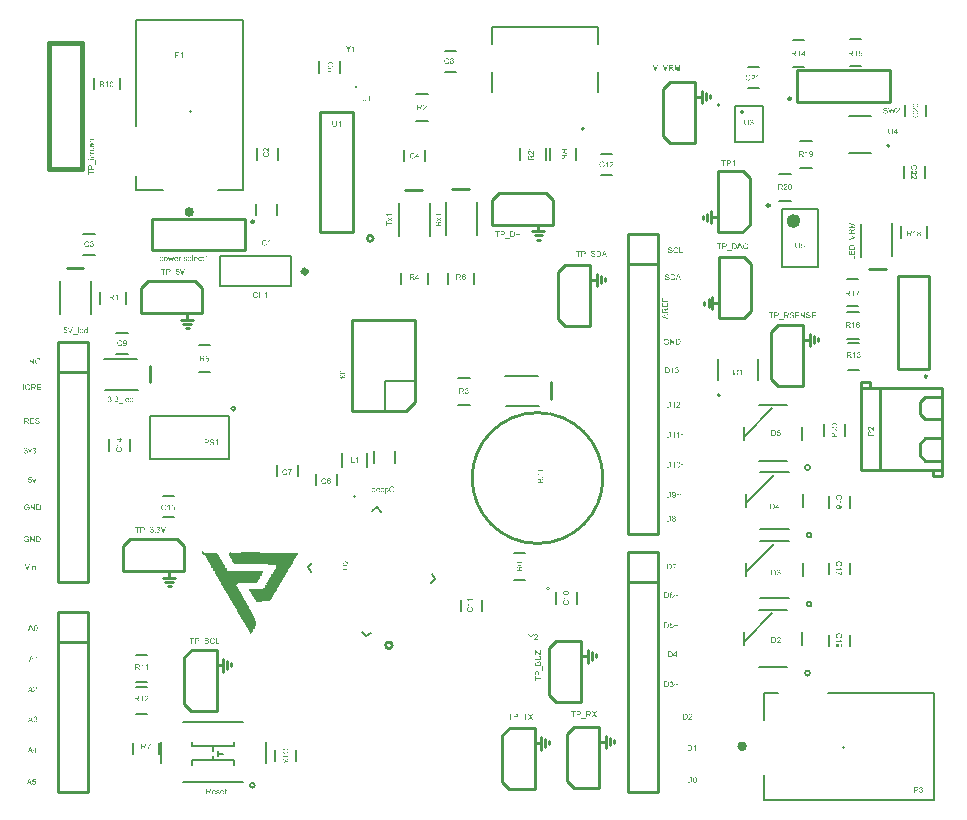
<source format=gto>
G04*
G04 #@! TF.GenerationSoftware,Altium Limited,Altium Designer,24.2.2 (26)*
G04*
G04 Layer_Color=65535*
%FSLAX44Y44*%
%MOMM*%
G71*
G04*
G04 #@! TF.SameCoordinates,C9C70787-D61E-4D50-BDF8-59307FDF8C79*
G04*
G04*
G04 #@! TF.FilePolarity,Positive*
G04*
G01*
G75*
%ADD10C,0.2000*%
%ADD11C,0.5080*%
%ADD12C,0.4000*%
%ADD13C,0.1524*%
%ADD14C,0.2540*%
%ADD15C,0.1000*%
%ADD16C,0.6000*%
%ADD17C,0.2500*%
%ADD18C,0.1270*%
%ADD19C,0.1999*%
%ADD20C,0.3810*%
%ADD21C,0.2286*%
G36*
X193562Y240492D02*
X202142Y240283D01*
X203118Y240422D01*
X208280Y240283D01*
X208838Y240143D01*
X209815Y239864D01*
X211977Y239934D01*
X212884Y239864D01*
X213302Y240004D01*
X214279Y240143D01*
X214976Y240422D01*
X215674Y240283D01*
X215883Y240073D01*
X215953Y239445D01*
X215674Y238748D01*
X215395Y238469D01*
X215116Y238329D01*
X214767Y237562D01*
X214488Y236446D01*
X213860Y235818D01*
X213581Y235679D01*
X213372Y235470D01*
X213232Y234911D01*
X213093Y233935D01*
X212326Y233168D01*
X212117Y233098D01*
X211837Y232400D01*
X211698Y231563D01*
X211070Y230796D01*
X210861Y230587D01*
X210721Y230308D01*
X210024Y229052D01*
X209466Y228494D01*
X209326Y227657D01*
X208908Y226960D01*
X208071Y226122D01*
X207931Y225704D01*
Y225564D01*
X207792Y224727D01*
X207443Y224239D01*
X207164Y224100D01*
X206955Y223890D01*
X206815Y223611D01*
X206536Y222914D01*
X205978Y221937D01*
X205699Y221658D01*
X205281Y220682D01*
X204862Y219984D01*
X204653Y219775D01*
X204374Y219635D01*
X204165Y219426D01*
X204025Y218868D01*
X203816Y217961D01*
X203467Y217473D01*
X202979Y217124D01*
X202630Y216775D01*
X202142Y215450D01*
X201932Y215241D01*
X201793Y214962D01*
X201514Y214683D01*
X201374Y214404D01*
X200677Y213148D01*
X200258Y212730D01*
X199979Y212032D01*
X199770Y211265D01*
X199561Y211056D01*
X199491Y210847D01*
X199212Y210707D01*
X198724Y210219D01*
X198445Y209521D01*
X198305Y208824D01*
X197677Y208056D01*
X197468Y207847D01*
X197329Y207568D01*
X196631Y206313D01*
X196352Y206033D01*
X196073Y205336D01*
X195445Y204150D01*
X195166Y204011D01*
X194818Y203662D01*
X194538Y202964D01*
X194329Y202057D01*
X194120Y201848D01*
X193981Y201569D01*
X193422Y201011D01*
X193283Y200732D01*
X192655Y199965D01*
X191679Y199686D01*
X190284Y199546D01*
X187912Y199267D01*
X186028Y199058D01*
X184912Y198919D01*
X184285Y198849D01*
X183866Y198988D01*
X183448Y198849D01*
X181913Y198988D01*
X180658Y199686D01*
X179541Y200802D01*
X179262Y200941D01*
X179053Y201151D01*
X178774Y202267D01*
X178635Y202964D01*
X178286Y203313D01*
X178007Y203453D01*
X177798Y203662D01*
X177519Y204638D01*
X177240Y205336D01*
X176542Y206033D01*
X176193Y206940D01*
X175844Y207428D01*
X175635Y207638D01*
X175356Y207777D01*
X175007Y208126D01*
X174868Y208684D01*
X175007Y209661D01*
X175217Y209870D01*
X175775Y210009D01*
X179820Y209870D01*
X180239Y210009D01*
X185889Y209940D01*
X186587Y210079D01*
X187284Y210358D01*
X188051Y210847D01*
X188191Y212102D01*
X188470Y212800D01*
X189447Y213358D01*
X189656Y213567D01*
X189586Y214753D01*
X189865Y215450D01*
X190144Y215590D01*
X190911Y216217D01*
X191121Y216985D01*
X191818Y217822D01*
X192167Y218729D01*
X192446Y219426D01*
X192934Y219914D01*
X193562Y220263D01*
X193701Y222077D01*
X194050Y222426D01*
X194748Y222844D01*
X194957Y223053D01*
X195096Y224169D01*
X195585Y224797D01*
X195864Y224937D01*
X196073Y225146D01*
X196352Y225844D01*
X196771Y226541D01*
X196980Y226750D01*
X197259Y226890D01*
X197468Y227099D01*
X197608Y227657D01*
X197747Y229750D01*
X197398Y230098D01*
X196422Y230238D01*
X194608Y230098D01*
X188470Y230378D01*
X177449Y230517D01*
X164684Y230587D01*
X163777Y230517D01*
X163359Y230657D01*
X162521Y230796D01*
X161894Y231284D01*
X161336Y232679D01*
X160359Y233656D01*
X160150Y234981D01*
X159801Y235470D01*
X159313Y235818D01*
X159104Y236028D01*
X158685Y237702D01*
X157709Y238678D01*
X157848Y240073D01*
X158197Y240422D01*
X158755Y240562D01*
X160080Y240352D01*
X161196Y240213D01*
X162731Y240073D01*
X163777Y240004D01*
X164196Y240143D01*
X166707Y240283D01*
X167125Y240422D01*
X167683Y240562D01*
X174449Y240631D01*
X193562Y240492D01*
D02*
G37*
G36*
X135317Y242096D02*
X135806Y241747D01*
X136503Y240492D01*
X137689Y240422D01*
X138108Y240562D01*
X139084Y240422D01*
X139503Y240283D01*
X141316Y240422D01*
X147245Y240492D01*
X147803Y239934D01*
X147943Y239655D01*
X148431Y239027D01*
X148710Y238888D01*
X148919Y238678D01*
X149199Y237981D01*
X149687Y237074D01*
X150384Y236655D01*
X150594Y236028D01*
X150733Y234772D01*
X151849Y234074D01*
X152128Y233098D01*
X152547Y232400D01*
X153105Y231842D01*
X153314Y231075D01*
X153523Y230587D01*
X154012Y230098D01*
X154291Y229959D01*
X154500Y229750D01*
X154639Y228773D01*
X154779Y228076D01*
X155267Y227587D01*
X155546Y227448D01*
X155895Y227099D01*
X156104Y226192D01*
X156383Y225495D01*
X157360Y225076D01*
X164963Y225007D01*
X165312Y225076D01*
X165730Y224937D01*
X167125Y225076D01*
X167544Y224937D01*
X186028Y225007D01*
X186587Y224867D01*
X186866Y224588D01*
X186726Y223472D01*
X186447Y223193D01*
X186377Y222984D01*
X186098Y222844D01*
X185610Y222356D01*
X185471Y221798D01*
X185122Y220891D01*
X184494Y220263D01*
X184215Y219566D01*
X184006Y218659D01*
X183657Y218171D01*
X183169Y217822D01*
X182959Y217613D01*
X182820Y217055D01*
X182680Y216078D01*
X182192Y215590D01*
X181913Y215450D01*
X180937Y214474D01*
X180309Y214404D01*
X179611Y214543D01*
X174101Y214613D01*
X173682Y214474D01*
X165591Y214334D01*
X164475Y214195D01*
X164265Y213985D01*
X163986Y213009D01*
X164126Y212311D01*
X164475Y211963D01*
X165172Y211544D01*
X165381Y211335D01*
X165870Y210009D01*
X166497Y209382D01*
X166707Y208475D01*
X166916Y207987D01*
X167404Y207498D01*
X167683Y207359D01*
X168032Y207010D01*
X168172Y205475D01*
X168520Y205127D01*
X169288Y204778D01*
X169567Y204080D01*
X169497Y202894D01*
X169915Y202476D01*
X170543Y202127D01*
X170822Y201430D01*
X170962Y200872D01*
X171590Y200104D01*
X171799Y199895D01*
X172078Y198919D01*
X172217Y198640D01*
X172706Y198151D01*
X172985Y198012D01*
X173333Y197663D01*
X173473Y195989D01*
X174589Y195291D01*
X174868Y194594D01*
X174728Y193478D01*
X175077Y193129D01*
X175844Y192780D01*
X176124Y192083D01*
X176263Y190967D01*
X176751Y190478D01*
X177030Y190339D01*
X177379Y189572D01*
X177588Y188665D01*
X177937Y188176D01*
X178495Y187618D01*
X178844Y186154D01*
X179193Y185665D01*
X179611Y185247D01*
X179890Y184549D01*
X180030Y183573D01*
X180727Y182596D01*
X181006Y181620D01*
X181146Y179806D01*
X181006Y178969D01*
X180658Y178620D01*
X180378Y178481D01*
X180030Y178132D01*
X179751Y177434D01*
X179611Y176458D01*
X179262Y175970D01*
X178983Y175830D01*
X178495Y175342D01*
X178216Y174365D01*
X177937Y173668D01*
X177658Y173389D01*
X177519Y173110D01*
X176821Y171854D01*
X176193Y171645D01*
X175426Y171994D01*
X175287Y172552D01*
X175147Y174086D01*
X174449Y174784D01*
X174310Y175063D01*
X173891Y176039D01*
X173752Y176597D01*
X173124Y177225D01*
X172845Y177365D01*
X172636Y177574D01*
X172357Y178271D01*
X172217Y178829D01*
X171241Y180225D01*
X170543Y181480D01*
X170125Y181899D01*
X169846Y182596D01*
X169706Y183154D01*
X169218Y183782D01*
X168939Y183922D01*
X168590Y184270D01*
X168311Y185247D01*
X168172Y185805D01*
X167334Y186642D01*
X166497Y188176D01*
X166079Y188595D01*
X165800Y189572D01*
X165242Y190548D01*
X165033Y190757D01*
X164754Y190897D01*
X164544Y191525D01*
X164265Y192641D01*
X164056Y192990D01*
X163777Y193129D01*
X163498Y193408D01*
X163289Y193478D01*
X163010Y194175D01*
X162661Y195082D01*
X162033Y195710D01*
X161615Y196686D01*
X161475Y196965D01*
X161126Y197454D01*
X160847Y197593D01*
X160638Y197803D01*
X160359Y198919D01*
X160080Y199616D01*
X159731Y199965D01*
X159452Y200104D01*
X159104Y200453D01*
X158755Y201918D01*
X157987Y202685D01*
X157011Y204499D01*
X156732Y204778D01*
X156244Y206103D01*
X156104Y206382D01*
X155825Y206522D01*
X155197Y207150D01*
X155058Y207708D01*
X154918Y208545D01*
X153942Y209521D01*
X153523Y210498D01*
X153105Y211195D01*
X152686Y211614D01*
X152407Y212311D01*
X151919Y213218D01*
X151640Y213358D01*
X151291Y213706D01*
X150873Y215380D01*
X150524Y215729D01*
X150245Y215869D01*
X149896Y216078D01*
X149617Y216775D01*
X149478Y217892D01*
X148501Y218868D01*
X148222Y219845D01*
X148083Y220403D01*
X147245Y221240D01*
X146966Y221937D01*
X146548Y222635D01*
X145850Y223332D01*
X145641Y224658D01*
X145432Y224867D01*
X145292Y225146D01*
X144455Y225704D01*
X144316Y226262D01*
X144107Y227169D01*
X143758Y227657D01*
X143060Y228355D01*
X142851Y229122D01*
X142572Y229820D01*
X142084Y230308D01*
X141944Y230587D01*
X141177Y232052D01*
X140898Y232191D01*
X140549Y232540D01*
X140410Y233098D01*
X140131Y234354D01*
X139154Y235330D01*
X139015Y235888D01*
X138805Y236655D01*
X138387Y237074D01*
X138108Y237213D01*
X137619Y237702D01*
X137480Y237981D01*
X137131Y238469D01*
X136852Y238608D01*
X135736Y239306D01*
X135178Y239445D01*
X134690Y239515D01*
Y241608D01*
Y241747D01*
X134760Y242236D01*
X135317Y242096D01*
D02*
G37*
G36*
X274130Y623985D02*
Y623978D01*
Y623957D01*
Y623929D01*
Y623887D01*
X274123Y623830D01*
Y623774D01*
X274109Y623640D01*
X274095Y623486D01*
X274067Y623324D01*
X274025Y623176D01*
X273975Y623035D01*
Y623028D01*
X273968Y623021D01*
X273947Y622979D01*
X273912Y622923D01*
X273863Y622845D01*
X273792Y622768D01*
X273715Y622683D01*
X273616Y622599D01*
X273504Y622529D01*
X273490Y622522D01*
X273448Y622501D01*
X273384Y622472D01*
X273293Y622444D01*
X273180Y622409D01*
X273054Y622381D01*
X272913Y622360D01*
X272758Y622353D01*
X272695D01*
X272652Y622360D01*
X272596Y622367D01*
X272540Y622374D01*
X272392Y622402D01*
X272237Y622444D01*
X272076Y622508D01*
X271991Y622550D01*
X271914Y622599D01*
X271843Y622655D01*
X271773Y622719D01*
X271766Y622726D01*
X271759Y622733D01*
X271745Y622761D01*
X271724Y622789D01*
X271696Y622824D01*
X271667Y622873D01*
X271639Y622930D01*
X271604Y622993D01*
X271576Y623064D01*
X271548Y623148D01*
X271520Y623232D01*
X271492Y623331D01*
X271478Y623436D01*
X271456Y623556D01*
X271449Y623676D01*
Y623809D01*
X272033Y623894D01*
Y623887D01*
Y623873D01*
Y623844D01*
X272040Y623802D01*
X272047Y623760D01*
Y623711D01*
X272069Y623591D01*
X272090Y623465D01*
X272132Y623338D01*
X272174Y623225D01*
X272202Y623176D01*
X272237Y623134D01*
X272244Y623127D01*
X272273Y623106D01*
X272315Y623070D01*
X272371Y623035D01*
X272449Y622993D01*
X272533Y622965D01*
X272638Y622937D01*
X272751Y622930D01*
X272793D01*
X272835Y622937D01*
X272899Y622944D01*
X272962Y622958D01*
X273032Y622972D01*
X273103Y623000D01*
X273173Y623035D01*
X273180Y623042D01*
X273201Y623056D01*
X273230Y623085D01*
X273272Y623113D01*
X273307Y623162D01*
X273349Y623211D01*
X273384Y623268D01*
X273412Y623338D01*
Y623345D01*
X273426Y623373D01*
X273433Y623422D01*
X273448Y623486D01*
X273462Y623570D01*
X273469Y623676D01*
X273483Y623802D01*
Y623950D01*
Y627306D01*
X274130D01*
Y623985D01*
D02*
G37*
G36*
X277191Y622437D02*
X276593D01*
Y626244D01*
X276586Y626237D01*
X276550Y626208D01*
X276508Y626166D01*
X276438Y626117D01*
X276360Y626054D01*
X276262Y625983D01*
X276149Y625906D01*
X276023Y625829D01*
X276016D01*
X276009Y625821D01*
X275966Y625793D01*
X275896Y625758D01*
X275812Y625716D01*
X275713Y625667D01*
X275608Y625617D01*
X275502Y625568D01*
X275396Y625526D01*
Y626103D01*
X275403D01*
X275418Y626117D01*
X275446Y626124D01*
X275481Y626145D01*
X275523Y626166D01*
X275572Y626194D01*
X275692Y626265D01*
X275833Y626342D01*
X275973Y626441D01*
X276121Y626553D01*
X276269Y626673D01*
X276276Y626680D01*
X276283Y626687D01*
X276304Y626708D01*
X276332Y626729D01*
X276396Y626800D01*
X276480Y626884D01*
X276564Y626982D01*
X276656Y627095D01*
X276733Y627208D01*
X276804Y627327D01*
X277191D01*
Y622437D01*
D02*
G37*
G36*
X444426Y579521D02*
X444419Y579465D01*
Y579401D01*
X444412Y579254D01*
X444391Y579099D01*
X444370Y578930D01*
X444335Y578775D01*
X444314Y578698D01*
X444292Y578634D01*
Y578627D01*
X444285Y578620D01*
X444264Y578578D01*
X444236Y578515D01*
X444187Y578438D01*
X444123Y578353D01*
X444039Y578262D01*
X443941Y578177D01*
X443828Y578093D01*
X443821D01*
X443814Y578086D01*
X443772Y578058D01*
X443701Y578029D01*
X443610Y577987D01*
X443504Y577952D01*
X443378Y577917D01*
X443244Y577896D01*
X443096Y577889D01*
X443089D01*
X443075D01*
X443047D01*
X443012Y577896D01*
X442963D01*
X442913Y577903D01*
X442794Y577931D01*
X442653Y577973D01*
X442505Y578029D01*
X442357Y578114D01*
X442287Y578170D01*
X442217Y578226D01*
X442210Y578233D01*
X442203Y578241D01*
X442182Y578262D01*
X442160Y578290D01*
X442132Y578325D01*
X442104Y578367D01*
X442069Y578423D01*
X442027Y578480D01*
X441992Y578550D01*
X441956Y578627D01*
X441914Y578712D01*
X441879Y578803D01*
X441851Y578909D01*
X441816Y579014D01*
X441795Y579134D01*
X441774Y579261D01*
X441767Y579247D01*
X441753Y579218D01*
X441724Y579176D01*
X441696Y579120D01*
X441619Y578993D01*
X441570Y578930D01*
X441527Y578874D01*
X441513Y578860D01*
X441478Y578824D01*
X441422Y578768D01*
X441351Y578698D01*
X441253Y578620D01*
X441147Y578529D01*
X441021Y578438D01*
X440880Y578339D01*
X439557Y577502D01*
Y578304D01*
X440570Y578944D01*
X440578D01*
X440592Y578958D01*
X440613Y578972D01*
X440641Y578993D01*
X440718Y579043D01*
X440817Y579106D01*
X440922Y579183D01*
X441035Y579261D01*
X441140Y579338D01*
X441239Y579408D01*
X441246Y579416D01*
X441274Y579437D01*
X441316Y579472D01*
X441366Y579521D01*
X441471Y579627D01*
X441520Y579683D01*
X441562Y579739D01*
X441570Y579746D01*
X441577Y579760D01*
X441591Y579788D01*
X441612Y579831D01*
X441633Y579873D01*
X441654Y579922D01*
X441689Y580035D01*
Y580042D01*
X441696Y580056D01*
Y580084D01*
X441703Y580119D01*
X441710Y580168D01*
Y580225D01*
X441717Y580302D01*
Y581132D01*
X439557D01*
Y581780D01*
X444426D01*
Y579521D01*
D02*
G37*
G36*
X441035Y577122D02*
X441077D01*
X441126Y577115D01*
X441239Y577101D01*
X441366Y577072D01*
X441492Y577030D01*
X441626Y576967D01*
X441753Y576890D01*
X441759D01*
X441767Y576875D01*
X441802Y576847D01*
X441858Y576791D01*
X441928Y576714D01*
X441999Y576615D01*
X442076Y576496D01*
X442139Y576362D01*
X442189Y576200D01*
Y576207D01*
X442196Y576214D01*
X442203Y576235D01*
X442217Y576263D01*
X442245Y576327D01*
X442287Y576411D01*
X442343Y576503D01*
X442414Y576594D01*
X442491Y576679D01*
X442576Y576756D01*
X442590Y576763D01*
X442618Y576784D01*
X442674Y576812D01*
X442744Y576840D01*
X442836Y576875D01*
X442942Y576904D01*
X443061Y576925D01*
X443188Y576932D01*
X443195D01*
X443209D01*
X443237D01*
X443279Y576925D01*
X443321Y576918D01*
X443378Y576911D01*
X443497Y576883D01*
X443638Y576840D01*
X443786Y576770D01*
X443863Y576728D01*
X443941Y576679D01*
X444011Y576615D01*
X444081Y576552D01*
X444088Y576545D01*
X444095Y576531D01*
X444117Y576510D01*
X444138Y576482D01*
X444166Y576446D01*
X444194Y576397D01*
X444229Y576341D01*
X444264Y576284D01*
X444299Y576214D01*
X444335Y576137D01*
X444363Y576052D01*
X444391Y575961D01*
X444433Y575764D01*
X444440Y575651D01*
X444447Y575539D01*
Y575475D01*
X444440Y575433D01*
X444433Y575377D01*
X444426Y575314D01*
X444419Y575243D01*
X444398Y575173D01*
X444356Y575004D01*
X444292Y574835D01*
X444250Y574751D01*
X444201Y574666D01*
X444138Y574589D01*
X444074Y574511D01*
X444067Y574505D01*
X444060Y574497D01*
X444039Y574476D01*
X444011Y574448D01*
X443969Y574420D01*
X443927Y574385D01*
X443821Y574314D01*
X443687Y574244D01*
X443532Y574181D01*
X443357Y574132D01*
X443265Y574124D01*
X443167Y574118D01*
X443160D01*
X443153D01*
X443110D01*
X443047Y574124D01*
X442970Y574139D01*
X442871Y574160D01*
X442773Y574195D01*
X442674Y574237D01*
X442576Y574300D01*
X442562Y574308D01*
X442533Y574336D01*
X442491Y574378D01*
X442435Y574434D01*
X442372Y574511D01*
X442308Y574603D01*
X442245Y574709D01*
X442189Y574835D01*
Y574828D01*
X442182Y574814D01*
X442175Y574793D01*
X442160Y574765D01*
X442125Y574680D01*
X442076Y574582D01*
X442006Y574476D01*
X441928Y574364D01*
X441830Y574258D01*
X441717Y574160D01*
X441710D01*
X441703Y574153D01*
X441661Y574124D01*
X441591Y574082D01*
X441499Y574040D01*
X441387Y573998D01*
X441253Y573956D01*
X441105Y573927D01*
X440943Y573921D01*
X440936D01*
X440915D01*
X440880D01*
X440838Y573927D01*
X440789Y573935D01*
X440725Y573942D01*
X440655Y573956D01*
X440578Y573977D01*
X440416Y574026D01*
X440324Y574061D01*
X440240Y574110D01*
X440148Y574160D01*
X440064Y574216D01*
X439979Y574286D01*
X439895Y574364D01*
X439888Y574371D01*
X439874Y574385D01*
X439853Y574406D01*
X439832Y574441D01*
X439796Y574490D01*
X439761Y574540D01*
X439726Y574603D01*
X439684Y574673D01*
X439642Y574751D01*
X439607Y574842D01*
X439571Y574941D01*
X439536Y575039D01*
X439515Y575152D01*
X439494Y575271D01*
X439480Y575391D01*
X439473Y575525D01*
Y575595D01*
X439480Y575644D01*
X439487Y575708D01*
X439494Y575778D01*
X439508Y575855D01*
X439529Y575940D01*
X439578Y576130D01*
X439614Y576228D01*
X439649Y576320D01*
X439698Y576418D01*
X439754Y576517D01*
X439818Y576608D01*
X439895Y576693D01*
X439902Y576700D01*
X439916Y576714D01*
X439937Y576735D01*
X439972Y576763D01*
X440015Y576791D01*
X440064Y576833D01*
X440120Y576869D01*
X440191Y576911D01*
X440261Y576953D01*
X440345Y576988D01*
X440521Y577058D01*
X440627Y577087D01*
X440732Y577108D01*
X440845Y577122D01*
X440957Y577129D01*
X440964D01*
X440979D01*
X441007D01*
X441035Y577122D01*
D02*
G37*
G36*
X415921Y582753D02*
X412115D01*
X412122Y582746D01*
X412150Y582711D01*
X412192Y582668D01*
X412242Y582598D01*
X412305Y582521D01*
X412375Y582422D01*
X412453Y582310D01*
X412530Y582183D01*
Y582176D01*
X412537Y582169D01*
X412565Y582127D01*
X412601Y582056D01*
X412643Y581972D01*
X412692Y581873D01*
X412741Y581768D01*
X412790Y581662D01*
X412833Y581557D01*
X412256D01*
Y581564D01*
X412242Y581578D01*
X412235Y581606D01*
X412214Y581641D01*
X412192Y581684D01*
X412164Y581733D01*
X412094Y581852D01*
X412017Y581993D01*
X411918Y582134D01*
X411805Y582281D01*
X411686Y582429D01*
X411679Y582436D01*
X411672Y582443D01*
X411651Y582464D01*
X411630Y582493D01*
X411559Y582556D01*
X411475Y582640D01*
X411376Y582725D01*
X411264Y582816D01*
X411151Y582894D01*
X411032Y582964D01*
Y583351D01*
X415921D01*
Y582753D01*
D02*
G37*
G36*
Y577230D02*
X415914D01*
X415886D01*
X415844D01*
X415788Y577237D01*
X415724Y577244D01*
X415654Y577258D01*
X415584Y577272D01*
X415506Y577300D01*
X415499D01*
X415492Y577307D01*
X415450Y577321D01*
X415387Y577349D01*
X415302Y577392D01*
X415204Y577448D01*
X415091Y577518D01*
X414979Y577596D01*
X414859Y577694D01*
X414852D01*
X414845Y577708D01*
X414803Y577743D01*
X414739Y577807D01*
X414648Y577898D01*
X414542Y578004D01*
X414416Y578137D01*
X414275Y578299D01*
X414127Y578475D01*
X414120Y578482D01*
X414099Y578510D01*
X414064Y578553D01*
X414022Y578602D01*
X413965Y578665D01*
X413902Y578742D01*
X413832Y578820D01*
X413754Y578911D01*
X413586Y579087D01*
X413417Y579263D01*
X413332Y579348D01*
X413248Y579425D01*
X413170Y579495D01*
X413093Y579552D01*
X413086D01*
X413079Y579566D01*
X413058Y579580D01*
X413030Y579594D01*
X412952Y579643D01*
X412861Y579699D01*
X412748Y579749D01*
X412629Y579798D01*
X412495Y579826D01*
X412368Y579840D01*
X412361D01*
X412354D01*
X412312Y579833D01*
X412242Y579826D01*
X412164Y579805D01*
X412066Y579777D01*
X411967Y579728D01*
X411869Y579664D01*
X411770Y579580D01*
X411756Y579566D01*
X411728Y579530D01*
X411693Y579481D01*
X411644Y579404D01*
X411601Y579305D01*
X411559Y579193D01*
X411531Y579059D01*
X411524Y578911D01*
Y578869D01*
X411531Y578841D01*
X411538Y578757D01*
X411559Y578658D01*
X411587Y578553D01*
X411637Y578433D01*
X411700Y578320D01*
X411784Y578215D01*
X411799Y578201D01*
X411834Y578173D01*
X411890Y578130D01*
X411974Y578088D01*
X412073Y578039D01*
X412200Y577997D01*
X412340Y577969D01*
X412502Y577954D01*
X412439Y577342D01*
X412432D01*
X412411Y577349D01*
X412375D01*
X412326Y577356D01*
X412270Y577370D01*
X412206Y577385D01*
X412129Y577406D01*
X412052Y577427D01*
X411883Y577483D01*
X411714Y577567D01*
X411630Y577617D01*
X411545Y577680D01*
X411468Y577743D01*
X411397Y577814D01*
X411390Y577821D01*
X411383Y577835D01*
X411362Y577856D01*
X411341Y577891D01*
X411313Y577933D01*
X411285Y577983D01*
X411250Y578039D01*
X411214Y578109D01*
X411179Y578187D01*
X411144Y578271D01*
X411116Y578363D01*
X411088Y578461D01*
X411067Y578567D01*
X411046Y578679D01*
X411039Y578799D01*
X411032Y578925D01*
Y578996D01*
X411039Y579045D01*
X411046Y579101D01*
X411053Y579172D01*
X411067Y579249D01*
X411081Y579327D01*
X411130Y579509D01*
X411200Y579692D01*
X411243Y579784D01*
X411292Y579875D01*
X411355Y579960D01*
X411426Y580037D01*
X411433Y580044D01*
X411440Y580058D01*
X411468Y580072D01*
X411496Y580100D01*
X411531Y580136D01*
X411580Y580171D01*
X411630Y580206D01*
X411693Y580248D01*
X411827Y580318D01*
X411996Y580389D01*
X412080Y580417D01*
X412178Y580431D01*
X412277Y580445D01*
X412382Y580452D01*
X412397D01*
X412432D01*
X412488Y580445D01*
X412565Y580438D01*
X412650Y580424D01*
X412748Y580396D01*
X412854Y580368D01*
X412959Y580326D01*
X412973Y580318D01*
X413009Y580304D01*
X413065Y580276D01*
X413142Y580234D01*
X413227Y580178D01*
X413332Y580107D01*
X413438Y580023D01*
X413557Y579925D01*
X413572Y579910D01*
X413614Y579875D01*
X413649Y579840D01*
X413684Y579805D01*
X413726Y579763D01*
X413783Y579706D01*
X413839Y579650D01*
X413902Y579580D01*
X413973Y579509D01*
X414050Y579425D01*
X414127Y579333D01*
X414219Y579235D01*
X414310Y579122D01*
X414409Y579010D01*
X414416Y579003D01*
X414430Y578989D01*
X414451Y578961D01*
X414479Y578925D01*
X414521Y578883D01*
X414563Y578834D01*
X414655Y578721D01*
X414761Y578602D01*
X414866Y578489D01*
X414958Y578391D01*
X414993Y578349D01*
X415028Y578313D01*
X415035Y578306D01*
X415056Y578285D01*
X415084Y578257D01*
X415126Y578222D01*
X415176Y578187D01*
X415225Y578144D01*
X415345Y578060D01*
Y580459D01*
X415921D01*
Y577230D01*
D02*
G37*
G36*
Y576132D02*
X414908Y575492D01*
X414901D01*
X414887Y575478D01*
X414866Y575464D01*
X414838Y575443D01*
X414761Y575393D01*
X414662Y575330D01*
X414557Y575253D01*
X414444Y575175D01*
X414338Y575098D01*
X414240Y575028D01*
X414233Y575021D01*
X414205Y575000D01*
X414162Y574964D01*
X414113Y574915D01*
X414008Y574809D01*
X413959Y574753D01*
X413916Y574697D01*
X413909Y574690D01*
X413902Y574676D01*
X413888Y574648D01*
X413867Y574605D01*
X413846Y574563D01*
X413825Y574514D01*
X413790Y574401D01*
Y574394D01*
X413783Y574380D01*
Y574352D01*
X413775Y574317D01*
X413769Y574268D01*
Y574211D01*
X413761Y574134D01*
Y573304D01*
X415921D01*
Y572657D01*
X411053D01*
Y574915D01*
X411060Y574971D01*
Y575035D01*
X411067Y575182D01*
X411088Y575337D01*
X411109Y575506D01*
X411144Y575661D01*
X411165Y575738D01*
X411186Y575802D01*
Y575809D01*
X411193Y575816D01*
X411214Y575858D01*
X411243Y575921D01*
X411292Y575998D01*
X411355Y576083D01*
X411440Y576174D01*
X411538Y576259D01*
X411651Y576343D01*
X411658D01*
X411665Y576350D01*
X411707Y576379D01*
X411777Y576407D01*
X411869Y576449D01*
X411974Y576484D01*
X412101Y576519D01*
X412235Y576540D01*
X412382Y576547D01*
X412389D01*
X412403D01*
X412432D01*
X412467Y576540D01*
X412516D01*
X412565Y576533D01*
X412685Y576505D01*
X412826Y576463D01*
X412973Y576407D01*
X413121Y576322D01*
X413192Y576266D01*
X413262Y576210D01*
X413269Y576203D01*
X413276Y576195D01*
X413297Y576174D01*
X413318Y576146D01*
X413346Y576111D01*
X413374Y576069D01*
X413410Y576013D01*
X413452Y575956D01*
X413487Y575886D01*
X413522Y575809D01*
X413564Y575724D01*
X413600Y575633D01*
X413628Y575527D01*
X413663Y575422D01*
X413684Y575302D01*
X413705Y575175D01*
X413712Y575189D01*
X413726Y575218D01*
X413754Y575260D01*
X413783Y575316D01*
X413860Y575443D01*
X413909Y575506D01*
X413951Y575562D01*
X413965Y575576D01*
X414001Y575612D01*
X414057Y575668D01*
X414127Y575738D01*
X414226Y575816D01*
X414331Y575907D01*
X414458Y575998D01*
X414599Y576097D01*
X415921Y576934D01*
Y576132D01*
D02*
G37*
G36*
X473922Y571604D02*
X473985Y571597D01*
X474063Y571590D01*
X474140Y571583D01*
X474232Y571562D01*
X474422Y571520D01*
X474633Y571456D01*
X474738Y571414D01*
X474837Y571365D01*
X474935Y571302D01*
X475034Y571238D01*
X475041Y571231D01*
X475055Y571224D01*
X475083Y571203D01*
X475118Y571168D01*
X475154Y571133D01*
X475203Y571084D01*
X475252Y571027D01*
X475308Y570971D01*
X475364Y570901D01*
X475421Y570816D01*
X475484Y570732D01*
X475540Y570640D01*
X475590Y570535D01*
X475646Y570429D01*
X475688Y570317D01*
X475730Y570190D01*
X475097Y570042D01*
Y570049D01*
X475090Y570063D01*
X475076Y570092D01*
X475062Y570127D01*
X475048Y570169D01*
X475027Y570225D01*
X474971Y570338D01*
X474900Y570465D01*
X474816Y570591D01*
X474710Y570711D01*
X474598Y570816D01*
X474584Y570830D01*
X474541Y570858D01*
X474471Y570894D01*
X474380Y570943D01*
X474260Y570985D01*
X474126Y571027D01*
X473964Y571055D01*
X473788Y571063D01*
X473732D01*
X473697Y571055D01*
X473648D01*
X473591Y571048D01*
X473458Y571027D01*
X473310Y570999D01*
X473155Y570950D01*
X472994Y570880D01*
X472846Y570788D01*
X472839D01*
X472832Y570774D01*
X472782Y570739D01*
X472719Y570683D01*
X472642Y570598D01*
X472550Y570493D01*
X472466Y570373D01*
X472388Y570225D01*
X472318Y570063D01*
Y570056D01*
X472311Y570042D01*
X472304Y570021D01*
X472297Y569986D01*
X472283Y569944D01*
X472269Y569895D01*
X472248Y569775D01*
X472220Y569634D01*
X472191Y569479D01*
X472177Y569311D01*
X472170Y569128D01*
Y569121D01*
Y569100D01*
Y569064D01*
Y569022D01*
X472177Y568973D01*
Y568910D01*
X472184Y568839D01*
X472191Y568762D01*
X472212Y568593D01*
X472248Y568410D01*
X472290Y568227D01*
X472346Y568044D01*
Y568037D01*
X472353Y568023D01*
X472367Y568002D01*
X472381Y567967D01*
X472424Y567882D01*
X472487Y567784D01*
X472564Y567671D01*
X472663Y567552D01*
X472775Y567446D01*
X472909Y567348D01*
X472916D01*
X472930Y567341D01*
X472951Y567327D01*
X472979Y567312D01*
X473015Y567298D01*
X473057Y567277D01*
X473155Y567235D01*
X473282Y567193D01*
X473423Y567158D01*
X473577Y567130D01*
X473739Y567122D01*
X473788D01*
X473831Y567130D01*
X473880D01*
X473929Y567136D01*
X474056Y567165D01*
X474204Y567200D01*
X474351Y567256D01*
X474506Y567333D01*
X474584Y567376D01*
X474654Y567432D01*
X474661Y567439D01*
X474668Y567446D01*
X474689Y567467D01*
X474717Y567488D01*
X474745Y567523D01*
X474781Y567566D01*
X474823Y567608D01*
X474858Y567664D01*
X474900Y567728D01*
X474949Y567798D01*
X474992Y567868D01*
X475034Y567953D01*
X475069Y568044D01*
X475104Y568143D01*
X475139Y568248D01*
X475168Y568361D01*
X475815Y568199D01*
Y568192D01*
X475808Y568164D01*
X475794Y568121D01*
X475773Y568065D01*
X475751Y568002D01*
X475723Y567924D01*
X475688Y567840D01*
X475646Y567749D01*
X475547Y567552D01*
X475421Y567355D01*
X475343Y567256D01*
X475266Y567158D01*
X475182Y567073D01*
X475083Y566989D01*
X475076Y566982D01*
X475062Y566968D01*
X475027Y566954D01*
X474992Y566926D01*
X474935Y566890D01*
X474879Y566855D01*
X474802Y566820D01*
X474724Y566785D01*
X474633Y566743D01*
X474534Y566707D01*
X474429Y566672D01*
X474316Y566637D01*
X474197Y566609D01*
X474070Y566595D01*
X473936Y566581D01*
X473796Y566574D01*
X473718D01*
X473662Y566581D01*
X473599D01*
X473521Y566588D01*
X473437Y566602D01*
X473338Y566616D01*
X473134Y566651D01*
X472923Y566707D01*
X472712Y566785D01*
X472613Y566834D01*
X472515Y566890D01*
X472508Y566897D01*
X472494Y566904D01*
X472466Y566926D01*
X472438Y566954D01*
X472395Y566982D01*
X472346Y567024D01*
X472290Y567073D01*
X472234Y567130D01*
X472177Y567193D01*
X472114Y567256D01*
X471987Y567418D01*
X471868Y567608D01*
X471762Y567819D01*
Y567826D01*
X471748Y567847D01*
X471741Y567882D01*
X471720Y567924D01*
X471706Y567981D01*
X471685Y568051D01*
X471657Y568129D01*
X471636Y568213D01*
X471614Y568304D01*
X471586Y568410D01*
X471551Y568628D01*
X471523Y568874D01*
X471509Y569128D01*
Y569135D01*
Y569163D01*
Y569205D01*
X471516Y569254D01*
Y569325D01*
X471523Y569395D01*
X471530Y569487D01*
X471544Y569578D01*
X471579Y569782D01*
X471628Y570007D01*
X471699Y570232D01*
X471797Y570450D01*
X471804Y570457D01*
X471811Y570479D01*
X471825Y570507D01*
X471854Y570542D01*
X471882Y570591D01*
X471917Y570647D01*
X472009Y570774D01*
X472128Y570915D01*
X472269Y571055D01*
X472431Y571196D01*
X472621Y571316D01*
X472628Y571323D01*
X472649Y571330D01*
X472677Y571344D01*
X472712Y571365D01*
X472768Y571386D01*
X472825Y571407D01*
X472895Y571435D01*
X472972Y571464D01*
X473057Y571492D01*
X473148Y571520D01*
X473345Y571562D01*
X473570Y571597D01*
X473803Y571611D01*
X473873D01*
X473922Y571604D01*
D02*
G37*
G36*
X481880Y571541D02*
X481936Y571534D01*
X482006Y571527D01*
X482084Y571513D01*
X482161Y571499D01*
X482344Y571450D01*
X482527Y571379D01*
X482618Y571337D01*
X482710Y571288D01*
X482794Y571224D01*
X482872Y571154D01*
X482879Y571147D01*
X482893Y571140D01*
X482907Y571112D01*
X482935Y571084D01*
X482970Y571048D01*
X483005Y570999D01*
X483041Y570950D01*
X483083Y570887D01*
X483153Y570753D01*
X483223Y570584D01*
X483252Y570500D01*
X483266Y570401D01*
X483280Y570303D01*
X483287Y570197D01*
Y570183D01*
Y570148D01*
X483280Y570092D01*
X483273Y570014D01*
X483259Y569930D01*
X483231Y569831D01*
X483202Y569726D01*
X483160Y569620D01*
X483153Y569606D01*
X483139Y569571D01*
X483111Y569515D01*
X483069Y569437D01*
X483012Y569353D01*
X482942Y569247D01*
X482858Y569142D01*
X482759Y569022D01*
X482745Y569008D01*
X482710Y568966D01*
X482675Y568931D01*
X482640Y568895D01*
X482597Y568853D01*
X482541Y568797D01*
X482485Y568741D01*
X482414Y568677D01*
X482344Y568607D01*
X482260Y568530D01*
X482168Y568452D01*
X482070Y568361D01*
X481957Y568269D01*
X481844Y568171D01*
X481838Y568164D01*
X481823Y568150D01*
X481795Y568129D01*
X481760Y568100D01*
X481718Y568058D01*
X481669Y568016D01*
X481556Y567924D01*
X481436Y567819D01*
X481324Y567714D01*
X481225Y567622D01*
X481183Y567587D01*
X481148Y567552D01*
X481141Y567545D01*
X481120Y567523D01*
X481092Y567495D01*
X481057Y567453D01*
X481021Y567404D01*
X480979Y567355D01*
X480895Y567235D01*
X483294D01*
Y566658D01*
X480064D01*
Y566665D01*
Y566693D01*
Y566735D01*
X480071Y566792D01*
X480079Y566855D01*
X480093Y566926D01*
X480107Y566996D01*
X480135Y567073D01*
Y567080D01*
X480142Y567087D01*
X480156Y567130D01*
X480184Y567193D01*
X480226Y567277D01*
X480283Y567376D01*
X480353Y567488D01*
X480430Y567601D01*
X480529Y567720D01*
Y567728D01*
X480543Y567735D01*
X480578Y567777D01*
X480641Y567840D01*
X480733Y567932D01*
X480838Y568037D01*
X480972Y568164D01*
X481134Y568304D01*
X481310Y568452D01*
X481317Y568459D01*
X481345Y568480D01*
X481387Y568516D01*
X481436Y568558D01*
X481500Y568614D01*
X481577Y568677D01*
X481655Y568748D01*
X481746Y568825D01*
X481922Y568994D01*
X482098Y569163D01*
X482182Y569247D01*
X482260Y569332D01*
X482330Y569409D01*
X482386Y569487D01*
Y569493D01*
X482400Y569501D01*
X482414Y569522D01*
X482429Y569550D01*
X482478Y569627D01*
X482534Y569719D01*
X482583Y569831D01*
X482632Y569951D01*
X482661Y570084D01*
X482675Y570211D01*
Y570218D01*
Y570225D01*
X482668Y570267D01*
X482661Y570338D01*
X482640Y570415D01*
X482611Y570514D01*
X482562Y570612D01*
X482499Y570711D01*
X482414Y570809D01*
X482400Y570823D01*
X482365Y570851D01*
X482316Y570887D01*
X482239Y570936D01*
X482140Y570978D01*
X482027Y571020D01*
X481894Y571048D01*
X481746Y571055D01*
X481704D01*
X481676Y571048D01*
X481591Y571041D01*
X481493Y571020D01*
X481387Y570992D01*
X481268Y570943D01*
X481155Y570880D01*
X481049Y570795D01*
X481035Y570781D01*
X481007Y570746D01*
X480965Y570690D01*
X480923Y570605D01*
X480874Y570507D01*
X480831Y570380D01*
X480803Y570239D01*
X480789Y570078D01*
X480177Y570141D01*
Y570148D01*
X480184Y570169D01*
Y570204D01*
X480191Y570253D01*
X480205Y570310D01*
X480219Y570373D01*
X480240Y570450D01*
X480261Y570528D01*
X480318Y570697D01*
X480402Y570866D01*
X480451Y570950D01*
X480515Y571034D01*
X480578Y571112D01*
X480648Y571182D01*
X480656Y571189D01*
X480670Y571196D01*
X480691Y571217D01*
X480726Y571238D01*
X480768Y571267D01*
X480817Y571295D01*
X480874Y571330D01*
X480944Y571365D01*
X481021Y571400D01*
X481106Y571435D01*
X481197Y571464D01*
X481296Y571492D01*
X481401Y571513D01*
X481514Y571534D01*
X481633Y571541D01*
X481760Y571548D01*
X481830D01*
X481880Y571541D01*
D02*
G37*
G36*
X478615Y566658D02*
X478017D01*
Y570465D01*
X478010Y570457D01*
X477975Y570429D01*
X477933Y570387D01*
X477862Y570338D01*
X477785Y570275D01*
X477686Y570204D01*
X477574Y570127D01*
X477447Y570049D01*
X477440D01*
X477433Y570042D01*
X477391Y570014D01*
X477321Y569979D01*
X477236Y569937D01*
X477138Y569888D01*
X477032Y569838D01*
X476926Y569789D01*
X476821Y569747D01*
Y570324D01*
X476828D01*
X476842Y570338D01*
X476870Y570345D01*
X476905Y570366D01*
X476948Y570387D01*
X476997Y570415D01*
X477116Y570486D01*
X477257Y570563D01*
X477398Y570662D01*
X477546Y570774D01*
X477693Y570894D01*
X477700Y570901D01*
X477707Y570908D01*
X477729Y570929D01*
X477757Y570950D01*
X477820Y571020D01*
X477905Y571105D01*
X477989Y571203D01*
X478080Y571316D01*
X478158Y571428D01*
X478228Y571548D01*
X478615D01*
Y566658D01*
D02*
G37*
G36*
X180555Y460982D02*
X180618Y460975D01*
X180695Y460968D01*
X180773Y460961D01*
X180864Y460940D01*
X181054Y460897D01*
X181265Y460834D01*
X181371Y460792D01*
X181469Y460743D01*
X181568Y460679D01*
X181666Y460616D01*
X181673Y460609D01*
X181688Y460602D01*
X181716Y460581D01*
X181751Y460546D01*
X181786Y460510D01*
X181835Y460461D01*
X181884Y460405D01*
X181941Y460349D01*
X181997Y460278D01*
X182053Y460194D01*
X182117Y460109D01*
X182173Y460018D01*
X182222Y459912D01*
X182278Y459807D01*
X182321Y459694D01*
X182363Y459568D01*
X181730Y459420D01*
Y459427D01*
X181723Y459441D01*
X181709Y459469D01*
X181695Y459504D01*
X181680Y459547D01*
X181659Y459603D01*
X181603Y459715D01*
X181533Y459842D01*
X181448Y459969D01*
X181343Y460088D01*
X181230Y460194D01*
X181216Y460208D01*
X181174Y460236D01*
X181103Y460271D01*
X181012Y460320D01*
X180892Y460363D01*
X180759Y460405D01*
X180597Y460433D01*
X180421Y460440D01*
X180365D01*
X180330Y460433D01*
X180280D01*
X180224Y460426D01*
X180090Y460405D01*
X179943Y460377D01*
X179788Y460327D01*
X179626Y460257D01*
X179478Y460166D01*
X179471D01*
X179464Y460152D01*
X179415Y460116D01*
X179352Y460060D01*
X179274Y459976D01*
X179183Y459870D01*
X179098Y459751D01*
X179021Y459603D01*
X178951Y459441D01*
Y459434D01*
X178944Y459420D01*
X178937Y459399D01*
X178929Y459364D01*
X178915Y459321D01*
X178901Y459272D01*
X178880Y459152D01*
X178852Y459012D01*
X178824Y458857D01*
X178810Y458688D01*
X178803Y458505D01*
Y458498D01*
Y458477D01*
Y458442D01*
Y458400D01*
X178810Y458350D01*
Y458287D01*
X178817Y458217D01*
X178824Y458139D01*
X178845Y457971D01*
X178880Y457788D01*
X178922Y457605D01*
X178979Y457422D01*
Y457415D01*
X178986Y457401D01*
X179000Y457379D01*
X179014Y457344D01*
X179056Y457260D01*
X179119Y457161D01*
X179197Y457049D01*
X179295Y456929D01*
X179408Y456824D01*
X179542Y456725D01*
X179549D01*
X179563Y456718D01*
X179584Y456704D01*
X179612Y456690D01*
X179647Y456676D01*
X179689Y456655D01*
X179788Y456613D01*
X179914Y456570D01*
X180055Y456535D01*
X180210Y456507D01*
X180372Y456500D01*
X180421D01*
X180463Y456507D01*
X180513D01*
X180562Y456514D01*
X180688Y456542D01*
X180836Y456577D01*
X180984Y456634D01*
X181139Y456711D01*
X181216Y456753D01*
X181286Y456810D01*
X181294Y456817D01*
X181301Y456824D01*
X181322Y456845D01*
X181350Y456866D01*
X181378Y456901D01*
X181413Y456943D01*
X181455Y456985D01*
X181490Y457042D01*
X181533Y457105D01*
X181582Y457175D01*
X181624Y457246D01*
X181666Y457330D01*
X181702Y457422D01*
X181737Y457520D01*
X181772Y457626D01*
X181800Y457738D01*
X182447Y457576D01*
Y457569D01*
X182440Y457541D01*
X182426Y457499D01*
X182405Y457443D01*
X182384Y457379D01*
X182356Y457302D01*
X182321Y457218D01*
X182278Y457126D01*
X182180Y456929D01*
X182053Y456732D01*
X181976Y456634D01*
X181898Y456535D01*
X181814Y456451D01*
X181716Y456366D01*
X181709Y456359D01*
X181695Y456345D01*
X181659Y456331D01*
X181624Y456303D01*
X181568Y456268D01*
X181512Y456233D01*
X181434Y456197D01*
X181357Y456162D01*
X181265Y456120D01*
X181167Y456085D01*
X181061Y456050D01*
X180949Y456015D01*
X180829Y455986D01*
X180702Y455972D01*
X180569Y455958D01*
X180428Y455951D01*
X180351D01*
X180294Y455958D01*
X180231D01*
X180154Y455965D01*
X180069Y455979D01*
X179971Y455993D01*
X179767Y456029D01*
X179556Y456085D01*
X179345Y456162D01*
X179246Y456212D01*
X179147Y456268D01*
X179140Y456275D01*
X179126Y456282D01*
X179098Y456303D01*
X179070Y456331D01*
X179028Y456359D01*
X178979Y456401D01*
X178922Y456451D01*
X178866Y456507D01*
X178810Y456570D01*
X178746Y456634D01*
X178620Y456796D01*
X178500Y456985D01*
X178395Y457197D01*
Y457204D01*
X178381Y457225D01*
X178374Y457260D01*
X178353Y457302D01*
X178338Y457358D01*
X178317Y457429D01*
X178289Y457506D01*
X178268Y457590D01*
X178247Y457682D01*
X178219Y457788D01*
X178184Y458006D01*
X178155Y458252D01*
X178141Y458505D01*
Y458512D01*
Y458540D01*
Y458583D01*
X178148Y458632D01*
Y458702D01*
X178155Y458773D01*
X178162Y458864D01*
X178177Y458955D01*
X178212Y459160D01*
X178261Y459385D01*
X178331Y459610D01*
X178430Y459828D01*
X178437Y459835D01*
X178444Y459856D01*
X178458Y459884D01*
X178486Y459919D01*
X178514Y459969D01*
X178549Y460025D01*
X178641Y460152D01*
X178761Y460292D01*
X178901Y460433D01*
X179063Y460574D01*
X179253Y460693D01*
X179260Y460700D01*
X179281Y460707D01*
X179309Y460722D01*
X179345Y460743D01*
X179401Y460764D01*
X179457Y460785D01*
X179527Y460813D01*
X179605Y460841D01*
X179689Y460869D01*
X179781Y460897D01*
X179978Y460940D01*
X180203Y460975D01*
X180435Y460989D01*
X180506D01*
X180555Y460982D01*
D02*
G37*
G36*
X187077Y456036D02*
X186430D01*
Y458329D01*
X183911D01*
Y456036D01*
X183263D01*
Y460904D01*
X183911D01*
Y458906D01*
X186430D01*
Y460904D01*
X187077D01*
Y456036D01*
D02*
G37*
G36*
X190159D02*
X189561D01*
Y459842D01*
X189554Y459835D01*
X189518Y459807D01*
X189476Y459765D01*
X189406Y459715D01*
X189328Y459652D01*
X189230Y459582D01*
X189117Y459504D01*
X188991Y459427D01*
X188984D01*
X188977Y459420D01*
X188934Y459392D01*
X188864Y459356D01*
X188780Y459314D01*
X188681Y459265D01*
X188575Y459216D01*
X188470Y459166D01*
X188364Y459124D01*
Y459701D01*
X188372D01*
X188386Y459715D01*
X188414Y459722D01*
X188449Y459743D01*
X188491Y459765D01*
X188540Y459793D01*
X188660Y459863D01*
X188801Y459940D01*
X188941Y460039D01*
X189089Y460152D01*
X189237Y460271D01*
X189244Y460278D01*
X189251Y460285D01*
X189272Y460306D01*
X189300Y460327D01*
X189363Y460398D01*
X189448Y460482D01*
X189532Y460581D01*
X189624Y460693D01*
X189701Y460806D01*
X189772Y460925D01*
X190159D01*
Y456036D01*
D02*
G37*
G36*
X100907Y490783D02*
X100957Y490776D01*
X101062Y490762D01*
X101189Y490734D01*
X101323Y490691D01*
X101456Y490628D01*
X101590Y490551D01*
X101597D01*
X101604Y490537D01*
X101646Y490508D01*
X101710Y490452D01*
X101787Y490382D01*
X101871Y490290D01*
X101956Y490178D01*
X102040Y490044D01*
X102111Y489896D01*
Y489889D01*
X102118Y489875D01*
X102125Y489854D01*
X102139Y489826D01*
X102153Y489784D01*
X102167Y489734D01*
X102202Y489622D01*
X102237Y489481D01*
X102265Y489326D01*
X102287Y489151D01*
X102294Y488968D01*
Y488961D01*
Y488946D01*
Y488918D01*
Y488876D01*
X102287Y488827D01*
Y488771D01*
X102273Y488644D01*
X102244Y488489D01*
X102209Y488327D01*
X102160Y488158D01*
X102097Y487990D01*
Y487983D01*
X102090Y487968D01*
X102076Y487947D01*
X102061Y487919D01*
X102012Y487842D01*
X101949Y487743D01*
X101871Y487638D01*
X101773Y487532D01*
X101660Y487427D01*
X101527Y487328D01*
X101520D01*
X101513Y487321D01*
X101491Y487307D01*
X101463Y487293D01*
X101393Y487258D01*
X101294Y487216D01*
X101175Y487174D01*
X101048Y487138D01*
X100900Y487110D01*
X100753Y487103D01*
X100703D01*
X100647Y487110D01*
X100577Y487117D01*
X100492Y487131D01*
X100401Y487152D01*
X100309Y487180D01*
X100218Y487223D01*
X100211Y487230D01*
X100176Y487244D01*
X100134Y487272D01*
X100077Y487314D01*
X100021Y487356D01*
X99951Y487413D01*
X99887Y487476D01*
X99831Y487546D01*
Y485830D01*
X99233D01*
Y490713D01*
X99775D01*
Y490248D01*
X99782Y490262D01*
X99810Y490290D01*
X99845Y490340D01*
X99901Y490396D01*
X99965Y490466D01*
X100035Y490530D01*
X100119Y490593D01*
X100204Y490649D01*
X100218Y490656D01*
X100246Y490670D01*
X100302Y490691D01*
X100373Y490719D01*
X100457Y490748D01*
X100556Y490769D01*
X100668Y490783D01*
X100795Y490790D01*
X100872D01*
X100907Y490783D01*
D02*
G37*
G36*
X116907D02*
X116984Y490769D01*
X117076Y490741D01*
X117174Y490705D01*
X117287Y490656D01*
X117407Y490593D01*
X117188Y490044D01*
X117181Y490051D01*
X117153Y490065D01*
X117111Y490086D01*
X117055Y490107D01*
X116991Y490129D01*
X116914Y490150D01*
X116837Y490164D01*
X116759Y490171D01*
X116724D01*
X116689Y490164D01*
X116640Y490157D01*
X116590Y490143D01*
X116527Y490121D01*
X116464Y490093D01*
X116407Y490051D01*
X116400Y490044D01*
X116379Y490030D01*
X116358Y490002D01*
X116323Y489967D01*
X116288Y489917D01*
X116253Y489861D01*
X116217Y489798D01*
X116189Y489720D01*
X116182Y489706D01*
X116175Y489664D01*
X116161Y489601D01*
X116140Y489516D01*
X116119Y489411D01*
X116105Y489291D01*
X116098Y489165D01*
X116091Y489024D01*
Y487180D01*
X115493D01*
Y490713D01*
X116034D01*
Y490178D01*
X116041Y490185D01*
X116070Y490234D01*
X116105Y490297D01*
X116161Y490375D01*
X116217Y490452D01*
X116281Y490537D01*
X116344Y490607D01*
X116407Y490663D01*
X116414Y490670D01*
X116435Y490684D01*
X116478Y490705D01*
X116520Y490727D01*
X116576Y490748D01*
X116647Y490769D01*
X116717Y490783D01*
X116794Y490790D01*
X116844D01*
X116907Y490783D01*
D02*
G37*
G36*
X120960D02*
X121065Y490776D01*
X121178Y490762D01*
X121297Y490734D01*
X121424Y490705D01*
X121544Y490663D01*
X121551D01*
X121558Y490656D01*
X121593Y490642D01*
X121649Y490614D01*
X121719Y490579D01*
X121797Y490530D01*
X121874Y490473D01*
X121945Y490410D01*
X122008Y490340D01*
X122015Y490332D01*
X122029Y490304D01*
X122057Y490255D01*
X122092Y490199D01*
X122128Y490114D01*
X122163Y490023D01*
X122191Y489917D01*
X122219Y489798D01*
X121635Y489720D01*
Y489734D01*
X121628Y489763D01*
X121614Y489812D01*
X121593Y489875D01*
X121558Y489939D01*
X121515Y490009D01*
X121466Y490079D01*
X121396Y490143D01*
X121389Y490150D01*
X121361Y490164D01*
X121318Y490192D01*
X121255Y490220D01*
X121185Y490248D01*
X121093Y490276D01*
X120981Y490290D01*
X120861Y490297D01*
X120791D01*
X120720Y490290D01*
X120629Y490283D01*
X120537Y490262D01*
X120439Y490241D01*
X120347Y490206D01*
X120270Y490157D01*
X120263Y490150D01*
X120242Y490135D01*
X120214Y490107D01*
X120186Y490065D01*
X120150Y490023D01*
X120122Y489967D01*
X120101Y489903D01*
X120094Y489840D01*
Y489833D01*
Y489819D01*
X120101Y489798D01*
Y489770D01*
X120122Y489699D01*
X120164Y489629D01*
X120171Y489622D01*
X120179Y489615D01*
X120193Y489594D01*
X120221Y489573D01*
X120249Y489552D01*
X120291Y489523D01*
X120340Y489502D01*
X120397Y489474D01*
X120404D01*
X120418Y489467D01*
X120446Y489460D01*
X120495Y489439D01*
X120566Y489418D01*
X120657Y489397D01*
X120713Y489376D01*
X120777Y489362D01*
X120847Y489341D01*
X120924Y489319D01*
X120931D01*
X120953Y489312D01*
X120988Y489305D01*
X121030Y489291D01*
X121079Y489277D01*
X121143Y489263D01*
X121276Y489221D01*
X121424Y489179D01*
X121572Y489129D01*
X121705Y489080D01*
X121762Y489059D01*
X121811Y489038D01*
X121825Y489031D01*
X121853Y489017D01*
X121895Y488996D01*
X121959Y488961D01*
X122022Y488918D01*
X122085Y488862D01*
X122149Y488799D01*
X122205Y488728D01*
X122212Y488721D01*
X122226Y488693D01*
X122254Y488651D01*
X122282Y488588D01*
X122303Y488510D01*
X122331Y488426D01*
X122346Y488327D01*
X122353Y488215D01*
Y488201D01*
Y488166D01*
X122346Y488109D01*
X122331Y488032D01*
X122310Y487947D01*
X122275Y487856D01*
X122233Y487750D01*
X122177Y487652D01*
X122170Y487638D01*
X122142Y487610D01*
X122106Y487560D01*
X122050Y487504D01*
X121973Y487441D01*
X121888Y487370D01*
X121790Y487307D01*
X121670Y487244D01*
X121663D01*
X121656Y487237D01*
X121614Y487223D01*
X121544Y487202D01*
X121452Y487174D01*
X121340Y487145D01*
X121213Y487124D01*
X121079Y487110D01*
X120924Y487103D01*
X120861D01*
X120812Y487110D01*
X120756D01*
X120685Y487117D01*
X120615Y487124D01*
X120537Y487138D01*
X120368Y487174D01*
X120193Y487223D01*
X120024Y487293D01*
X119946Y487335D01*
X119876Y487384D01*
X119869Y487392D01*
X119862Y487399D01*
X119820Y487441D01*
X119756Y487504D01*
X119686Y487603D01*
X119609Y487722D01*
X119531Y487863D01*
X119468Y488039D01*
X119419Y488236D01*
X120010Y488327D01*
Y488320D01*
Y488313D01*
X120024Y488271D01*
X120038Y488201D01*
X120066Y488123D01*
X120101Y488039D01*
X120143Y487947D01*
X120207Y487856D01*
X120284Y487779D01*
X120298Y487771D01*
X120326Y487750D01*
X120383Y487722D01*
X120453Y487687D01*
X120544Y487652D01*
X120650Y487624D01*
X120777Y487603D01*
X120924Y487596D01*
X120995D01*
X121065Y487603D01*
X121157Y487617D01*
X121255Y487638D01*
X121361Y487666D01*
X121452Y487701D01*
X121537Y487757D01*
X121544Y487765D01*
X121572Y487786D01*
X121600Y487821D01*
X121642Y487870D01*
X121677Y487926D01*
X121712Y487997D01*
X121734Y488067D01*
X121741Y488151D01*
Y488158D01*
Y488187D01*
X121734Y488222D01*
X121719Y488271D01*
X121698Y488320D01*
X121663Y488370D01*
X121621Y488426D01*
X121558Y488468D01*
X121551Y488475D01*
X121529Y488482D01*
X121494Y488503D01*
X121438Y488524D01*
X121354Y488553D01*
X121304Y488574D01*
X121248Y488588D01*
X121185Y488609D01*
X121114Y488630D01*
X121037Y488651D01*
X120946Y488672D01*
X120938D01*
X120917Y488679D01*
X120882Y488686D01*
X120840Y488700D01*
X120784Y488714D01*
X120720Y488735D01*
X120587Y488771D01*
X120432Y488820D01*
X120284Y488862D01*
X120143Y488911D01*
X120080Y488940D01*
X120031Y488961D01*
X120017Y488968D01*
X119989Y488982D01*
X119946Y489010D01*
X119890Y489045D01*
X119827Y489094D01*
X119763Y489151D01*
X119700Y489214D01*
X119644Y489291D01*
X119637Y489298D01*
X119623Y489326D01*
X119602Y489376D01*
X119580Y489432D01*
X119559Y489502D01*
X119538Y489587D01*
X119524Y489671D01*
X119517Y489770D01*
Y489784D01*
Y489812D01*
X119524Y489854D01*
X119531Y489917D01*
X119545Y489981D01*
X119559Y490058D01*
X119588Y490129D01*
X119623Y490206D01*
X119630Y490213D01*
X119644Y490241D01*
X119665Y490276D01*
X119700Y490326D01*
X119742Y490375D01*
X119792Y490438D01*
X119848Y490494D01*
X119918Y490544D01*
X119925Y490551D01*
X119946Y490558D01*
X119974Y490579D01*
X120017Y490600D01*
X120073Y490628D01*
X120136Y490656D01*
X120214Y490684D01*
X120298Y490713D01*
X120312Y490719D01*
X120340Y490727D01*
X120390Y490741D01*
X120453Y490755D01*
X120530Y490769D01*
X120615Y490776D01*
X120713Y490790D01*
X120882D01*
X120960Y490783D01*
D02*
G37*
G36*
X133673D02*
X133715D01*
X133772Y490776D01*
X133905Y490755D01*
X134053Y490719D01*
X134208Y490663D01*
X134363Y490593D01*
X134510Y490494D01*
X134517D01*
X134525Y490480D01*
X134567Y490438D01*
X134630Y490375D01*
X134707Y490283D01*
X134785Y490171D01*
X134862Y490030D01*
X134933Y489868D01*
X134982Y489678D01*
X134398Y489587D01*
Y489594D01*
X134391Y489601D01*
X134384Y489643D01*
X134363Y489706D01*
X134328Y489784D01*
X134292Y489868D01*
X134236Y489960D01*
X134173Y490044D01*
X134102Y490114D01*
X134095Y490121D01*
X134067Y490143D01*
X134018Y490171D01*
X133962Y490206D01*
X133884Y490241D01*
X133800Y490269D01*
X133701Y490290D01*
X133596Y490297D01*
X133554D01*
X133518Y490290D01*
X133441Y490283D01*
X133336Y490255D01*
X133223Y490220D01*
X133096Y490164D01*
X132977Y490079D01*
X132920Y490030D01*
X132864Y489974D01*
Y489967D01*
X132850Y489960D01*
X132836Y489939D01*
X132822Y489910D01*
X132801Y489875D01*
X132773Y489833D01*
X132752Y489784D01*
X132723Y489728D01*
X132695Y489657D01*
X132674Y489580D01*
X132646Y489495D01*
X132625Y489404D01*
X132611Y489305D01*
X132597Y489193D01*
X132583Y489073D01*
Y488946D01*
Y488940D01*
Y488918D01*
Y488876D01*
X132590Y488834D01*
Y488771D01*
X132597Y488707D01*
X132618Y488553D01*
X132646Y488384D01*
X132695Y488208D01*
X132759Y488053D01*
X132801Y487976D01*
X132850Y487912D01*
X132864Y487898D01*
X132899Y487863D01*
X132963Y487814D01*
X133040Y487757D01*
X133146Y487694D01*
X133265Y487645D01*
X133406Y487610D01*
X133483Y487603D01*
X133561Y487596D01*
X133575D01*
X133617Y487603D01*
X133687Y487610D01*
X133765Y487624D01*
X133856Y487645D01*
X133955Y487687D01*
X134053Y487736D01*
X134145Y487807D01*
X134159Y487814D01*
X134180Y487849D01*
X134222Y487898D01*
X134271Y487976D01*
X134320Y488067D01*
X134377Y488180D01*
X134419Y488320D01*
X134447Y488475D01*
X135038Y488398D01*
Y488391D01*
X135031Y488370D01*
X135024Y488341D01*
X135017Y488299D01*
X135003Y488243D01*
X134989Y488187D01*
X134940Y488046D01*
X134876Y487898D01*
X134785Y487736D01*
X134672Y487581D01*
X134609Y487511D01*
X134539Y487441D01*
X134532Y487434D01*
X134517Y487427D01*
X134496Y487413D01*
X134468Y487392D01*
X134433Y487363D01*
X134384Y487335D01*
X134328Y487307D01*
X134271Y487272D01*
X134131Y487209D01*
X133962Y487159D01*
X133779Y487117D01*
X133673Y487110D01*
X133568Y487103D01*
X133497D01*
X133448Y487110D01*
X133385Y487117D01*
X133314Y487131D01*
X133237Y487145D01*
X133153Y487159D01*
X132963Y487216D01*
X132871Y487258D01*
X132773Y487300D01*
X132674Y487356D01*
X132583Y487420D01*
X132491Y487490D01*
X132407Y487575D01*
X132400Y487581D01*
X132386Y487596D01*
X132365Y487624D01*
X132336Y487659D01*
X132308Y487708D01*
X132266Y487771D01*
X132231Y487842D01*
X132189Y487919D01*
X132147Y488011D01*
X132111Y488116D01*
X132069Y488222D01*
X132041Y488349D01*
X132013Y488475D01*
X131992Y488623D01*
X131978Y488771D01*
X131971Y488932D01*
Y488940D01*
Y488961D01*
Y488989D01*
Y489031D01*
X131978Y489080D01*
Y489137D01*
X131985Y489200D01*
X131992Y489270D01*
X132013Y489425D01*
X132048Y489594D01*
X132090Y489763D01*
X132154Y489931D01*
Y489939D01*
X132161Y489953D01*
X132175Y489974D01*
X132189Y490002D01*
X132231Y490079D01*
X132294Y490171D01*
X132379Y490276D01*
X132477Y490382D01*
X132597Y490487D01*
X132730Y490572D01*
X132738D01*
X132752Y490579D01*
X132773Y490593D01*
X132801Y490607D01*
X132836Y490621D01*
X132878Y490642D01*
X132984Y490684D01*
X133103Y490719D01*
X133251Y490755D01*
X133406Y490783D01*
X133575Y490790D01*
X133631D01*
X133673Y490783D01*
D02*
G37*
G36*
X110096Y487180D02*
X109484D01*
X108921Y489291D01*
X108781Y489896D01*
X108070Y487180D01*
X107437D01*
X106367Y490713D01*
X106994D01*
X107556Y488672D01*
X107753Y487912D01*
Y487919D01*
X107760Y487933D01*
X107767Y487968D01*
X107774Y487990D01*
X107781Y488025D01*
X107788Y488067D01*
X107803Y488116D01*
X107817Y488173D01*
X107838Y488243D01*
X107859Y488320D01*
X107880Y488412D01*
X107908Y488517D01*
X107936Y488637D01*
X108499Y490713D01*
X109111D01*
X109639Y488658D01*
X109815Y487983D01*
X110019Y488665D01*
X110624Y490713D01*
X111208D01*
X110096Y487180D01*
D02*
G37*
G36*
X139527D02*
X138929D01*
Y490987D01*
X138922Y490980D01*
X138887Y490952D01*
X138845Y490910D01*
X138774Y490860D01*
X138697Y490797D01*
X138598Y490727D01*
X138486Y490649D01*
X138359Y490572D01*
X138352D01*
X138345Y490565D01*
X138303Y490537D01*
X138232Y490501D01*
X138148Y490459D01*
X138049Y490410D01*
X137944Y490361D01*
X137838Y490311D01*
X137733Y490269D01*
Y490846D01*
X137740D01*
X137754Y490860D01*
X137782Y490867D01*
X137817Y490888D01*
X137859Y490910D01*
X137909Y490938D01*
X138028Y491008D01*
X138169Y491085D01*
X138310Y491184D01*
X138458Y491297D01*
X138605Y491416D01*
X138612Y491423D01*
X138619Y491430D01*
X138640Y491451D01*
X138669Y491472D01*
X138732Y491543D01*
X138816Y491627D01*
X138901Y491726D01*
X138992Y491838D01*
X139070Y491951D01*
X139140Y492070D01*
X139527D01*
Y487180D01*
D02*
G37*
G36*
X127432D02*
X126834D01*
Y492049D01*
X127432D01*
Y487180D01*
D02*
G37*
G36*
X136248Y490713D02*
X136853D01*
Y490248D01*
X136248D01*
Y488173D01*
Y488158D01*
Y488130D01*
Y488088D01*
X136255Y488039D01*
X136262Y487926D01*
X136270Y487877D01*
X136277Y487842D01*
X136284Y487828D01*
X136305Y487800D01*
X136333Y487765D01*
X136382Y487729D01*
X136396Y487722D01*
X136431Y487708D01*
X136495Y487694D01*
X136586Y487687D01*
X136656D01*
X136692Y487694D01*
X136741D01*
X136797Y487701D01*
X136853Y487708D01*
X136931Y487180D01*
X136917D01*
X136889Y487174D01*
X136839Y487166D01*
X136776Y487159D01*
X136706Y487145D01*
X136628Y487138D01*
X136474Y487131D01*
X136417D01*
X136361Y487138D01*
X136291Y487145D01*
X136206Y487152D01*
X136122Y487174D01*
X136044Y487195D01*
X135967Y487230D01*
X135960Y487237D01*
X135939Y487251D01*
X135911Y487272D01*
X135868Y487307D01*
X135833Y487342D01*
X135791Y487392D01*
X135749Y487441D01*
X135721Y487504D01*
Y487511D01*
X135707Y487539D01*
X135700Y487589D01*
X135686Y487659D01*
X135671Y487750D01*
X135664Y487807D01*
Y487870D01*
X135657Y487947D01*
X135650Y488025D01*
Y488109D01*
Y488208D01*
Y490248D01*
X135207D01*
Y490713D01*
X135650D01*
Y491585D01*
X136248Y491944D01*
Y490713D01*
D02*
G37*
G36*
X129923Y490783D02*
X129979Y490776D01*
X130050Y490762D01*
X130127Y490748D01*
X130219Y490727D01*
X130303Y490705D01*
X130402Y490670D01*
X130493Y490635D01*
X130592Y490586D01*
X130690Y490530D01*
X130789Y490466D01*
X130880Y490389D01*
X130964Y490304D01*
X130971Y490297D01*
X130986Y490283D01*
X131007Y490255D01*
X131035Y490213D01*
X131070Y490164D01*
X131105Y490107D01*
X131147Y490037D01*
X131190Y489953D01*
X131232Y489861D01*
X131274Y489763D01*
X131309Y489650D01*
X131344Y489530D01*
X131372Y489397D01*
X131394Y489256D01*
X131408Y489108D01*
X131415Y488946D01*
Y488940D01*
Y488911D01*
Y488862D01*
X131408Y488792D01*
X128769D01*
Y488785D01*
Y488764D01*
X128776Y488735D01*
Y488693D01*
X128783Y488644D01*
X128797Y488588D01*
X128819Y488461D01*
X128861Y488320D01*
X128917Y488166D01*
X128994Y488025D01*
X129093Y487898D01*
X129100D01*
X129107Y487884D01*
X129149Y487849D01*
X129213Y487800D01*
X129297Y487750D01*
X129410Y487694D01*
X129536Y487645D01*
X129677Y487610D01*
X129754Y487603D01*
X129839Y487596D01*
X129895D01*
X129958Y487603D01*
X130036Y487617D01*
X130120Y487638D01*
X130219Y487666D01*
X130310Y487708D01*
X130402Y487765D01*
X130409Y487771D01*
X130444Y487800D01*
X130486Y487842D01*
X130535Y487898D01*
X130592Y487976D01*
X130655Y488074D01*
X130718Y488187D01*
X130774Y488320D01*
X131394Y488243D01*
Y488236D01*
X131387Y488222D01*
X131380Y488194D01*
X131365Y488151D01*
X131344Y488109D01*
X131323Y488053D01*
X131267Y487933D01*
X131197Y487800D01*
X131098Y487659D01*
X130986Y487525D01*
X130845Y487399D01*
X130838D01*
X130824Y487384D01*
X130803Y487370D01*
X130774Y487349D01*
X130732Y487328D01*
X130690Y487307D01*
X130634Y487279D01*
X130570Y487251D01*
X130500Y487223D01*
X130430Y487195D01*
X130254Y487152D01*
X130057Y487117D01*
X129839Y487103D01*
X129761D01*
X129712Y487110D01*
X129649Y487117D01*
X129571Y487131D01*
X129487Y487145D01*
X129396Y487159D01*
X129199Y487216D01*
X129093Y487258D01*
X128994Y487300D01*
X128889Y487356D01*
X128790Y487420D01*
X128699Y487490D01*
X128608Y487575D01*
X128600Y487581D01*
X128586Y487596D01*
X128565Y487624D01*
X128537Y487666D01*
X128502Y487715D01*
X128467Y487771D01*
X128425Y487842D01*
X128382Y487919D01*
X128340Y488011D01*
X128298Y488109D01*
X128263Y488222D01*
X128228Y488341D01*
X128199Y488468D01*
X128178Y488609D01*
X128164Y488756D01*
X128157Y488911D01*
Y488918D01*
Y488954D01*
Y488996D01*
X128164Y489059D01*
X128171Y489137D01*
X128178Y489221D01*
X128192Y489319D01*
X128214Y489418D01*
X128270Y489643D01*
X128305Y489756D01*
X128347Y489875D01*
X128403Y489988D01*
X128467Y490093D01*
X128537Y490199D01*
X128615Y490297D01*
X128622Y490304D01*
X128636Y490318D01*
X128664Y490340D01*
X128699Y490375D01*
X128741Y490410D01*
X128797Y490452D01*
X128861Y490501D01*
X128938Y490544D01*
X129016Y490593D01*
X129107Y490635D01*
X129206Y490677D01*
X129311Y490713D01*
X129424Y490748D01*
X129543Y490769D01*
X129670Y490783D01*
X129804Y490790D01*
X129874D01*
X129923Y490783D01*
D02*
G37*
G36*
X124625D02*
X124682Y490776D01*
X124752Y490762D01*
X124829Y490748D01*
X124921Y490727D01*
X125005Y490705D01*
X125104Y490670D01*
X125195Y490635D01*
X125294Y490586D01*
X125392Y490530D01*
X125491Y490466D01*
X125582Y490389D01*
X125667Y490304D01*
X125674Y490297D01*
X125688Y490283D01*
X125709Y490255D01*
X125737Y490213D01*
X125772Y490164D01*
X125807Y490107D01*
X125849Y490037D01*
X125892Y489953D01*
X125934Y489861D01*
X125976Y489763D01*
X126011Y489650D01*
X126046Y489530D01*
X126075Y489397D01*
X126096Y489256D01*
X126110Y489108D01*
X126117Y488946D01*
Y488940D01*
Y488911D01*
Y488862D01*
X126110Y488792D01*
X123471D01*
Y488785D01*
Y488764D01*
X123478Y488735D01*
Y488693D01*
X123485Y488644D01*
X123499Y488588D01*
X123521Y488461D01*
X123563Y488320D01*
X123619Y488166D01*
X123696Y488025D01*
X123795Y487898D01*
X123802D01*
X123809Y487884D01*
X123851Y487849D01*
X123915Y487800D01*
X123999Y487750D01*
X124112Y487694D01*
X124238Y487645D01*
X124379Y487610D01*
X124456Y487603D01*
X124541Y487596D01*
X124597D01*
X124660Y487603D01*
X124738Y487617D01*
X124822Y487638D01*
X124921Y487666D01*
X125012Y487708D01*
X125104Y487765D01*
X125111Y487771D01*
X125146Y487800D01*
X125188Y487842D01*
X125237Y487898D01*
X125294Y487976D01*
X125357Y488074D01*
X125420Y488187D01*
X125477Y488320D01*
X126096Y488243D01*
Y488236D01*
X126089Y488222D01*
X126082Y488194D01*
X126067Y488151D01*
X126046Y488109D01*
X126025Y488053D01*
X125969Y487933D01*
X125899Y487800D01*
X125800Y487659D01*
X125688Y487525D01*
X125547Y487399D01*
X125540D01*
X125526Y487384D01*
X125505Y487370D01*
X125477Y487349D01*
X125434Y487328D01*
X125392Y487307D01*
X125336Y487279D01*
X125273Y487251D01*
X125202Y487223D01*
X125132Y487195D01*
X124956Y487152D01*
X124759Y487117D01*
X124541Y487103D01*
X124463D01*
X124414Y487110D01*
X124351Y487117D01*
X124273Y487131D01*
X124189Y487145D01*
X124097Y487159D01*
X123900Y487216D01*
X123795Y487258D01*
X123696Y487300D01*
X123591Y487356D01*
X123492Y487420D01*
X123401Y487490D01*
X123309Y487575D01*
X123302Y487581D01*
X123288Y487596D01*
X123267Y487624D01*
X123239Y487666D01*
X123204Y487715D01*
X123169Y487771D01*
X123127Y487842D01*
X123084Y487919D01*
X123042Y488011D01*
X123000Y488109D01*
X122965Y488222D01*
X122930Y488341D01*
X122901Y488468D01*
X122880Y488609D01*
X122866Y488756D01*
X122859Y488911D01*
Y488918D01*
Y488954D01*
Y488996D01*
X122866Y489059D01*
X122873Y489137D01*
X122880Y489221D01*
X122894Y489319D01*
X122915Y489418D01*
X122972Y489643D01*
X123007Y489756D01*
X123049Y489875D01*
X123105Y489988D01*
X123169Y490093D01*
X123239Y490199D01*
X123316Y490297D01*
X123324Y490304D01*
X123338Y490318D01*
X123366Y490340D01*
X123401Y490375D01*
X123443Y490410D01*
X123499Y490452D01*
X123563Y490501D01*
X123640Y490544D01*
X123718Y490593D01*
X123809Y490635D01*
X123907Y490677D01*
X124013Y490713D01*
X124126Y490748D01*
X124245Y490769D01*
X124372Y490783D01*
X124506Y490790D01*
X124576D01*
X124625Y490783D01*
D02*
G37*
G36*
X113277D02*
X113333Y490776D01*
X113403Y490762D01*
X113481Y490748D01*
X113572Y490727D01*
X113656Y490705D01*
X113755Y490670D01*
X113846Y490635D01*
X113945Y490586D01*
X114043Y490530D01*
X114142Y490466D01*
X114233Y490389D01*
X114318Y490304D01*
X114325Y490297D01*
X114339Y490283D01*
X114360Y490255D01*
X114388Y490213D01*
X114423Y490164D01*
X114459Y490107D01*
X114501Y490037D01*
X114543Y489953D01*
X114585Y489861D01*
X114627Y489763D01*
X114663Y489650D01*
X114698Y489530D01*
X114726Y489397D01*
X114747Y489256D01*
X114761Y489108D01*
X114768Y488946D01*
Y488940D01*
Y488911D01*
Y488862D01*
X114761Y488792D01*
X112123D01*
Y488785D01*
Y488764D01*
X112130Y488735D01*
Y488693D01*
X112137Y488644D01*
X112151Y488588D01*
X112172Y488461D01*
X112214Y488320D01*
X112270Y488166D01*
X112348Y488025D01*
X112446Y487898D01*
X112453D01*
X112460Y487884D01*
X112502Y487849D01*
X112566Y487800D01*
X112650Y487750D01*
X112763Y487694D01*
X112889Y487645D01*
X113030Y487610D01*
X113108Y487603D01*
X113192Y487596D01*
X113248D01*
X113312Y487603D01*
X113389Y487617D01*
X113474Y487638D01*
X113572Y487666D01*
X113663Y487708D01*
X113755Y487765D01*
X113762Y487771D01*
X113797Y487800D01*
X113839Y487842D01*
X113889Y487898D01*
X113945Y487976D01*
X114008Y488074D01*
X114072Y488187D01*
X114128Y488320D01*
X114747Y488243D01*
Y488236D01*
X114740Y488222D01*
X114733Y488194D01*
X114719Y488151D01*
X114698Y488109D01*
X114677Y488053D01*
X114620Y487933D01*
X114550Y487800D01*
X114451Y487659D01*
X114339Y487525D01*
X114198Y487399D01*
X114191D01*
X114177Y487384D01*
X114156Y487370D01*
X114128Y487349D01*
X114086Y487328D01*
X114043Y487307D01*
X113987Y487279D01*
X113924Y487251D01*
X113853Y487223D01*
X113783Y487195D01*
X113607Y487152D01*
X113410Y487117D01*
X113192Y487103D01*
X113115D01*
X113065Y487110D01*
X113002Y487117D01*
X112925Y487131D01*
X112840Y487145D01*
X112749Y487159D01*
X112552Y487216D01*
X112446Y487258D01*
X112348Y487300D01*
X112242Y487356D01*
X112144Y487420D01*
X112052Y487490D01*
X111961Y487575D01*
X111954Y487581D01*
X111940Y487596D01*
X111918Y487624D01*
X111890Y487666D01*
X111855Y487715D01*
X111820Y487771D01*
X111778Y487842D01*
X111736Y487919D01*
X111693Y488011D01*
X111651Y488109D01*
X111616Y488222D01*
X111581Y488341D01*
X111553Y488468D01*
X111532Y488609D01*
X111517Y488756D01*
X111510Y488911D01*
Y488918D01*
Y488954D01*
Y488996D01*
X111517Y489059D01*
X111524Y489137D01*
X111532Y489221D01*
X111546Y489319D01*
X111567Y489418D01*
X111623Y489643D01*
X111658Y489756D01*
X111700Y489875D01*
X111757Y489988D01*
X111820Y490093D01*
X111890Y490199D01*
X111968Y490297D01*
X111975Y490304D01*
X111989Y490318D01*
X112017Y490340D01*
X112052Y490375D01*
X112094Y490410D01*
X112151Y490452D01*
X112214Y490501D01*
X112291Y490544D01*
X112369Y490593D01*
X112460Y490635D01*
X112559Y490677D01*
X112664Y490713D01*
X112777Y490748D01*
X112896Y490769D01*
X113023Y490783D01*
X113157Y490790D01*
X113227D01*
X113277Y490783D01*
D02*
G37*
G36*
X104566D02*
X104629Y490776D01*
X104700Y490762D01*
X104777Y490748D01*
X104869Y490734D01*
X105059Y490670D01*
X105157Y490635D01*
X105256Y490586D01*
X105354Y490537D01*
X105453Y490466D01*
X105544Y490396D01*
X105636Y490311D01*
X105643Y490304D01*
X105657Y490290D01*
X105678Y490262D01*
X105706Y490227D01*
X105741Y490178D01*
X105783Y490114D01*
X105826Y490044D01*
X105868Y489967D01*
X105910Y489882D01*
X105952Y489777D01*
X105994Y489671D01*
X106030Y489552D01*
X106058Y489425D01*
X106079Y489291D01*
X106093Y489151D01*
X106100Y488996D01*
Y488989D01*
Y488968D01*
Y488932D01*
Y488883D01*
X106093Y488827D01*
X106086Y488756D01*
Y488686D01*
X106072Y488609D01*
X106051Y488433D01*
X106009Y488257D01*
X105959Y488081D01*
X105889Y487919D01*
Y487912D01*
X105882Y487905D01*
X105868Y487884D01*
X105854Y487856D01*
X105804Y487786D01*
X105741Y487701D01*
X105657Y487603D01*
X105551Y487504D01*
X105431Y487406D01*
X105291Y487314D01*
X105284D01*
X105277Y487307D01*
X105256Y487293D01*
X105220Y487279D01*
X105185Y487265D01*
X105143Y487251D01*
X105037Y487209D01*
X104918Y487174D01*
X104770Y487138D01*
X104615Y487110D01*
X104446Y487103D01*
X104376D01*
X104320Y487110D01*
X104257Y487117D01*
X104186Y487131D01*
X104102Y487145D01*
X104017Y487159D01*
X103827Y487216D01*
X103722Y487258D01*
X103623Y487300D01*
X103525Y487356D01*
X103426Y487420D01*
X103335Y487490D01*
X103243Y487575D01*
X103236Y487581D01*
X103222Y487596D01*
X103201Y487624D01*
X103173Y487666D01*
X103138Y487715D01*
X103103Y487771D01*
X103061Y487842D01*
X103018Y487926D01*
X102976Y488018D01*
X102934Y488123D01*
X102899Y488236D01*
X102864Y488355D01*
X102835Y488489D01*
X102814Y488630D01*
X102800Y488785D01*
X102793Y488946D01*
Y488961D01*
Y488989D01*
X102800Y489038D01*
Y489108D01*
X102807Y489186D01*
X102821Y489284D01*
X102835Y489383D01*
X102864Y489495D01*
X102892Y489608D01*
X102927Y489728D01*
X102969Y489854D01*
X103025Y489974D01*
X103082Y490086D01*
X103159Y490199D01*
X103236Y490304D01*
X103335Y490396D01*
X103342Y490403D01*
X103356Y490410D01*
X103384Y490431D01*
X103419Y490459D01*
X103462Y490487D01*
X103518Y490522D01*
X103574Y490558D01*
X103644Y490593D01*
X103722Y490628D01*
X103806Y490663D01*
X103996Y490727D01*
X104214Y490776D01*
X104327Y490783D01*
X104446Y490790D01*
X104517D01*
X104566Y490783D01*
D02*
G37*
G36*
X118842Y659225D02*
X118244D01*
Y663031D01*
X118237Y663024D01*
X118201Y662996D01*
X118159Y662954D01*
X118089Y662905D01*
X118011Y662841D01*
X117913Y662771D01*
X117800Y662694D01*
X117674Y662616D01*
X117667D01*
X117660Y662609D01*
X117617Y662581D01*
X117547Y662546D01*
X117463Y662504D01*
X117364Y662455D01*
X117259Y662405D01*
X117153Y662356D01*
X117048Y662314D01*
Y662891D01*
X117055D01*
X117069Y662905D01*
X117097Y662912D01*
X117132Y662933D01*
X117174Y662954D01*
X117223Y662982D01*
X117343Y663053D01*
X117484Y663130D01*
X117625Y663228D01*
X117772Y663341D01*
X117920Y663461D01*
X117927Y663468D01*
X117934Y663475D01*
X117955Y663496D01*
X117983Y663517D01*
X118047Y663587D01*
X118131Y663672D01*
X118216Y663770D01*
X118307Y663883D01*
X118384Y663995D01*
X118455Y664115D01*
X118842D01*
Y659225D01*
D02*
G37*
G36*
X114402Y664087D02*
X114522Y664080D01*
X114648Y664073D01*
X114768Y664059D01*
X114874Y664045D01*
X114888D01*
X114937Y664031D01*
X115000Y664016D01*
X115084Y663995D01*
X115176Y663960D01*
X115274Y663918D01*
X115380Y663869D01*
X115471Y663812D01*
X115486Y663805D01*
X115514Y663784D01*
X115556Y663742D01*
X115612Y663693D01*
X115675Y663630D01*
X115739Y663545D01*
X115809Y663454D01*
X115865Y663348D01*
X115872Y663334D01*
X115887Y663299D01*
X115915Y663235D01*
X115943Y663151D01*
X115964Y663053D01*
X115992Y662940D01*
X116006Y662813D01*
X116013Y662680D01*
Y662673D01*
Y662652D01*
Y662623D01*
X116006Y662574D01*
X115999Y662525D01*
X115992Y662461D01*
X115978Y662391D01*
X115964Y662314D01*
X115915Y662152D01*
X115887Y662067D01*
X115844Y661976D01*
X115795Y661885D01*
X115746Y661800D01*
X115683Y661716D01*
X115612Y661631D01*
X115605Y661624D01*
X115591Y661610D01*
X115570Y661589D01*
X115535Y661568D01*
X115493Y661533D01*
X115436Y661498D01*
X115366Y661455D01*
X115289Y661420D01*
X115197Y661378D01*
X115092Y661336D01*
X114979Y661301D01*
X114845Y661273D01*
X114705Y661244D01*
X114550Y661223D01*
X114374Y661209D01*
X114191Y661202D01*
X112946D01*
Y659225D01*
X112298D01*
Y664094D01*
X114297D01*
X114402Y664087D01*
D02*
G37*
G36*
X466326Y495905D02*
X466375D01*
X466509Y495891D01*
X466656Y495870D01*
X466811Y495835D01*
X466980Y495792D01*
X467135Y495736D01*
X467142D01*
X467156Y495729D01*
X467177Y495715D01*
X467205Y495701D01*
X467276Y495666D01*
X467367Y495602D01*
X467472Y495532D01*
X467578Y495441D01*
X467677Y495335D01*
X467768Y495215D01*
Y495209D01*
X467775Y495201D01*
X467789Y495180D01*
X467803Y495159D01*
X467838Y495089D01*
X467881Y494997D01*
X467930Y494885D01*
X467965Y494751D01*
X468000Y494610D01*
X468014Y494456D01*
X467395Y494406D01*
Y494413D01*
Y494427D01*
X467388Y494449D01*
X467381Y494484D01*
X467360Y494561D01*
X467332Y494667D01*
X467290Y494779D01*
X467226Y494892D01*
X467149Y494997D01*
X467050Y495096D01*
X467036Y495103D01*
X467001Y495131D01*
X466931Y495173D01*
X466839Y495215D01*
X466720Y495258D01*
X466579Y495300D01*
X466403Y495328D01*
X466206Y495335D01*
X466108D01*
X466065Y495328D01*
X466009Y495321D01*
X465882Y495307D01*
X465742Y495279D01*
X465601Y495244D01*
X465467Y495187D01*
X465411Y495152D01*
X465355Y495117D01*
X465341Y495110D01*
X465312Y495082D01*
X465270Y495033D01*
X465228Y494976D01*
X465179Y494899D01*
X465137Y494814D01*
X465108Y494716D01*
X465094Y494603D01*
Y494589D01*
Y494561D01*
X465101Y494512D01*
X465116Y494456D01*
X465137Y494385D01*
X465172Y494315D01*
X465214Y494245D01*
X465277Y494174D01*
X465284Y494167D01*
X465320Y494146D01*
X465348Y494125D01*
X465376Y494111D01*
X465418Y494090D01*
X465467Y494062D01*
X465531Y494040D01*
X465601Y494012D01*
X465678Y493984D01*
X465770Y493949D01*
X465868Y493921D01*
X465981Y493886D01*
X466108Y493858D01*
X466248Y493822D01*
X466255D01*
X466283Y493815D01*
X466326Y493808D01*
X466375Y493794D01*
X466438Y493780D01*
X466516Y493759D01*
X466593Y493738D01*
X466678Y493717D01*
X466860Y493668D01*
X467036Y493618D01*
X467121Y493590D01*
X467198Y493562D01*
X467268Y493541D01*
X467325Y493513D01*
X467332D01*
X467346Y493506D01*
X467367Y493492D01*
X467395Y493478D01*
X467472Y493435D01*
X467564Y493379D01*
X467669Y493302D01*
X467775Y493217D01*
X467873Y493119D01*
X467958Y493013D01*
X467965Y492999D01*
X467993Y492964D01*
X468021Y492901D01*
X468064Y492816D01*
X468099Y492718D01*
X468134Y492598D01*
X468155Y492464D01*
X468162Y492324D01*
Y492317D01*
Y492310D01*
Y492289D01*
Y492261D01*
X468148Y492183D01*
X468134Y492085D01*
X468106Y491972D01*
X468070Y491852D01*
X468014Y491726D01*
X467937Y491592D01*
Y491585D01*
X467930Y491578D01*
X467895Y491536D01*
X467845Y491472D01*
X467775Y491402D01*
X467684Y491318D01*
X467571Y491226D01*
X467444Y491142D01*
X467297Y491064D01*
X467290D01*
X467276Y491057D01*
X467254Y491050D01*
X467226Y491036D01*
X467184Y491022D01*
X467135Y491001D01*
X467022Y490973D01*
X466889Y490938D01*
X466727Y490902D01*
X466551Y490881D01*
X466361Y490874D01*
X466248D01*
X466192Y490881D01*
X466129D01*
X466058Y490888D01*
X465974Y490896D01*
X465798Y490924D01*
X465615Y490952D01*
X465432Y491001D01*
X465256Y491064D01*
X465249D01*
X465235Y491071D01*
X465214Y491086D01*
X465186Y491100D01*
X465101Y491142D01*
X465003Y491205D01*
X464890Y491289D01*
X464771Y491388D01*
X464658Y491508D01*
X464553Y491641D01*
Y491648D01*
X464539Y491662D01*
X464532Y491684D01*
X464510Y491712D01*
X464496Y491747D01*
X464475Y491789D01*
X464426Y491895D01*
X464377Y492028D01*
X464334Y492176D01*
X464306Y492345D01*
X464292Y492521D01*
X464897Y492577D01*
Y492570D01*
Y492563D01*
X464904Y492542D01*
Y492514D01*
X464919Y492450D01*
X464940Y492359D01*
X464968Y492267D01*
X464996Y492162D01*
X465045Y492063D01*
X465094Y491972D01*
X465101Y491965D01*
X465122Y491937D01*
X465158Y491888D01*
X465214Y491838D01*
X465284Y491775D01*
X465362Y491712D01*
X465467Y491648D01*
X465580Y491592D01*
X465587D01*
X465594Y491585D01*
X465615Y491578D01*
X465636Y491571D01*
X465706Y491550D01*
X465798Y491522D01*
X465910Y491494D01*
X466037Y491472D01*
X466178Y491458D01*
X466333Y491451D01*
X466396D01*
X466466Y491458D01*
X466551Y491465D01*
X466649Y491479D01*
X466762Y491494D01*
X466875Y491522D01*
X466980Y491557D01*
X466994Y491564D01*
X467029Y491578D01*
X467079Y491606D01*
X467142Y491634D01*
X467205Y491684D01*
X467276Y491733D01*
X467346Y491789D01*
X467402Y491859D01*
X467409Y491866D01*
X467423Y491895D01*
X467444Y491930D01*
X467472Y491986D01*
X467501Y492042D01*
X467522Y492113D01*
X467536Y492190D01*
X467543Y492275D01*
Y492282D01*
Y492317D01*
X467536Y492359D01*
X467529Y492415D01*
X467508Y492472D01*
X467487Y492542D01*
X467451Y492612D01*
X467402Y492676D01*
X467395Y492683D01*
X467374Y492704D01*
X467346Y492732D01*
X467297Y492774D01*
X467240Y492816D01*
X467163Y492865D01*
X467071Y492915D01*
X466966Y492957D01*
X466959Y492964D01*
X466924Y492971D01*
X466867Y492992D01*
X466832Y492999D01*
X466783Y493013D01*
X466734Y493034D01*
X466670Y493049D01*
X466600Y493070D01*
X466516Y493091D01*
X466431Y493112D01*
X466333Y493140D01*
X466220Y493168D01*
X466101Y493196D01*
X466093D01*
X466072Y493203D01*
X466037Y493210D01*
X465995Y493224D01*
X465939Y493238D01*
X465875Y493252D01*
X465735Y493295D01*
X465580Y493344D01*
X465418Y493393D01*
X465277Y493442D01*
X465214Y493471D01*
X465158Y493499D01*
X465151D01*
X465144Y493506D01*
X465101Y493534D01*
X465038Y493569D01*
X464968Y493625D01*
X464883Y493689D01*
X464799Y493766D01*
X464715Y493858D01*
X464644Y493956D01*
X464637Y493970D01*
X464616Y494005D01*
X464588Y494062D01*
X464560Y494132D01*
X464532Y494223D01*
X464503Y494329D01*
X464482Y494442D01*
X464475Y494561D01*
Y494568D01*
Y494575D01*
Y494596D01*
Y494624D01*
X464489Y494695D01*
X464503Y494786D01*
X464524Y494892D01*
X464560Y495011D01*
X464609Y495131D01*
X464679Y495251D01*
Y495258D01*
X464686Y495265D01*
X464721Y495307D01*
X464771Y495363D01*
X464834Y495434D01*
X464919Y495511D01*
X465024Y495595D01*
X465151Y495673D01*
X465291Y495743D01*
X465298D01*
X465312Y495750D01*
X465334Y495757D01*
X465362Y495771D01*
X465397Y495785D01*
X465446Y495799D01*
X465552Y495828D01*
X465685Y495856D01*
X465840Y495884D01*
X466002Y495905D01*
X466185Y495912D01*
X466276D01*
X466326Y495905D01*
D02*
G37*
G36*
X477977Y490959D02*
X477245D01*
X476675Y492436D01*
X474635D01*
X474107Y490959D01*
X473425D01*
X475282Y495828D01*
X475986D01*
X477977Y490959D01*
D02*
G37*
G36*
X471047Y495821D02*
X471187Y495813D01*
X471328Y495799D01*
X471469Y495778D01*
X471588Y495757D01*
X471595D01*
X471609Y495750D01*
X471631D01*
X471659Y495736D01*
X471736Y495715D01*
X471835Y495680D01*
X471947Y495631D01*
X472067Y495567D01*
X472187Y495497D01*
X472299Y495406D01*
X472306Y495398D01*
X472313Y495391D01*
X472334Y495370D01*
X472362Y495349D01*
X472433Y495279D01*
X472517Y495180D01*
X472609Y495061D01*
X472707Y494920D01*
X472799Y494758D01*
X472876Y494575D01*
Y494568D01*
X472883Y494554D01*
X472897Y494526D01*
X472904Y494484D01*
X472925Y494435D01*
X472939Y494378D01*
X472953Y494315D01*
X472975Y494238D01*
X472996Y494160D01*
X473010Y494069D01*
X473045Y493872D01*
X473066Y493653D01*
X473073Y493414D01*
Y493407D01*
Y493393D01*
Y493358D01*
Y493323D01*
X473066Y493274D01*
Y493217D01*
X473059Y493084D01*
X473038Y492929D01*
X473017Y492767D01*
X472981Y492598D01*
X472939Y492429D01*
Y492422D01*
X472932Y492408D01*
X472925Y492387D01*
X472918Y492359D01*
X472890Y492282D01*
X472848Y492183D01*
X472806Y492071D01*
X472749Y491958D01*
X472679Y491838D01*
X472609Y491726D01*
X472602Y491712D01*
X472574Y491676D01*
X472531Y491627D01*
X472475Y491564D01*
X472412Y491494D01*
X472334Y491423D01*
X472257Y491346D01*
X472165Y491283D01*
X472151Y491275D01*
X472123Y491254D01*
X472074Y491226D01*
X472004Y491191D01*
X471919Y491149D01*
X471821Y491114D01*
X471708Y491071D01*
X471581Y491036D01*
X471567D01*
X471546Y491029D01*
X471525Y491022D01*
X471455Y491015D01*
X471356Y491001D01*
X471244Y490987D01*
X471110Y490973D01*
X470962Y490966D01*
X470800Y490959D01*
X469049D01*
Y495828D01*
X470920D01*
X471047Y495821D01*
D02*
G37*
G36*
X458291D02*
X458410Y495813D01*
X458537Y495807D01*
X458657Y495792D01*
X458762Y495778D01*
X458776D01*
X458825Y495764D01*
X458889Y495750D01*
X458973Y495729D01*
X459065Y495694D01*
X459163Y495652D01*
X459269Y495602D01*
X459360Y495546D01*
X459374Y495539D01*
X459402Y495518D01*
X459445Y495476D01*
X459501Y495427D01*
X459564Y495363D01*
X459628Y495279D01*
X459698Y495187D01*
X459754Y495082D01*
X459761Y495068D01*
X459775Y495033D01*
X459804Y494969D01*
X459832Y494885D01*
X459853Y494786D01*
X459881Y494674D01*
X459895Y494547D01*
X459902Y494413D01*
Y494406D01*
Y494385D01*
Y494357D01*
X459895Y494308D01*
X459888Y494259D01*
X459881Y494195D01*
X459867Y494125D01*
X459853Y494048D01*
X459804Y493886D01*
X459775Y493801D01*
X459733Y493710D01*
X459684Y493618D01*
X459635Y493534D01*
X459571Y493450D01*
X459501Y493365D01*
X459494Y493358D01*
X459480Y493344D01*
X459459Y493323D01*
X459423Y493302D01*
X459381Y493267D01*
X459325Y493231D01*
X459255Y493189D01*
X459177Y493154D01*
X459086Y493112D01*
X458980Y493070D01*
X458868Y493034D01*
X458734Y493006D01*
X458593Y492978D01*
X458438Y492957D01*
X458263Y492943D01*
X458080Y492936D01*
X456834D01*
Y490959D01*
X456187D01*
Y495828D01*
X458185D01*
X458291Y495821D01*
D02*
G37*
G36*
X455519Y495251D02*
X453914D01*
Y490959D01*
X453267D01*
Y495251D01*
X451663D01*
Y495828D01*
X455519D01*
Y495251D01*
D02*
G37*
G36*
X464053Y489608D02*
X460092D01*
Y490037D01*
X464053D01*
Y489608D01*
D02*
G37*
G36*
X648597Y443835D02*
X648646D01*
X648780Y443821D01*
X648927Y443800D01*
X649082Y443765D01*
X649251Y443722D01*
X649406Y443666D01*
X649413D01*
X649427Y443659D01*
X649448Y443645D01*
X649476Y443631D01*
X649547Y443596D01*
X649638Y443532D01*
X649743Y443462D01*
X649849Y443371D01*
X649948Y443265D01*
X650039Y443145D01*
Y443139D01*
X650046Y443131D01*
X650060Y443110D01*
X650074Y443089D01*
X650109Y443019D01*
X650152Y442927D01*
X650201Y442815D01*
X650236Y442681D01*
X650271Y442540D01*
X650285Y442386D01*
X649666Y442336D01*
Y442343D01*
Y442357D01*
X649659Y442379D01*
X649652Y442414D01*
X649631Y442491D01*
X649603Y442597D01*
X649561Y442709D01*
X649497Y442822D01*
X649420Y442927D01*
X649321Y443026D01*
X649307Y443033D01*
X649272Y443061D01*
X649202Y443103D01*
X649110Y443145D01*
X648991Y443188D01*
X648850Y443230D01*
X648674Y443258D01*
X648477Y443265D01*
X648379D01*
X648336Y443258D01*
X648280Y443251D01*
X648153Y443237D01*
X648013Y443209D01*
X647872Y443174D01*
X647738Y443117D01*
X647682Y443082D01*
X647626Y443047D01*
X647612Y443040D01*
X647583Y443012D01*
X647541Y442963D01*
X647499Y442906D01*
X647450Y442829D01*
X647408Y442744D01*
X647380Y442646D01*
X647365Y442533D01*
Y442519D01*
Y442491D01*
X647373Y442442D01*
X647386Y442386D01*
X647408Y442315D01*
X647443Y442245D01*
X647485Y442175D01*
X647548Y442104D01*
X647555Y442097D01*
X647591Y442076D01*
X647619Y442055D01*
X647647Y442041D01*
X647689Y442020D01*
X647738Y441992D01*
X647802Y441970D01*
X647872Y441942D01*
X647949Y441914D01*
X648041Y441879D01*
X648139Y441851D01*
X648252Y441816D01*
X648379Y441788D01*
X648519Y441752D01*
X648526D01*
X648555Y441745D01*
X648597Y441738D01*
X648646Y441724D01*
X648709Y441710D01*
X648787Y441689D01*
X648864Y441668D01*
X648949Y441647D01*
X649131Y441598D01*
X649307Y441548D01*
X649392Y441520D01*
X649469Y441492D01*
X649539Y441471D01*
X649596Y441443D01*
X649603D01*
X649617Y441436D01*
X649638Y441422D01*
X649666Y441408D01*
X649743Y441365D01*
X649835Y441309D01*
X649940Y441232D01*
X650046Y441147D01*
X650145Y441049D01*
X650229Y440943D01*
X650236Y440929D01*
X650264Y440894D01*
X650292Y440831D01*
X650334Y440746D01*
X650370Y440648D01*
X650405Y440528D01*
X650426Y440395D01*
X650433Y440254D01*
Y440247D01*
Y440240D01*
Y440219D01*
Y440191D01*
X650419Y440113D01*
X650405Y440015D01*
X650377Y439902D01*
X650342Y439782D01*
X650285Y439656D01*
X650208Y439522D01*
Y439515D01*
X650201Y439508D01*
X650166Y439466D01*
X650116Y439402D01*
X650046Y439332D01*
X649955Y439248D01*
X649842Y439156D01*
X649715Y439072D01*
X649568Y438994D01*
X649561D01*
X649547Y438987D01*
X649525Y438980D01*
X649497Y438966D01*
X649455Y438952D01*
X649406Y438931D01*
X649293Y438903D01*
X649160Y438868D01*
X648998Y438833D01*
X648822Y438811D01*
X648632Y438804D01*
X648519D01*
X648463Y438811D01*
X648400D01*
X648329Y438819D01*
X648245Y438825D01*
X648069Y438854D01*
X647886Y438882D01*
X647703Y438931D01*
X647527Y438994D01*
X647520D01*
X647506Y439001D01*
X647485Y439016D01*
X647457Y439030D01*
X647373Y439072D01*
X647274Y439135D01*
X647161Y439220D01*
X647042Y439318D01*
X646929Y439438D01*
X646824Y439571D01*
Y439578D01*
X646810Y439592D01*
X646803Y439613D01*
X646781Y439642D01*
X646767Y439677D01*
X646746Y439719D01*
X646697Y439825D01*
X646648Y439958D01*
X646606Y440106D01*
X646577Y440275D01*
X646563Y440451D01*
X647168Y440507D01*
Y440500D01*
Y440493D01*
X647176Y440472D01*
Y440444D01*
X647189Y440380D01*
X647211Y440289D01*
X647239Y440197D01*
X647267Y440092D01*
X647316Y439994D01*
X647365Y439902D01*
X647373Y439895D01*
X647394Y439867D01*
X647429Y439818D01*
X647485Y439768D01*
X647555Y439705D01*
X647633Y439642D01*
X647738Y439578D01*
X647851Y439522D01*
X647858D01*
X647865Y439515D01*
X647886Y439508D01*
X647907Y439501D01*
X647978Y439480D01*
X648069Y439452D01*
X648182Y439424D01*
X648308Y439402D01*
X648449Y439388D01*
X648604Y439381D01*
X648667D01*
X648737Y439388D01*
X648822Y439395D01*
X648920Y439409D01*
X649033Y439424D01*
X649146Y439452D01*
X649251Y439487D01*
X649265Y439494D01*
X649300Y439508D01*
X649350Y439536D01*
X649413Y439564D01*
X649476Y439613D01*
X649547Y439663D01*
X649617Y439719D01*
X649673Y439789D01*
X649680Y439796D01*
X649694Y439825D01*
X649715Y439860D01*
X649743Y439916D01*
X649772Y439972D01*
X649793Y440043D01*
X649807Y440120D01*
X649814Y440205D01*
Y440212D01*
Y440247D01*
X649807Y440289D01*
X649800Y440345D01*
X649779Y440401D01*
X649758Y440472D01*
X649722Y440542D01*
X649673Y440606D01*
X649666Y440613D01*
X649645Y440634D01*
X649617Y440662D01*
X649568Y440704D01*
X649511Y440746D01*
X649434Y440796D01*
X649342Y440845D01*
X649237Y440887D01*
X649230Y440894D01*
X649195Y440901D01*
X649138Y440922D01*
X649103Y440929D01*
X649054Y440943D01*
X649005Y440964D01*
X648941Y440979D01*
X648871Y441000D01*
X648787Y441021D01*
X648702Y441042D01*
X648604Y441070D01*
X648491Y441098D01*
X648372Y441126D01*
X648364D01*
X648343Y441133D01*
X648308Y441140D01*
X648266Y441154D01*
X648210Y441168D01*
X648146Y441183D01*
X648006Y441225D01*
X647851Y441274D01*
X647689Y441323D01*
X647548Y441372D01*
X647485Y441401D01*
X647429Y441429D01*
X647422D01*
X647415Y441436D01*
X647373Y441464D01*
X647309Y441499D01*
X647239Y441555D01*
X647154Y441619D01*
X647070Y441696D01*
X646985Y441788D01*
X646915Y441886D01*
X646908Y441900D01*
X646887Y441935D01*
X646859Y441992D01*
X646831Y442062D01*
X646803Y442153D01*
X646774Y442259D01*
X646753Y442372D01*
X646746Y442491D01*
Y442498D01*
Y442505D01*
Y442526D01*
Y442555D01*
X646760Y442625D01*
X646774Y442716D01*
X646796Y442822D01*
X646831Y442942D01*
X646880Y443061D01*
X646950Y443181D01*
Y443188D01*
X646957Y443195D01*
X646992Y443237D01*
X647042Y443293D01*
X647105Y443364D01*
X647189Y443441D01*
X647295Y443525D01*
X647422Y443603D01*
X647562Y443673D01*
X647570D01*
X647583Y443680D01*
X647605Y443687D01*
X647633Y443701D01*
X647668Y443715D01*
X647717Y443730D01*
X647823Y443758D01*
X647956Y443786D01*
X648111Y443814D01*
X648273Y443835D01*
X648456Y443842D01*
X648547D01*
X648597Y443835D01*
D02*
G37*
G36*
X634609D02*
X634659D01*
X634793Y443821D01*
X634940Y443800D01*
X635095Y443765D01*
X635264Y443722D01*
X635419Y443666D01*
X635426D01*
X635440Y443659D01*
X635461Y443645D01*
X635489Y443631D01*
X635559Y443596D01*
X635651Y443532D01*
X635756Y443462D01*
X635862Y443371D01*
X635960Y443265D01*
X636052Y443145D01*
Y443139D01*
X636059Y443131D01*
X636073Y443110D01*
X636087Y443089D01*
X636122Y443019D01*
X636164Y442927D01*
X636214Y442815D01*
X636249Y442681D01*
X636284Y442540D01*
X636298Y442386D01*
X635679Y442336D01*
Y442343D01*
Y442357D01*
X635672Y442379D01*
X635665Y442414D01*
X635644Y442491D01*
X635616Y442597D01*
X635573Y442709D01*
X635510Y442822D01*
X635433Y442927D01*
X635334Y443026D01*
X635320Y443033D01*
X635285Y443061D01*
X635215Y443103D01*
X635123Y443145D01*
X635004Y443188D01*
X634863Y443230D01*
X634687Y443258D01*
X634490Y443265D01*
X634391D01*
X634349Y443258D01*
X634293Y443251D01*
X634166Y443237D01*
X634026Y443209D01*
X633885Y443174D01*
X633751Y443117D01*
X633695Y443082D01*
X633639Y443047D01*
X633624Y443040D01*
X633596Y443012D01*
X633554Y442963D01*
X633512Y442906D01*
X633463Y442829D01*
X633420Y442744D01*
X633392Y442646D01*
X633378Y442533D01*
Y442519D01*
Y442491D01*
X633385Y442442D01*
X633399Y442386D01*
X633420Y442315D01*
X633456Y442245D01*
X633498Y442175D01*
X633561Y442104D01*
X633568Y442097D01*
X633603Y442076D01*
X633632Y442055D01*
X633660Y442041D01*
X633702Y442020D01*
X633751Y441992D01*
X633815Y441970D01*
X633885Y441942D01*
X633962Y441914D01*
X634054Y441879D01*
X634152Y441851D01*
X634265Y441816D01*
X634391Y441788D01*
X634532Y441752D01*
X634539D01*
X634567Y441745D01*
X634609Y441738D01*
X634659Y441724D01*
X634722Y441710D01*
X634799Y441689D01*
X634877Y441668D01*
X634961Y441647D01*
X635144Y441598D01*
X635320Y441548D01*
X635405Y441520D01*
X635482Y441492D01*
X635552Y441471D01*
X635609Y441443D01*
X635616D01*
X635630Y441436D01*
X635651Y441422D01*
X635679Y441408D01*
X635756Y441365D01*
X635848Y441309D01*
X635953Y441232D01*
X636059Y441147D01*
X636157Y441049D01*
X636242Y440943D01*
X636249Y440929D01*
X636277Y440894D01*
X636305Y440831D01*
X636347Y440746D01*
X636382Y440648D01*
X636418Y440528D01*
X636439Y440395D01*
X636446Y440254D01*
Y440247D01*
Y440240D01*
Y440219D01*
Y440191D01*
X636432Y440113D01*
X636418Y440015D01*
X636390Y439902D01*
X636354Y439782D01*
X636298Y439656D01*
X636221Y439522D01*
Y439515D01*
X636214Y439508D01*
X636179Y439466D01*
X636129Y439402D01*
X636059Y439332D01*
X635967Y439248D01*
X635855Y439156D01*
X635728Y439072D01*
X635580Y438994D01*
X635573D01*
X635559Y438987D01*
X635538Y438980D01*
X635510Y438966D01*
X635468Y438952D01*
X635419Y438931D01*
X635306Y438903D01*
X635172Y438868D01*
X635011Y438833D01*
X634835Y438811D01*
X634645Y438804D01*
X634532D01*
X634476Y438811D01*
X634412D01*
X634342Y438819D01*
X634258Y438825D01*
X634082Y438854D01*
X633899Y438882D01*
X633716Y438931D01*
X633540Y438994D01*
X633533D01*
X633519Y439001D01*
X633498Y439016D01*
X633470Y439030D01*
X633385Y439072D01*
X633287Y439135D01*
X633174Y439220D01*
X633055Y439318D01*
X632942Y439438D01*
X632836Y439571D01*
Y439578D01*
X632822Y439592D01*
X632815Y439613D01*
X632794Y439642D01*
X632780Y439677D01*
X632759Y439719D01*
X632710Y439825D01*
X632661Y439958D01*
X632618Y440106D01*
X632590Y440275D01*
X632576Y440451D01*
X633181Y440507D01*
Y440500D01*
Y440493D01*
X633188Y440472D01*
Y440444D01*
X633202Y440380D01*
X633223Y440289D01*
X633252Y440197D01*
X633280Y440092D01*
X633329Y439994D01*
X633378Y439902D01*
X633385Y439895D01*
X633406Y439867D01*
X633442Y439818D01*
X633498Y439768D01*
X633568Y439705D01*
X633646Y439642D01*
X633751Y439578D01*
X633864Y439522D01*
X633871D01*
X633878Y439515D01*
X633899Y439508D01*
X633920Y439501D01*
X633990Y439480D01*
X634082Y439452D01*
X634194Y439424D01*
X634321Y439402D01*
X634462Y439388D01*
X634617Y439381D01*
X634680D01*
X634750Y439388D01*
X634835Y439395D01*
X634933Y439409D01*
X635046Y439424D01*
X635158Y439452D01*
X635264Y439487D01*
X635278Y439494D01*
X635313Y439508D01*
X635362Y439536D01*
X635426Y439564D01*
X635489Y439613D01*
X635559Y439663D01*
X635630Y439719D01*
X635686Y439789D01*
X635693Y439796D01*
X635707Y439825D01*
X635728Y439860D01*
X635756Y439916D01*
X635784Y439972D01*
X635806Y440043D01*
X635820Y440120D01*
X635827Y440205D01*
Y440212D01*
Y440247D01*
X635820Y440289D01*
X635813Y440345D01*
X635792Y440401D01*
X635770Y440472D01*
X635735Y440542D01*
X635686Y440606D01*
X635679Y440613D01*
X635658Y440634D01*
X635630Y440662D01*
X635580Y440704D01*
X635524Y440746D01*
X635447Y440796D01*
X635355Y440845D01*
X635250Y440887D01*
X635243Y440894D01*
X635208Y440901D01*
X635151Y440922D01*
X635116Y440929D01*
X635067Y440943D01*
X635018Y440964D01*
X634954Y440979D01*
X634884Y441000D01*
X634799Y441021D01*
X634715Y441042D01*
X634617Y441070D01*
X634504Y441098D01*
X634384Y441126D01*
X634377D01*
X634356Y441133D01*
X634321Y441140D01*
X634279Y441154D01*
X634223Y441168D01*
X634159Y441183D01*
X634019Y441225D01*
X633864Y441274D01*
X633702Y441323D01*
X633561Y441372D01*
X633498Y441401D01*
X633442Y441429D01*
X633434D01*
X633428Y441436D01*
X633385Y441464D01*
X633322Y441499D01*
X633252Y441555D01*
X633167Y441619D01*
X633083Y441696D01*
X632998Y441788D01*
X632928Y441886D01*
X632921Y441900D01*
X632900Y441935D01*
X632872Y441992D01*
X632844Y442062D01*
X632815Y442153D01*
X632787Y442259D01*
X632766Y442372D01*
X632759Y442491D01*
Y442498D01*
Y442505D01*
Y442526D01*
Y442555D01*
X632773Y442625D01*
X632787Y442716D01*
X632808Y442822D01*
X632844Y442942D01*
X632893Y443061D01*
X632963Y443181D01*
Y443188D01*
X632970Y443195D01*
X633005Y443237D01*
X633055Y443293D01*
X633118Y443364D01*
X633202Y443441D01*
X633308Y443525D01*
X633434Y443603D01*
X633575Y443673D01*
X633582D01*
X633596Y443680D01*
X633618Y443687D01*
X633646Y443701D01*
X633681Y443715D01*
X633730Y443730D01*
X633836Y443758D01*
X633969Y443786D01*
X634124Y443814D01*
X634286Y443835D01*
X634469Y443842D01*
X634560D01*
X634609Y443835D01*
D02*
G37*
G36*
X645698Y438889D02*
X645030D01*
X642483Y442709D01*
Y438889D01*
X641863D01*
Y443758D01*
X642525D01*
X645079Y439930D01*
Y443758D01*
X645698D01*
Y438889D01*
D02*
G37*
G36*
X654852Y443181D02*
X651974D01*
Y441696D01*
X654669D01*
Y441119D01*
X651974D01*
Y439466D01*
X654964D01*
Y438889D01*
X651327D01*
Y443758D01*
X654852D01*
Y443181D01*
D02*
G37*
G36*
X640864D02*
X637987D01*
Y441696D01*
X640681D01*
Y441119D01*
X637987D01*
Y439466D01*
X640977D01*
Y438889D01*
X637339D01*
Y443758D01*
X640864D01*
Y443181D01*
D02*
G37*
G36*
X630205Y443751D02*
X630268D01*
X630416Y443744D01*
X630571Y443722D01*
X630740Y443701D01*
X630895Y443666D01*
X630972Y443645D01*
X631035Y443624D01*
X631042D01*
X631049Y443617D01*
X631092Y443596D01*
X631155Y443568D01*
X631232Y443518D01*
X631317Y443455D01*
X631408Y443371D01*
X631493Y443272D01*
X631577Y443160D01*
Y443153D01*
X631584Y443145D01*
X631612Y443103D01*
X631640Y443033D01*
X631683Y442942D01*
X631718Y442836D01*
X631753Y442709D01*
X631774Y442576D01*
X631781Y442428D01*
Y442421D01*
Y442407D01*
Y442379D01*
X631774Y442343D01*
Y442294D01*
X631767Y442245D01*
X631739Y442125D01*
X631697Y441985D01*
X631640Y441837D01*
X631556Y441689D01*
X631500Y441619D01*
X631443Y441548D01*
X631436Y441541D01*
X631429Y441534D01*
X631408Y441513D01*
X631380Y441492D01*
X631345Y441464D01*
X631303Y441436D01*
X631246Y441401D01*
X631190Y441358D01*
X631120Y441323D01*
X631042Y441288D01*
X630958Y441246D01*
X630867Y441211D01*
X630761Y441183D01*
X630655Y441147D01*
X630536Y441126D01*
X630409Y441105D01*
X630423Y441098D01*
X630451Y441084D01*
X630494Y441056D01*
X630550Y441028D01*
X630676Y440950D01*
X630740Y440901D01*
X630796Y440859D01*
X630810Y440845D01*
X630845Y440810D01*
X630902Y440753D01*
X630972Y440683D01*
X631049Y440584D01*
X631141Y440479D01*
X631232Y440352D01*
X631331Y440212D01*
X632168Y438889D01*
X631366D01*
X630726Y439902D01*
Y439909D01*
X630712Y439923D01*
X630698Y439944D01*
X630676Y439972D01*
X630627Y440050D01*
X630564Y440148D01*
X630486Y440254D01*
X630409Y440366D01*
X630332Y440472D01*
X630261Y440570D01*
X630254Y440577D01*
X630233Y440606D01*
X630198Y440648D01*
X630149Y440697D01*
X630043Y440803D01*
X629987Y440852D01*
X629931Y440894D01*
X629924Y440901D01*
X629910Y440908D01*
X629882Y440922D01*
X629839Y440943D01*
X629797Y440964D01*
X629748Y440985D01*
X629635Y441021D01*
X629628D01*
X629614Y441028D01*
X629586D01*
X629551Y441035D01*
X629501Y441042D01*
X629445D01*
X629368Y441049D01*
X628538D01*
Y438889D01*
X627890D01*
Y443758D01*
X630149D01*
X630205Y443751D01*
D02*
G37*
G36*
X621664D02*
X621783Y443744D01*
X621910Y443736D01*
X622029Y443722D01*
X622135Y443708D01*
X622149D01*
X622198Y443694D01*
X622262Y443680D01*
X622346Y443659D01*
X622438Y443624D01*
X622536Y443582D01*
X622642Y443532D01*
X622733Y443476D01*
X622747Y443469D01*
X622775Y443448D01*
X622817Y443406D01*
X622874Y443357D01*
X622937Y443293D01*
X623000Y443209D01*
X623071Y443117D01*
X623127Y443012D01*
X623134Y442998D01*
X623148Y442963D01*
X623176Y442899D01*
X623204Y442815D01*
X623226Y442716D01*
X623254Y442604D01*
X623268Y442477D01*
X623275Y442343D01*
Y442336D01*
Y442315D01*
Y442287D01*
X623268Y442238D01*
X623261Y442189D01*
X623254Y442125D01*
X623240Y442055D01*
X623226Y441978D01*
X623176Y441816D01*
X623148Y441731D01*
X623106Y441640D01*
X623057Y441548D01*
X623008Y441464D01*
X622944Y441380D01*
X622874Y441295D01*
X622867Y441288D01*
X622853Y441274D01*
X622832Y441253D01*
X622796Y441232D01*
X622754Y441197D01*
X622698Y441161D01*
X622628Y441119D01*
X622550Y441084D01*
X622459Y441042D01*
X622353Y441000D01*
X622241Y440964D01*
X622107Y440936D01*
X621966Y440908D01*
X621811Y440887D01*
X621636Y440873D01*
X621453Y440866D01*
X620207D01*
Y438889D01*
X619560D01*
Y443758D01*
X621558D01*
X621664Y443751D01*
D02*
G37*
G36*
X618891Y443181D02*
X617287D01*
Y438889D01*
X616640D01*
Y443181D01*
X615036D01*
Y443758D01*
X618891D01*
Y443181D01*
D02*
G37*
G36*
X627426Y437538D02*
X623465D01*
Y437967D01*
X627426D01*
Y437538D01*
D02*
G37*
G36*
X539771Y648481D02*
X539152D01*
Y652555D01*
X537730Y648481D01*
X537154D01*
X535746Y652625D01*
Y648481D01*
X535127D01*
Y653350D01*
X536091D01*
X537245Y649895D01*
Y649888D01*
X537252Y649874D01*
X537259Y649853D01*
X537273Y649818D01*
X537301Y649733D01*
X537336Y649628D01*
X537372Y649508D01*
X537414Y649389D01*
X537449Y649276D01*
X537477Y649178D01*
X537484Y649192D01*
X537491Y649227D01*
X537512Y649290D01*
X537540Y649375D01*
X537576Y649487D01*
X537625Y649621D01*
X537674Y649776D01*
X537737Y649959D01*
X538905Y653350D01*
X539771D01*
Y648481D01*
D02*
G37*
G36*
X527754D02*
X527078D01*
X525193Y653350D01*
X525896D01*
X527163Y649811D01*
Y649804D01*
X527170Y649790D01*
X527177Y649769D01*
X527191Y649741D01*
X527198Y649698D01*
X527212Y649656D01*
X527247Y649550D01*
X527289Y649431D01*
X527332Y649297D01*
X527416Y649016D01*
Y649023D01*
X527423Y649037D01*
X527430Y649058D01*
X527437Y649086D01*
X527458Y649164D01*
X527493Y649269D01*
X527528Y649389D01*
X527571Y649522D01*
X527620Y649663D01*
X527676Y649811D01*
X528999Y653350D01*
X529653D01*
X527754Y648481D01*
D02*
G37*
G36*
X519430D02*
X518755D01*
X516869Y653350D01*
X517573D01*
X518839Y649811D01*
Y649804D01*
X518846Y649790D01*
X518853Y649769D01*
X518867Y649741D01*
X518875Y649698D01*
X518889Y649656D01*
X518924Y649550D01*
X518966Y649431D01*
X519008Y649297D01*
X519093Y649016D01*
Y649023D01*
X519100Y649037D01*
X519107Y649058D01*
X519114Y649086D01*
X519135Y649164D01*
X519170Y649269D01*
X519205Y649389D01*
X519247Y649522D01*
X519297Y649663D01*
X519353Y649811D01*
X520676Y653350D01*
X521330D01*
X519430Y648481D01*
D02*
G37*
G36*
X532559Y653343D02*
X532622D01*
X532770Y653336D01*
X532925Y653315D01*
X533094Y653294D01*
X533249Y653258D01*
X533326Y653237D01*
X533389Y653216D01*
X533396D01*
X533403Y653209D01*
X533446Y653188D01*
X533509Y653160D01*
X533586Y653111D01*
X533671Y653047D01*
X533762Y652963D01*
X533847Y652864D01*
X533931Y652752D01*
Y652745D01*
X533938Y652738D01*
X533966Y652695D01*
X533994Y652625D01*
X534037Y652534D01*
X534072Y652428D01*
X534107Y652301D01*
X534128Y652168D01*
X534135Y652020D01*
Y652013D01*
Y651999D01*
Y651971D01*
X534128Y651936D01*
Y651886D01*
X534121Y651837D01*
X534093Y651718D01*
X534051Y651577D01*
X533994Y651429D01*
X533910Y651281D01*
X533854Y651211D01*
X533797Y651141D01*
X533790Y651133D01*
X533783Y651126D01*
X533762Y651105D01*
X533734Y651084D01*
X533699Y651056D01*
X533657Y651028D01*
X533600Y650993D01*
X533544Y650951D01*
X533474Y650915D01*
X533396Y650880D01*
X533312Y650838D01*
X533220Y650803D01*
X533115Y650775D01*
X533009Y650740D01*
X532890Y650718D01*
X532763Y650697D01*
X532777Y650690D01*
X532805Y650676D01*
X532848Y650648D01*
X532904Y650620D01*
X533031Y650543D01*
X533094Y650493D01*
X533150Y650451D01*
X533164Y650437D01*
X533199Y650402D01*
X533256Y650346D01*
X533326Y650275D01*
X533403Y650177D01*
X533495Y650071D01*
X533586Y649945D01*
X533685Y649804D01*
X534522Y648481D01*
X533720D01*
X533080Y649494D01*
Y649501D01*
X533066Y649515D01*
X533052Y649536D01*
X533031Y649565D01*
X532981Y649642D01*
X532918Y649741D01*
X532840Y649846D01*
X532763Y649959D01*
X532686Y650064D01*
X532615Y650163D01*
X532608Y650170D01*
X532587Y650198D01*
X532552Y650240D01*
X532503Y650289D01*
X532397Y650395D01*
X532341Y650444D01*
X532285Y650486D01*
X532278Y650493D01*
X532264Y650500D01*
X532235Y650514D01*
X532193Y650536D01*
X532151Y650557D01*
X532102Y650578D01*
X531989Y650613D01*
X531982D01*
X531968Y650620D01*
X531940D01*
X531905Y650627D01*
X531856Y650634D01*
X531799D01*
X531722Y650641D01*
X530892D01*
Y648481D01*
X530244D01*
Y653350D01*
X532503D01*
X532559Y653343D01*
D02*
G37*
G36*
X525242Y647130D02*
X521281D01*
Y647559D01*
X525242D01*
Y647130D01*
D02*
G37*
G36*
X139165Y168245D02*
X139214D01*
X139348Y168231D01*
X139496Y168210D01*
X139651Y168175D01*
X139819Y168132D01*
X139974Y168076D01*
X139981D01*
X139995Y168069D01*
X140016Y168055D01*
X140045Y168041D01*
X140115Y168006D01*
X140206Y167943D01*
X140312Y167872D01*
X140418Y167781D01*
X140516Y167675D01*
X140608Y167556D01*
Y167549D01*
X140615Y167541D01*
X140629Y167520D01*
X140643Y167499D01*
X140678Y167429D01*
X140720Y167337D01*
X140769Y167225D01*
X140805Y167091D01*
X140840Y166950D01*
X140854Y166796D01*
X140235Y166746D01*
Y166753D01*
Y166768D01*
X140228Y166789D01*
X140221Y166824D01*
X140199Y166901D01*
X140171Y167007D01*
X140129Y167119D01*
X140066Y167232D01*
X139988Y167337D01*
X139890Y167436D01*
X139876Y167443D01*
X139841Y167471D01*
X139770Y167513D01*
X139679Y167556D01*
X139559Y167598D01*
X139418Y167640D01*
X139243Y167668D01*
X139046Y167675D01*
X138947D01*
X138905Y167668D01*
X138849Y167661D01*
X138722Y167647D01*
X138581Y167619D01*
X138441Y167584D01*
X138307Y167527D01*
X138251Y167492D01*
X138194Y167457D01*
X138180Y167450D01*
X138152Y167422D01*
X138110Y167373D01*
X138068Y167316D01*
X138018Y167239D01*
X137976Y167155D01*
X137948Y167056D01*
X137934Y166943D01*
Y166929D01*
Y166901D01*
X137941Y166852D01*
X137955Y166796D01*
X137976Y166725D01*
X138011Y166655D01*
X138054Y166585D01*
X138117Y166514D01*
X138124Y166507D01*
X138159Y166486D01*
X138187Y166465D01*
X138215Y166451D01*
X138258Y166430D01*
X138307Y166402D01*
X138370Y166381D01*
X138441Y166352D01*
X138518Y166324D01*
X138609Y166289D01*
X138708Y166261D01*
X138820Y166226D01*
X138947Y166198D01*
X139088Y166162D01*
X139095D01*
X139123Y166155D01*
X139165Y166148D01*
X139214Y166134D01*
X139278Y166120D01*
X139355Y166099D01*
X139433Y166078D01*
X139517Y166057D01*
X139700Y166008D01*
X139876Y165958D01*
X139960Y165930D01*
X140038Y165902D01*
X140108Y165881D01*
X140164Y165853D01*
X140171D01*
X140185Y165846D01*
X140206Y165832D01*
X140235Y165818D01*
X140312Y165775D01*
X140403Y165719D01*
X140509Y165642D01*
X140615Y165557D01*
X140713Y165459D01*
X140798Y165353D01*
X140805Y165339D01*
X140833Y165304D01*
X140861Y165241D01*
X140903Y165156D01*
X140938Y165058D01*
X140973Y164938D01*
X140995Y164804D01*
X141002Y164664D01*
Y164657D01*
Y164650D01*
Y164629D01*
Y164601D01*
X140988Y164523D01*
X140973Y164425D01*
X140945Y164312D01*
X140910Y164192D01*
X140854Y164066D01*
X140776Y163932D01*
Y163925D01*
X140769Y163918D01*
X140734Y163876D01*
X140685Y163812D01*
X140615Y163742D01*
X140523Y163658D01*
X140410Y163566D01*
X140284Y163482D01*
X140136Y163404D01*
X140129D01*
X140115Y163397D01*
X140094Y163390D01*
X140066Y163376D01*
X140024Y163362D01*
X139974Y163341D01*
X139862Y163313D01*
X139728Y163278D01*
X139566Y163242D01*
X139390Y163221D01*
X139200Y163214D01*
X139088D01*
X139031Y163221D01*
X138968D01*
X138898Y163228D01*
X138813Y163235D01*
X138638Y163264D01*
X138455Y163292D01*
X138272Y163341D01*
X138096Y163404D01*
X138089D01*
X138075Y163411D01*
X138054Y163426D01*
X138025Y163440D01*
X137941Y163482D01*
X137843Y163545D01*
X137730Y163629D01*
X137610Y163728D01*
X137498Y163848D01*
X137392Y163981D01*
Y163988D01*
X137378Y164002D01*
X137371Y164023D01*
X137350Y164052D01*
X137336Y164087D01*
X137315Y164129D01*
X137266Y164235D01*
X137216Y164368D01*
X137174Y164516D01*
X137146Y164685D01*
X137132Y164861D01*
X137737Y164917D01*
Y164910D01*
Y164903D01*
X137744Y164882D01*
Y164854D01*
X137758Y164790D01*
X137779Y164699D01*
X137807Y164608D01*
X137835Y164502D01*
X137885Y164403D01*
X137934Y164312D01*
X137941Y164305D01*
X137962Y164277D01*
X137997Y164228D01*
X138054Y164178D01*
X138124Y164115D01*
X138201Y164052D01*
X138307Y163988D01*
X138419Y163932D01*
X138426D01*
X138434Y163925D01*
X138455Y163918D01*
X138476Y163911D01*
X138546Y163890D01*
X138638Y163862D01*
X138750Y163834D01*
X138877Y163812D01*
X139017Y163798D01*
X139172Y163791D01*
X139236D01*
X139306Y163798D01*
X139390Y163805D01*
X139489Y163820D01*
X139601Y163834D01*
X139714Y163862D01*
X139819Y163897D01*
X139834Y163904D01*
X139869Y163918D01*
X139918Y163946D01*
X139981Y163974D01*
X140045Y164023D01*
X140115Y164073D01*
X140185Y164129D01*
X140242Y164199D01*
X140249Y164207D01*
X140263Y164235D01*
X140284Y164270D01*
X140312Y164326D01*
X140340Y164382D01*
X140361Y164453D01*
X140375Y164530D01*
X140382Y164615D01*
Y164622D01*
Y164657D01*
X140375Y164699D01*
X140368Y164755D01*
X140347Y164811D01*
X140326Y164882D01*
X140291Y164952D01*
X140242Y165016D01*
X140235Y165023D01*
X140213Y165044D01*
X140185Y165072D01*
X140136Y165114D01*
X140080Y165156D01*
X140002Y165205D01*
X139911Y165255D01*
X139805Y165297D01*
X139798Y165304D01*
X139763Y165311D01*
X139707Y165332D01*
X139672Y165339D01*
X139622Y165353D01*
X139573Y165374D01*
X139510Y165389D01*
X139440Y165410D01*
X139355Y165431D01*
X139271Y165452D01*
X139172Y165480D01*
X139060Y165508D01*
X138940Y165536D01*
X138933D01*
X138912Y165543D01*
X138877Y165550D01*
X138834Y165564D01*
X138778Y165578D01*
X138715Y165592D01*
X138574Y165635D01*
X138419Y165684D01*
X138258Y165733D01*
X138117Y165783D01*
X138054Y165811D01*
X137997Y165839D01*
X137990D01*
X137983Y165846D01*
X137941Y165874D01*
X137878Y165909D01*
X137807Y165965D01*
X137723Y166029D01*
X137638Y166106D01*
X137554Y166198D01*
X137484Y166296D01*
X137477Y166310D01*
X137456Y166345D01*
X137427Y166402D01*
X137399Y166472D01*
X137371Y166563D01*
X137343Y166669D01*
X137322Y166782D01*
X137315Y166901D01*
Y166908D01*
Y166915D01*
Y166936D01*
Y166964D01*
X137329Y167035D01*
X137343Y167126D01*
X137364Y167232D01*
X137399Y167351D01*
X137449Y167471D01*
X137519Y167591D01*
Y167598D01*
X137526Y167605D01*
X137561Y167647D01*
X137610Y167703D01*
X137674Y167774D01*
X137758Y167851D01*
X137864Y167935D01*
X137990Y168013D01*
X138131Y168083D01*
X138138D01*
X138152Y168090D01*
X138173Y168097D01*
X138201Y168111D01*
X138237Y168125D01*
X138286Y168139D01*
X138391Y168168D01*
X138525Y168196D01*
X138680Y168224D01*
X138842Y168245D01*
X139024Y168252D01*
X139116D01*
X139165Y168245D01*
D02*
G37*
G36*
X144111D02*
X144175Y168238D01*
X144252Y168231D01*
X144330Y168224D01*
X144421Y168203D01*
X144611Y168161D01*
X144822Y168097D01*
X144928Y168055D01*
X145026Y168006D01*
X145125Y167943D01*
X145223Y167879D01*
X145230Y167872D01*
X145244Y167865D01*
X145272Y167844D01*
X145308Y167809D01*
X145343Y167774D01*
X145392Y167724D01*
X145441Y167668D01*
X145497Y167612D01*
X145554Y167541D01*
X145610Y167457D01*
X145673Y167373D01*
X145730Y167281D01*
X145779Y167176D01*
X145835Y167070D01*
X145877Y166957D01*
X145920Y166831D01*
X145286Y166683D01*
Y166690D01*
X145279Y166704D01*
X145265Y166732D01*
X145251Y166768D01*
X145237Y166810D01*
X145216Y166866D01*
X145160Y166979D01*
X145089Y167105D01*
X145005Y167232D01*
X144899Y167351D01*
X144787Y167457D01*
X144773Y167471D01*
X144731Y167499D01*
X144660Y167534D01*
X144569Y167584D01*
X144449Y167626D01*
X144315Y167668D01*
X144154Y167696D01*
X143978Y167703D01*
X143921D01*
X143886Y167696D01*
X143837D01*
X143781Y167689D01*
X143647Y167668D01*
X143499Y167640D01*
X143344Y167591D01*
X143183Y167520D01*
X143035Y167429D01*
X143028D01*
X143021Y167415D01*
X142972Y167380D01*
X142908Y167323D01*
X142831Y167239D01*
X142739Y167133D01*
X142655Y167014D01*
X142578Y166866D01*
X142507Y166704D01*
Y166697D01*
X142500Y166683D01*
X142493Y166662D01*
X142486Y166627D01*
X142472Y166585D01*
X142458Y166535D01*
X142437Y166416D01*
X142409Y166275D01*
X142381Y166120D01*
X142367Y165951D01*
X142360Y165768D01*
Y165761D01*
Y165740D01*
Y165705D01*
Y165663D01*
X142367Y165614D01*
Y165550D01*
X142374Y165480D01*
X142381Y165403D01*
X142402Y165234D01*
X142437Y165051D01*
X142479Y164868D01*
X142535Y164685D01*
Y164678D01*
X142542Y164664D01*
X142556Y164643D01*
X142570Y164608D01*
X142613Y164523D01*
X142676Y164425D01*
X142753Y164312D01*
X142852Y164192D01*
X142964Y164087D01*
X143098Y163988D01*
X143105D01*
X143119Y163981D01*
X143140Y163967D01*
X143169Y163953D01*
X143204Y163939D01*
X143246Y163918D01*
X143344Y163876D01*
X143471Y163834D01*
X143612Y163798D01*
X143767Y163770D01*
X143928Y163763D01*
X143978D01*
X144020Y163770D01*
X144069D01*
X144118Y163777D01*
X144245Y163805D01*
X144393Y163841D01*
X144541Y163897D01*
X144695Y163974D01*
X144773Y164016D01*
X144843Y164073D01*
X144850Y164080D01*
X144857Y164087D01*
X144878Y164108D01*
X144906Y164129D01*
X144935Y164164D01*
X144970Y164207D01*
X145012Y164249D01*
X145047Y164305D01*
X145089Y164368D01*
X145139Y164439D01*
X145181Y164509D01*
X145223Y164593D01*
X145258Y164685D01*
X145293Y164783D01*
X145329Y164889D01*
X145357Y165002D01*
X146004Y164840D01*
Y164833D01*
X145997Y164804D01*
X145983Y164762D01*
X145962Y164706D01*
X145941Y164643D01*
X145913Y164565D01*
X145877Y164481D01*
X145835Y164389D01*
X145737Y164192D01*
X145610Y163995D01*
X145533Y163897D01*
X145455Y163798D01*
X145371Y163714D01*
X145272Y163629D01*
X145265Y163622D01*
X145251Y163608D01*
X145216Y163594D01*
X145181Y163566D01*
X145125Y163531D01*
X145068Y163496D01*
X144991Y163461D01*
X144914Y163426D01*
X144822Y163383D01*
X144724Y163348D01*
X144618Y163313D01*
X144505Y163278D01*
X144386Y163250D01*
X144259Y163235D01*
X144125Y163221D01*
X143985Y163214D01*
X143907D01*
X143851Y163221D01*
X143788D01*
X143710Y163228D01*
X143626Y163242D01*
X143527Y163257D01*
X143323Y163292D01*
X143112Y163348D01*
X142901Y163426D01*
X142803Y163475D01*
X142704Y163531D01*
X142697Y163538D01*
X142683Y163545D01*
X142655Y163566D01*
X142627Y163594D01*
X142585Y163622D01*
X142535Y163665D01*
X142479Y163714D01*
X142423Y163770D01*
X142367Y163834D01*
X142303Y163897D01*
X142177Y164059D01*
X142057Y164249D01*
X141951Y164460D01*
Y164467D01*
X141937Y164488D01*
X141930Y164523D01*
X141909Y164565D01*
X141895Y164622D01*
X141874Y164692D01*
X141846Y164769D01*
X141825Y164854D01*
X141804Y164945D01*
X141776Y165051D01*
X141740Y165269D01*
X141712Y165515D01*
X141698Y165768D01*
Y165775D01*
Y165804D01*
Y165846D01*
X141705Y165895D01*
Y165965D01*
X141712Y166036D01*
X141719Y166127D01*
X141733Y166219D01*
X141768Y166423D01*
X141818Y166648D01*
X141888Y166873D01*
X141987Y167091D01*
X141994Y167098D01*
X142001Y167119D01*
X142015Y167147D01*
X142043Y167183D01*
X142071Y167232D01*
X142106Y167288D01*
X142198Y167415D01*
X142317Y167556D01*
X142458Y167696D01*
X142620Y167837D01*
X142810Y167957D01*
X142817Y167964D01*
X142838Y167971D01*
X142866Y167985D01*
X142901Y168006D01*
X142957Y168027D01*
X143014Y168048D01*
X143084Y168076D01*
X143161Y168104D01*
X143246Y168132D01*
X143337Y168161D01*
X143534Y168203D01*
X143760Y168238D01*
X143992Y168252D01*
X144062D01*
X144111Y168245D01*
D02*
G37*
G36*
X147418Y163876D02*
X149817D01*
Y163299D01*
X146771D01*
Y168168D01*
X147418D01*
Y163876D01*
D02*
G37*
G36*
X131130Y168161D02*
X131250Y168153D01*
X131377Y168146D01*
X131496Y168132D01*
X131602Y168118D01*
X131616D01*
X131665Y168104D01*
X131728Y168090D01*
X131813Y168069D01*
X131904Y168034D01*
X132003Y167992D01*
X132108Y167943D01*
X132200Y167886D01*
X132214Y167879D01*
X132242Y167858D01*
X132284Y167816D01*
X132340Y167767D01*
X132404Y167703D01*
X132467Y167619D01*
X132537Y167527D01*
X132594Y167422D01*
X132601Y167408D01*
X132615Y167373D01*
X132643Y167309D01*
X132671Y167225D01*
X132692Y167126D01*
X132720Y167014D01*
X132734Y166887D01*
X132741Y166753D01*
Y166746D01*
Y166725D01*
Y166697D01*
X132734Y166648D01*
X132727Y166599D01*
X132720Y166535D01*
X132706Y166465D01*
X132692Y166388D01*
X132643Y166226D01*
X132615Y166141D01*
X132573Y166050D01*
X132523Y165958D01*
X132474Y165874D01*
X132411Y165790D01*
X132340Y165705D01*
X132333Y165698D01*
X132319Y165684D01*
X132298Y165663D01*
X132263Y165642D01*
X132221Y165607D01*
X132165Y165571D01*
X132094Y165529D01*
X132017Y165494D01*
X131925Y165452D01*
X131820Y165410D01*
X131707Y165374D01*
X131574Y165346D01*
X131433Y165318D01*
X131278Y165297D01*
X131102Y165283D01*
X130919Y165276D01*
X129674D01*
Y163299D01*
X129027D01*
Y168168D01*
X131025D01*
X131130Y168161D01*
D02*
G37*
G36*
X128358Y167591D02*
X126754D01*
Y163299D01*
X126107D01*
Y167591D01*
X124503D01*
Y168168D01*
X128358D01*
Y167591D01*
D02*
G37*
G36*
X136893Y161948D02*
X132931D01*
Y162377D01*
X136893D01*
Y161948D01*
D02*
G37*
G36*
X467508Y103665D02*
X469330Y101111D01*
X468535D01*
X467304Y102842D01*
X467296Y102849D01*
X467282Y102870D01*
X467268Y102898D01*
X467240Y102933D01*
X467177Y103032D01*
X467107Y103137D01*
X467099Y103130D01*
X467078Y103102D01*
X467050Y103060D01*
X467015Y103004D01*
X466938Y102891D01*
X466902Y102842D01*
X466874Y102800D01*
X465643Y101111D01*
X464869D01*
X466748Y103630D01*
X465087Y105980D01*
X465854D01*
X466741Y104727D01*
Y104720D01*
X466755Y104713D01*
X466769Y104692D01*
X466790Y104664D01*
X466832Y104594D01*
X466895Y104509D01*
X466959Y104411D01*
X467022Y104312D01*
X467078Y104221D01*
X467128Y104136D01*
X467135Y104150D01*
X467156Y104179D01*
X467191Y104235D01*
X467240Y104305D01*
X467296Y104383D01*
X467367Y104481D01*
X467437Y104580D01*
X467522Y104685D01*
X468493Y105980D01*
X469196D01*
X467508Y103665D01*
D02*
G37*
G36*
X462779Y105973D02*
X462843D01*
X462990Y105966D01*
X463145Y105945D01*
X463314Y105924D01*
X463469Y105888D01*
X463546Y105867D01*
X463610Y105846D01*
X463617D01*
X463624Y105839D01*
X463666Y105818D01*
X463729Y105790D01*
X463807Y105741D01*
X463891Y105677D01*
X463983Y105593D01*
X464067Y105494D01*
X464151Y105382D01*
Y105375D01*
X464159Y105368D01*
X464187Y105325D01*
X464215Y105255D01*
X464257Y105164D01*
X464292Y105058D01*
X464327Y104931D01*
X464348Y104798D01*
X464356Y104650D01*
Y104643D01*
Y104629D01*
Y104601D01*
X464348Y104566D01*
Y104516D01*
X464341Y104467D01*
X464313Y104347D01*
X464271Y104207D01*
X464215Y104059D01*
X464130Y103911D01*
X464074Y103841D01*
X464018Y103771D01*
X464011Y103764D01*
X464004Y103757D01*
X463983Y103735D01*
X463954Y103714D01*
X463919Y103686D01*
X463877Y103658D01*
X463821Y103623D01*
X463764Y103581D01*
X463694Y103545D01*
X463617Y103510D01*
X463532Y103468D01*
X463441Y103433D01*
X463335Y103405D01*
X463230Y103370D01*
X463110Y103348D01*
X462984Y103327D01*
X462998Y103320D01*
X463026Y103306D01*
X463068Y103278D01*
X463124Y103250D01*
X463251Y103173D01*
X463314Y103123D01*
X463370Y103081D01*
X463385Y103067D01*
X463420Y103032D01*
X463476Y102976D01*
X463546Y102905D01*
X463624Y102807D01*
X463715Y102701D01*
X463807Y102575D01*
X463905Y102434D01*
X464742Y101111D01*
X463940D01*
X463300Y102124D01*
Y102131D01*
X463286Y102145D01*
X463272Y102166D01*
X463251Y102195D01*
X463202Y102272D01*
X463138Y102371D01*
X463061Y102476D01*
X462984Y102589D01*
X462906Y102694D01*
X462836Y102793D01*
X462829Y102800D01*
X462808Y102828D01*
X462772Y102870D01*
X462723Y102919D01*
X462618Y103025D01*
X462561Y103074D01*
X462505Y103116D01*
X462498Y103123D01*
X462484Y103130D01*
X462456Y103144D01*
X462414Y103166D01*
X462371Y103187D01*
X462322Y103208D01*
X462210Y103243D01*
X462202D01*
X462188Y103250D01*
X462160D01*
X462125Y103257D01*
X462076Y103264D01*
X462020D01*
X461942Y103271D01*
X461112D01*
Y101111D01*
X460465D01*
Y105980D01*
X462723D01*
X462779Y105973D01*
D02*
G37*
G36*
X454238D02*
X454358Y105966D01*
X454484Y105959D01*
X454604Y105945D01*
X454709Y105931D01*
X454723D01*
X454773Y105917D01*
X454836Y105902D01*
X454921Y105881D01*
X455012Y105846D01*
X455110Y105804D01*
X455216Y105755D01*
X455307Y105698D01*
X455322Y105691D01*
X455350Y105670D01*
X455392Y105628D01*
X455448Y105579D01*
X455512Y105515D01*
X455575Y105431D01*
X455645Y105340D01*
X455701Y105234D01*
X455709Y105220D01*
X455723Y105185D01*
X455751Y105121D01*
X455779Y105037D01*
X455800Y104938D01*
X455828Y104826D01*
X455842Y104699D01*
X455849Y104566D01*
Y104559D01*
Y104537D01*
Y104509D01*
X455842Y104460D01*
X455835Y104411D01*
X455828Y104347D01*
X455814Y104277D01*
X455800Y104200D01*
X455751Y104038D01*
X455723Y103954D01*
X455680Y103862D01*
X455631Y103771D01*
X455582Y103686D01*
X455518Y103602D01*
X455448Y103517D01*
X455441Y103510D01*
X455427Y103496D01*
X455406Y103475D01*
X455371Y103454D01*
X455328Y103419D01*
X455272Y103384D01*
X455202Y103341D01*
X455125Y103306D01*
X455033Y103264D01*
X454927Y103222D01*
X454815Y103187D01*
X454681Y103159D01*
X454540Y103130D01*
X454386Y103109D01*
X454210Y103095D01*
X454027Y103088D01*
X452782D01*
Y101111D01*
X452134D01*
Y105980D01*
X454132D01*
X454238Y105973D01*
D02*
G37*
G36*
X451466Y105403D02*
X449862D01*
Y101111D01*
X449214D01*
Y105403D01*
X447610D01*
Y105980D01*
X451466D01*
Y105403D01*
D02*
G37*
G36*
X460000Y99760D02*
X456039D01*
Y100189D01*
X460000D01*
Y99760D01*
D02*
G37*
G36*
X205902Y74490D02*
X205972D01*
X206042Y74483D01*
X206134Y74476D01*
X206225Y74462D01*
X206430Y74427D01*
X206655Y74377D01*
X206880Y74307D01*
X207098Y74209D01*
X207105Y74202D01*
X207126Y74194D01*
X207154Y74180D01*
X207189Y74152D01*
X207239Y74124D01*
X207295Y74089D01*
X207421Y73998D01*
X207562Y73878D01*
X207703Y73737D01*
X207844Y73575D01*
X207963Y73385D01*
X207970Y73378D01*
X207977Y73357D01*
X207991Y73329D01*
X208013Y73294D01*
X208034Y73238D01*
X208055Y73181D01*
X208083Y73111D01*
X208111Y73034D01*
X208139Y72949D01*
X208167Y72858D01*
X208209Y72661D01*
X208245Y72436D01*
X208259Y72203D01*
Y72133D01*
X208252Y72084D01*
X208245Y72021D01*
X208238Y71943D01*
X208231Y71866D01*
X208209Y71774D01*
X208167Y71584D01*
X208104Y71373D01*
X208062Y71268D01*
X208013Y71169D01*
X207949Y71071D01*
X207886Y70972D01*
X207879Y70965D01*
X207872Y70951D01*
X207851Y70923D01*
X207815Y70888D01*
X207780Y70852D01*
X207731Y70803D01*
X207675Y70754D01*
X207619Y70698D01*
X207548Y70641D01*
X207464Y70585D01*
X207379Y70522D01*
X207288Y70466D01*
X207182Y70416D01*
X207077Y70360D01*
X206964Y70318D01*
X206838Y70276D01*
X206690Y70909D01*
X206697D01*
X206711Y70916D01*
X206739Y70930D01*
X206774Y70944D01*
X206817Y70958D01*
X206873Y70979D01*
X206985Y71035D01*
X207112Y71106D01*
X207239Y71190D01*
X207358Y71296D01*
X207464Y71408D01*
X207478Y71422D01*
X207506Y71465D01*
X207541Y71535D01*
X207590Y71627D01*
X207633Y71746D01*
X207675Y71880D01*
X207703Y72042D01*
X207710Y72217D01*
Y72274D01*
X207703Y72309D01*
Y72358D01*
X207696Y72414D01*
X207675Y72548D01*
X207647Y72696D01*
X207597Y72851D01*
X207527Y73012D01*
X207436Y73160D01*
Y73167D01*
X207421Y73174D01*
X207386Y73224D01*
X207330Y73287D01*
X207246Y73364D01*
X207140Y73456D01*
X207020Y73540D01*
X206873Y73618D01*
X206711Y73688D01*
X206704D01*
X206690Y73695D01*
X206669Y73702D01*
X206633Y73709D01*
X206591Y73723D01*
X206542Y73737D01*
X206422Y73758D01*
X206282Y73787D01*
X206127Y73815D01*
X205958Y73829D01*
X205775Y73836D01*
X205768D01*
X205747D01*
X205712D01*
X205670D01*
X205620Y73829D01*
X205557D01*
X205487Y73822D01*
X205409Y73815D01*
X205240Y73794D01*
X205058Y73758D01*
X204875Y73716D01*
X204692Y73660D01*
X204685D01*
X204671Y73653D01*
X204649Y73639D01*
X204614Y73625D01*
X204530Y73582D01*
X204431Y73519D01*
X204319Y73442D01*
X204199Y73343D01*
X204094Y73231D01*
X203995Y73097D01*
Y73090D01*
X203988Y73076D01*
X203974Y73055D01*
X203960Y73027D01*
X203946Y72991D01*
X203925Y72949D01*
X203883Y72851D01*
X203840Y72724D01*
X203805Y72583D01*
X203777Y72429D01*
X203770Y72267D01*
Y72217D01*
X203777Y72175D01*
Y72126D01*
X203784Y72077D01*
X203812Y71950D01*
X203847Y71802D01*
X203904Y71655D01*
X203981Y71500D01*
X204023Y71422D01*
X204079Y71352D01*
X204087Y71345D01*
X204094Y71338D01*
X204115Y71317D01*
X204136Y71289D01*
X204171Y71261D01*
X204213Y71225D01*
X204255Y71183D01*
X204312Y71148D01*
X204375Y71106D01*
X204445Y71057D01*
X204516Y71014D01*
X204600Y70972D01*
X204692Y70937D01*
X204790Y70902D01*
X204896Y70867D01*
X205008Y70838D01*
X204846Y70191D01*
X204839D01*
X204811Y70198D01*
X204769Y70212D01*
X204713Y70233D01*
X204649Y70255D01*
X204572Y70283D01*
X204488Y70318D01*
X204396Y70360D01*
X204199Y70458D01*
X204002Y70585D01*
X203904Y70663D01*
X203805Y70740D01*
X203721Y70824D01*
X203636Y70923D01*
X203629Y70930D01*
X203615Y70944D01*
X203601Y70979D01*
X203573Y71014D01*
X203538Y71071D01*
X203503Y71127D01*
X203467Y71204D01*
X203432Y71282D01*
X203390Y71373D01*
X203355Y71472D01*
X203320Y71577D01*
X203284Y71690D01*
X203256Y71809D01*
X203242Y71936D01*
X203228Y72070D01*
X203221Y72210D01*
Y72288D01*
X203228Y72344D01*
Y72407D01*
X203235Y72485D01*
X203249Y72569D01*
X203263Y72668D01*
X203299Y72872D01*
X203355Y73083D01*
X203432Y73294D01*
X203482Y73393D01*
X203538Y73491D01*
X203545Y73498D01*
X203552Y73512D01*
X203573Y73540D01*
X203601Y73568D01*
X203629Y73611D01*
X203671Y73660D01*
X203721Y73716D01*
X203777Y73772D01*
X203840Y73829D01*
X203904Y73892D01*
X204065Y74019D01*
X204255Y74138D01*
X204466Y74244D01*
X204473D01*
X204495Y74258D01*
X204530Y74265D01*
X204572Y74286D01*
X204628Y74300D01*
X204699Y74321D01*
X204776Y74349D01*
X204860Y74370D01*
X204952Y74391D01*
X205058Y74420D01*
X205276Y74455D01*
X205522Y74483D01*
X205775Y74497D01*
X205782D01*
X205810D01*
X205853D01*
X205902Y74490D01*
D02*
G37*
G36*
X206971Y69178D02*
X206985Y69164D01*
X206992Y69136D01*
X207013Y69101D01*
X207035Y69058D01*
X207063Y69009D01*
X207133Y68889D01*
X207211Y68749D01*
X207309Y68608D01*
X207421Y68460D01*
X207541Y68313D01*
X207548Y68306D01*
X207555Y68299D01*
X207576Y68277D01*
X207597Y68249D01*
X207668Y68186D01*
X207752Y68102D01*
X207851Y68017D01*
X207963Y67926D01*
X208076Y67848D01*
X208195Y67778D01*
Y67391D01*
X203306D01*
Y67989D01*
X207112D01*
X207105Y67996D01*
X207077Y68031D01*
X207035Y68073D01*
X206985Y68144D01*
X206922Y68221D01*
X206852Y68320D01*
X206774Y68432D01*
X206697Y68559D01*
Y68566D01*
X206690Y68573D01*
X206662Y68615D01*
X206626Y68685D01*
X206584Y68770D01*
X206535Y68868D01*
X206486Y68974D01*
X206437Y69079D01*
X206394Y69185D01*
X206971D01*
Y69178D01*
D02*
G37*
G36*
X204671Y65252D02*
X204664D01*
X204649Y65245D01*
X204621Y65238D01*
X204586Y65231D01*
X204544Y65224D01*
X204495Y65210D01*
X204389Y65175D01*
X204263Y65125D01*
X204143Y65062D01*
X204030Y64992D01*
X203932Y64907D01*
X203925Y64893D01*
X203897Y64865D01*
X203861Y64809D01*
X203826Y64738D01*
X203784Y64654D01*
X203749Y64549D01*
X203721Y64429D01*
X203714Y64302D01*
Y64260D01*
X203721Y64232D01*
X203728Y64155D01*
X203749Y64056D01*
X203784Y63943D01*
X203833Y63824D01*
X203904Y63704D01*
X204002Y63592D01*
X204016Y63577D01*
X204058Y63542D01*
X204122Y63500D01*
X204206Y63444D01*
X204312Y63388D01*
X204431Y63345D01*
X204572Y63310D01*
X204727Y63296D01*
X204734D01*
X204748D01*
X204769D01*
X204797Y63303D01*
X204875Y63310D01*
X204966Y63331D01*
X205079Y63359D01*
X205191Y63409D01*
X205304Y63479D01*
X205409Y63570D01*
X205423Y63585D01*
X205452Y63620D01*
X205494Y63676D01*
X205543Y63753D01*
X205592Y63852D01*
X205634Y63972D01*
X205663Y64105D01*
X205677Y64253D01*
Y64316D01*
X205670Y64366D01*
X205663Y64429D01*
X205648Y64499D01*
X205634Y64584D01*
X205613Y64675D01*
X206141Y64605D01*
Y64570D01*
X206134Y64541D01*
Y64450D01*
X206148Y64373D01*
X206162Y64281D01*
X206183Y64176D01*
X206218Y64056D01*
X206268Y63943D01*
X206331Y63824D01*
Y63817D01*
X206338Y63810D01*
X206366Y63774D01*
X206415Y63725D01*
X206479Y63669D01*
X206570Y63613D01*
X206676Y63563D01*
X206795Y63528D01*
X206866Y63514D01*
X206943D01*
X206950D01*
X206957D01*
X206999D01*
X207056Y63528D01*
X207133Y63542D01*
X207218Y63570D01*
X207309Y63606D01*
X207400Y63662D01*
X207485Y63739D01*
X207492Y63746D01*
X207520Y63782D01*
X207555Y63831D01*
X207597Y63894D01*
X207633Y63979D01*
X207668Y64077D01*
X207696Y64190D01*
X207703Y64316D01*
Y64373D01*
X207689Y64436D01*
X207675Y64520D01*
X207647Y64612D01*
X207612Y64703D01*
X207555Y64802D01*
X207485Y64893D01*
X207478Y64900D01*
X207443Y64928D01*
X207393Y64971D01*
X207323Y65020D01*
X207232Y65069D01*
X207119Y65118D01*
X206985Y65161D01*
X206831Y65189D01*
X206936Y65787D01*
X206943D01*
X206964Y65780D01*
X206992Y65773D01*
X207035Y65766D01*
X207084Y65752D01*
X207140Y65731D01*
X207274Y65688D01*
X207429Y65618D01*
X207583Y65533D01*
X207731Y65428D01*
X207865Y65294D01*
X207872Y65287D01*
X207879Y65273D01*
X207893Y65252D01*
X207914Y65224D01*
X207942Y65189D01*
X207970Y65139D01*
X207999Y65090D01*
X208034Y65027D01*
X208090Y64886D01*
X208146Y64724D01*
X208181Y64534D01*
X208195Y64436D01*
Y64260D01*
X208188Y64183D01*
X208174Y64091D01*
X208153Y63979D01*
X208118Y63852D01*
X208076Y63725D01*
X208020Y63599D01*
Y63592D01*
X208013Y63585D01*
X207991Y63542D01*
X207949Y63479D01*
X207900Y63409D01*
X207830Y63324D01*
X207752Y63240D01*
X207661Y63155D01*
X207555Y63085D01*
X207541Y63078D01*
X207506Y63057D01*
X207443Y63029D01*
X207365Y62993D01*
X207274Y62958D01*
X207168Y62930D01*
X207049Y62909D01*
X206929Y62902D01*
X206915D01*
X206873D01*
X206817Y62909D01*
X206739Y62923D01*
X206648Y62944D01*
X206549Y62979D01*
X206451Y63022D01*
X206352Y63078D01*
X206338Y63085D01*
X206310Y63106D01*
X206261Y63148D01*
X206204Y63205D01*
X206141Y63275D01*
X206071Y63359D01*
X206007Y63458D01*
X205944Y63577D01*
Y63570D01*
X205937Y63556D01*
X205930Y63535D01*
X205923Y63507D01*
X205895Y63430D01*
X205853Y63331D01*
X205796Y63219D01*
X205726Y63106D01*
X205634Y63001D01*
X205529Y62902D01*
X205515Y62895D01*
X205473Y62867D01*
X205402Y62825D01*
X205311Y62783D01*
X205198Y62740D01*
X205065Y62698D01*
X204910Y62670D01*
X204741Y62663D01*
X204734D01*
X204713D01*
X204678D01*
X204635Y62670D01*
X204579Y62677D01*
X204516Y62691D01*
X204445Y62705D01*
X204368Y62719D01*
X204199Y62775D01*
X204108Y62818D01*
X204023Y62860D01*
X203932Y62916D01*
X203840Y62979D01*
X203749Y63050D01*
X203664Y63134D01*
X203657Y63141D01*
X203643Y63155D01*
X203622Y63183D01*
X203594Y63219D01*
X203559Y63261D01*
X203524Y63317D01*
X203482Y63380D01*
X203446Y63458D01*
X203404Y63535D01*
X203362Y63627D01*
X203327Y63718D01*
X203291Y63824D01*
X203263Y63936D01*
X203242Y64056D01*
X203228Y64176D01*
X203221Y64309D01*
Y64373D01*
X203228Y64415D01*
X203235Y64471D01*
X203242Y64534D01*
X203256Y64605D01*
X203270Y64682D01*
X203313Y64851D01*
X203383Y65027D01*
X203425Y65118D01*
X203474Y65203D01*
X203538Y65287D01*
X203601Y65372D01*
X203608Y65379D01*
X203622Y65393D01*
X203643Y65414D01*
X203671Y65435D01*
X203707Y65470D01*
X203756Y65505D01*
X203805Y65547D01*
X203869Y65590D01*
X203939Y65632D01*
X204009Y65674D01*
X204178Y65752D01*
X204375Y65815D01*
X204481Y65836D01*
X204593Y65850D01*
X204671Y65252D01*
D02*
G37*
G36*
X43669Y589906D02*
X41431D01*
X41424D01*
X41410D01*
X41389D01*
X41361D01*
X41284Y589899D01*
X41185Y589885D01*
X41080Y589856D01*
X40974Y589821D01*
X40869Y589772D01*
X40784Y589709D01*
X40777Y589702D01*
X40749Y589674D01*
X40714Y589631D01*
X40679Y589568D01*
X40637Y589491D01*
X40608Y589399D01*
X40580Y589287D01*
X40573Y589160D01*
Y589118D01*
X40580Y589068D01*
X40587Y588998D01*
X40608Y588928D01*
X40630Y588843D01*
X40665Y588759D01*
X40714Y588667D01*
X40721Y588660D01*
X40742Y588632D01*
X40770Y588590D01*
X40812Y588541D01*
X40869Y588484D01*
X40932Y588428D01*
X41009Y588379D01*
X41094Y588337D01*
X41108Y588330D01*
X41136Y588323D01*
X41192Y588309D01*
X41263Y588288D01*
X41354Y588266D01*
X41467Y588252D01*
X41593Y588245D01*
X41741Y588238D01*
X43669D01*
Y587640D01*
X38800D01*
Y588238D01*
X40545D01*
X40538Y588245D01*
X40524Y588259D01*
X40503Y588280D01*
X40468Y588316D01*
X40433Y588351D01*
X40390Y588400D01*
X40348Y588463D01*
X40299Y588527D01*
X40257Y588597D01*
X40214Y588675D01*
X40137Y588857D01*
X40102Y588956D01*
X40081Y589062D01*
X40067Y589174D01*
X40060Y589287D01*
Y589350D01*
X40067Y589427D01*
X40081Y589519D01*
X40095Y589624D01*
X40123Y589737D01*
X40165Y589850D01*
X40214Y589962D01*
X40221Y589976D01*
X40243Y590011D01*
X40278Y590061D01*
X40327Y590124D01*
X40390Y590187D01*
X40461Y590257D01*
X40545Y590321D01*
X40644Y590377D01*
X40658Y590384D01*
X40693Y590398D01*
X40756Y590419D01*
X40848Y590440D01*
X40960Y590462D01*
X41094Y590483D01*
X41256Y590497D01*
X41439Y590504D01*
X43669D01*
Y589906D01*
D02*
G37*
G36*
X42740Y586923D02*
X42818Y586908D01*
X42902Y586887D01*
X42993Y586852D01*
X43099Y586810D01*
X43197Y586754D01*
X43212Y586747D01*
X43240Y586718D01*
X43289Y586683D01*
X43345Y586627D01*
X43409Y586550D01*
X43479Y586465D01*
X43542Y586367D01*
X43606Y586247D01*
Y586240D01*
X43613Y586233D01*
X43627Y586191D01*
X43648Y586120D01*
X43676Y586029D01*
X43704Y585916D01*
X43725Y585790D01*
X43739Y585656D01*
X43746Y585501D01*
Y585438D01*
X43739Y585389D01*
Y585332D01*
X43732Y585262D01*
X43725Y585192D01*
X43711Y585114D01*
X43676Y584945D01*
X43627Y584770D01*
X43556Y584601D01*
X43514Y584523D01*
X43465Y584453D01*
X43458Y584446D01*
X43451Y584439D01*
X43409Y584397D01*
X43345Y584333D01*
X43247Y584263D01*
X43127Y584186D01*
X42986Y584108D01*
X42811Y584045D01*
X42614Y583996D01*
X42522Y584587D01*
X42529D01*
X42536D01*
X42578Y584601D01*
X42649Y584615D01*
X42726Y584643D01*
X42811Y584678D01*
X42902Y584720D01*
X42993Y584784D01*
X43071Y584861D01*
X43078Y584875D01*
X43099Y584903D01*
X43127Y584960D01*
X43162Y585030D01*
X43197Y585121D01*
X43226Y585227D01*
X43247Y585354D01*
X43254Y585501D01*
Y585572D01*
X43247Y585642D01*
X43233Y585733D01*
X43212Y585832D01*
X43183Y585938D01*
X43148Y586029D01*
X43092Y586114D01*
X43085Y586120D01*
X43064Y586149D01*
X43029Y586177D01*
X42979Y586219D01*
X42923Y586254D01*
X42853Y586289D01*
X42782Y586311D01*
X42698Y586317D01*
X42691D01*
X42663D01*
X42628Y586311D01*
X42578Y586296D01*
X42529Y586275D01*
X42480Y586240D01*
X42424Y586198D01*
X42381Y586135D01*
X42374Y586128D01*
X42367Y586106D01*
X42346Y586071D01*
X42325Y586015D01*
X42297Y585930D01*
X42276Y585881D01*
X42262Y585825D01*
X42241Y585762D01*
X42220Y585691D01*
X42198Y585614D01*
X42177Y585522D01*
Y585515D01*
X42170Y585494D01*
X42163Y585459D01*
X42149Y585417D01*
X42135Y585361D01*
X42114Y585297D01*
X42079Y585164D01*
X42030Y585009D01*
X41987Y584861D01*
X41938Y584720D01*
X41910Y584657D01*
X41889Y584608D01*
X41882Y584594D01*
X41868Y584566D01*
X41840Y584523D01*
X41804Y584467D01*
X41755Y584404D01*
X41699Y584340D01*
X41636Y584277D01*
X41558Y584221D01*
X41551Y584214D01*
X41523Y584200D01*
X41474Y584179D01*
X41417Y584157D01*
X41347Y584136D01*
X41263Y584115D01*
X41178Y584101D01*
X41080Y584094D01*
X41066D01*
X41038D01*
X40995Y584101D01*
X40932Y584108D01*
X40869Y584122D01*
X40791Y584136D01*
X40721Y584165D01*
X40644Y584200D01*
X40637Y584207D01*
X40608Y584221D01*
X40573Y584242D01*
X40524Y584277D01*
X40475Y584319D01*
X40411Y584369D01*
X40355Y584425D01*
X40306Y584495D01*
X40299Y584502D01*
X40292Y584523D01*
X40271Y584552D01*
X40250Y584594D01*
X40221Y584650D01*
X40193Y584713D01*
X40165Y584791D01*
X40137Y584875D01*
X40130Y584889D01*
X40123Y584917D01*
X40109Y584967D01*
X40095Y585030D01*
X40081Y585107D01*
X40074Y585192D01*
X40060Y585290D01*
Y585459D01*
X40067Y585536D01*
X40074Y585642D01*
X40088Y585755D01*
X40116Y585874D01*
X40144Y586001D01*
X40186Y586120D01*
Y586128D01*
X40193Y586135D01*
X40207Y586170D01*
X40236Y586226D01*
X40271Y586296D01*
X40320Y586374D01*
X40376Y586451D01*
X40440Y586521D01*
X40510Y586585D01*
X40517Y586592D01*
X40545Y586606D01*
X40594Y586634D01*
X40651Y586669D01*
X40735Y586704D01*
X40827Y586740D01*
X40932Y586768D01*
X41052Y586796D01*
X41129Y586212D01*
X41115D01*
X41087Y586205D01*
X41038Y586191D01*
X40974Y586170D01*
X40911Y586135D01*
X40841Y586092D01*
X40770Y586043D01*
X40707Y585973D01*
X40700Y585966D01*
X40686Y585938D01*
X40658Y585895D01*
X40630Y585832D01*
X40601Y585762D01*
X40573Y585670D01*
X40559Y585558D01*
X40552Y585438D01*
Y585368D01*
X40559Y585297D01*
X40566Y585206D01*
X40587Y585114D01*
X40608Y585016D01*
X40644Y584924D01*
X40693Y584847D01*
X40700Y584840D01*
X40714Y584819D01*
X40742Y584791D01*
X40784Y584763D01*
X40827Y584727D01*
X40883Y584699D01*
X40946Y584678D01*
X41009Y584671D01*
X41016D01*
X41031D01*
X41052Y584678D01*
X41080D01*
X41150Y584699D01*
X41220Y584742D01*
X41227Y584748D01*
X41234Y584756D01*
X41256Y584770D01*
X41277Y584798D01*
X41298Y584826D01*
X41326Y584868D01*
X41347Y584917D01*
X41375Y584974D01*
Y584981D01*
X41382Y584995D01*
X41389Y585023D01*
X41410Y585072D01*
X41431Y585143D01*
X41453Y585234D01*
X41474Y585290D01*
X41488Y585354D01*
X41509Y585424D01*
X41530Y585501D01*
Y585508D01*
X41537Y585530D01*
X41544Y585565D01*
X41558Y585607D01*
X41572Y585656D01*
X41586Y585719D01*
X41628Y585853D01*
X41671Y586001D01*
X41720Y586149D01*
X41769Y586282D01*
X41790Y586339D01*
X41811Y586388D01*
X41818Y586402D01*
X41833Y586430D01*
X41854Y586472D01*
X41889Y586536D01*
X41931Y586599D01*
X41987Y586662D01*
X42051Y586726D01*
X42121Y586782D01*
X42128Y586789D01*
X42156Y586803D01*
X42198Y586831D01*
X42262Y586859D01*
X42339Y586880D01*
X42424Y586908D01*
X42522Y586923D01*
X42635Y586930D01*
X42649D01*
X42684D01*
X42740Y586923D01*
D02*
G37*
G36*
X43669Y582764D02*
X43155D01*
X43162Y582757D01*
X43183Y582743D01*
X43212Y582722D01*
X43247Y582687D01*
X43289Y582645D01*
X43345Y582596D01*
X43394Y582539D01*
X43451Y582469D01*
X43507Y582392D01*
X43556Y582307D01*
X43606Y582216D01*
X43655Y582117D01*
X43690Y582005D01*
X43718Y581892D01*
X43739Y581765D01*
X43746Y581639D01*
Y581589D01*
X43739Y581526D01*
X43732Y581449D01*
X43718Y581357D01*
X43697Y581259D01*
X43669Y581160D01*
X43627Y581055D01*
X43620Y581041D01*
X43606Y581012D01*
X43577Y580963D01*
X43542Y580907D01*
X43500Y580837D01*
X43451Y580773D01*
X43394Y580710D01*
X43331Y580654D01*
X43324Y580647D01*
X43296Y580633D01*
X43261Y580611D01*
X43205Y580583D01*
X43141Y580548D01*
X43064Y580520D01*
X42979Y580492D01*
X42888Y580471D01*
X42881D01*
X42853Y580464D01*
X42811Y580457D01*
X42754D01*
X42670Y580450D01*
X42578Y580443D01*
X42459Y580436D01*
X42325D01*
X40137D01*
Y581034D01*
X42100D01*
X42107D01*
X42121D01*
X42142D01*
X42177D01*
X42255D01*
X42353Y581041D01*
X42459D01*
X42564Y581048D01*
X42656Y581055D01*
X42733Y581069D01*
X42740D01*
X42768Y581083D01*
X42811Y581097D01*
X42867Y581118D01*
X42923Y581153D01*
X42986Y581195D01*
X43043Y581245D01*
X43099Y581308D01*
X43106Y581315D01*
X43120Y581343D01*
X43141Y581378D01*
X43162Y581435D01*
X43190Y581498D01*
X43212Y581575D01*
X43226Y581660D01*
X43233Y581758D01*
Y581808D01*
X43226Y581857D01*
X43219Y581920D01*
X43197Y581997D01*
X43176Y582082D01*
X43141Y582173D01*
X43099Y582265D01*
X43092Y582279D01*
X43071Y582307D01*
X43043Y582349D01*
X43000Y582399D01*
X42944Y582455D01*
X42881Y582511D01*
X42811Y582560D01*
X42726Y582603D01*
X42712Y582610D01*
X42684Y582617D01*
X42628Y582631D01*
X42550Y582652D01*
X42452Y582673D01*
X42332Y582687D01*
X42191Y582694D01*
X42030Y582701D01*
X40137D01*
Y583299D01*
X43669D01*
Y582764D01*
D02*
G37*
G36*
X40805Y579873D02*
X40798Y579866D01*
X40784Y579837D01*
X40763Y579795D01*
X40742Y579739D01*
X40721Y579676D01*
X40700Y579598D01*
X40686Y579521D01*
X40679Y579444D01*
Y579408D01*
X40686Y579373D01*
X40693Y579324D01*
X40707Y579275D01*
X40728Y579211D01*
X40756Y579148D01*
X40798Y579092D01*
X40805Y579085D01*
X40819Y579064D01*
X40848Y579043D01*
X40883Y579007D01*
X40932Y578972D01*
X40988Y578937D01*
X41052Y578902D01*
X41129Y578874D01*
X41143Y578867D01*
X41185Y578859D01*
X41249Y578845D01*
X41333Y578824D01*
X41439Y578803D01*
X41558Y578789D01*
X41685Y578782D01*
X41825Y578775D01*
X43669D01*
Y578177D01*
X40137D01*
Y578719D01*
X40672D01*
X40665Y578726D01*
X40615Y578754D01*
X40552Y578789D01*
X40475Y578845D01*
X40397Y578902D01*
X40313Y578965D01*
X40243Y579028D01*
X40186Y579092D01*
X40179Y579099D01*
X40165Y579120D01*
X40144Y579162D01*
X40123Y579204D01*
X40102Y579261D01*
X40081Y579331D01*
X40067Y579401D01*
X40060Y579479D01*
Y579528D01*
X40067Y579591D01*
X40081Y579669D01*
X40109Y579760D01*
X40144Y579859D01*
X40193Y579971D01*
X40257Y580091D01*
X40805Y579873D01*
D02*
G37*
G36*
X43669Y576664D02*
X41530D01*
X41523D01*
X41516D01*
X41467D01*
X41403D01*
X41326Y576657D01*
X41234Y576650D01*
X41143Y576636D01*
X41059Y576615D01*
X40981Y576594D01*
X40974D01*
X40953Y576580D01*
X40918Y576559D01*
X40876Y576538D01*
X40834Y576503D01*
X40784Y576460D01*
X40735Y576404D01*
X40693Y576341D01*
X40686Y576334D01*
X40672Y576313D01*
X40658Y576270D01*
X40637Y576221D01*
X40615Y576165D01*
X40594Y576095D01*
X40587Y576010D01*
X40580Y575926D01*
Y575890D01*
X40587Y575862D01*
X40594Y575792D01*
X40608Y575700D01*
X40644Y575602D01*
X40686Y575489D01*
X40742Y575377D01*
X40827Y575271D01*
X40841Y575257D01*
X40876Y575229D01*
X40904Y575208D01*
X40939Y575187D01*
X40981Y575159D01*
X41031Y575138D01*
X41087Y575109D01*
X41157Y575081D01*
X41234Y575060D01*
X41319Y575039D01*
X41410Y575025D01*
X41509Y575011D01*
X41628Y574997D01*
X41748D01*
X43669D01*
Y574399D01*
X40137D01*
Y574934D01*
X40644D01*
X40637Y574941D01*
X40615Y574955D01*
X40587Y574976D01*
X40552Y575004D01*
X40510Y575046D01*
X40461Y575095D01*
X40404Y575152D01*
X40348Y575222D01*
X40299Y575292D01*
X40243Y575377D01*
X40193Y575468D01*
X40151Y575567D01*
X40116Y575679D01*
X40088Y575792D01*
X40067Y575919D01*
X40060Y576052D01*
Y576109D01*
X40067Y576165D01*
X40074Y576242D01*
X40088Y576334D01*
X40109Y576432D01*
X40137Y576538D01*
X40179Y576636D01*
X40186Y576650D01*
X40200Y576679D01*
X40221Y576728D01*
X40257Y576784D01*
X40299Y576854D01*
X40355Y576918D01*
X40411Y576981D01*
X40482Y577037D01*
X40489Y577044D01*
X40517Y577058D01*
X40552Y577080D01*
X40601Y577115D01*
X40672Y577143D01*
X40742Y577171D01*
X40827Y577206D01*
X40918Y577227D01*
X40925D01*
X40953Y577234D01*
X40995Y577241D01*
X41052Y577248D01*
X41136D01*
X41234Y577255D01*
X41354Y577262D01*
X41502D01*
X43669D01*
Y576664D01*
D02*
G37*
G36*
Y572886D02*
X40137D01*
Y573484D01*
X43669D01*
Y572886D01*
D02*
G37*
G36*
X39483D02*
X38800D01*
Y573484D01*
X39483D01*
Y572886D01*
D02*
G37*
G36*
X45020Y568545D02*
X44591D01*
Y572506D01*
X45020D01*
Y568545D01*
D02*
G37*
G36*
X40320Y568348D02*
X40369Y568341D01*
X40433Y568334D01*
X40503Y568320D01*
X40580Y568306D01*
X40742Y568257D01*
X40827Y568228D01*
X40918Y568186D01*
X41009Y568137D01*
X41094Y568088D01*
X41178Y568024D01*
X41263Y567954D01*
X41270Y567947D01*
X41284Y567933D01*
X41305Y567912D01*
X41326Y567877D01*
X41361Y567834D01*
X41396Y567778D01*
X41439Y567708D01*
X41474Y567630D01*
X41516Y567539D01*
X41558Y567433D01*
X41593Y567321D01*
X41621Y567187D01*
X41650Y567046D01*
X41671Y566892D01*
X41685Y566716D01*
X41692Y566533D01*
Y565288D01*
X43669D01*
Y564640D01*
X38800D01*
Y566638D01*
X38807Y566744D01*
X38814Y566864D01*
X38821Y566990D01*
X38835Y567110D01*
X38849Y567215D01*
Y567229D01*
X38863Y567279D01*
X38877Y567342D01*
X38899Y567426D01*
X38934Y567518D01*
X38976Y567616D01*
X39025Y567722D01*
X39082Y567813D01*
X39089Y567827D01*
X39110Y567856D01*
X39152Y567898D01*
X39201Y567954D01*
X39265Y568017D01*
X39349Y568081D01*
X39440Y568151D01*
X39546Y568207D01*
X39560Y568214D01*
X39595Y568228D01*
X39659Y568257D01*
X39743Y568285D01*
X39841Y568306D01*
X39954Y568334D01*
X40081Y568348D01*
X40214Y568355D01*
X40221D01*
X40243D01*
X40271D01*
X40320Y568348D01*
D02*
G37*
G36*
X39377Y562368D02*
X43669D01*
Y561720D01*
X39377D01*
Y560116D01*
X38800D01*
Y563972D01*
X39377D01*
Y562368D01*
D02*
G37*
G36*
X413461Y101655D02*
X415284Y99101D01*
X414489D01*
X413257Y100832D01*
X413251Y100839D01*
X413236Y100860D01*
X413222Y100888D01*
X413194Y100923D01*
X413131Y101022D01*
X413060Y101127D01*
X413054Y101120D01*
X413032Y101092D01*
X413004Y101050D01*
X412969Y100993D01*
X412892Y100881D01*
X412856Y100832D01*
X412828Y100789D01*
X411597Y99101D01*
X410823D01*
X412702Y101620D01*
X411041Y103970D01*
X411808D01*
X412695Y102717D01*
Y102710D01*
X412709Y102703D01*
X412723Y102682D01*
X412744Y102654D01*
X412786Y102584D01*
X412849Y102499D01*
X412913Y102401D01*
X412976Y102302D01*
X413032Y102211D01*
X413082Y102126D01*
X413089Y102140D01*
X413110Y102169D01*
X413145Y102225D01*
X413194Y102295D01*
X413251Y102373D01*
X413321Y102471D01*
X413391Y102570D01*
X413476Y102675D01*
X414446Y103970D01*
X415150D01*
X413461Y101655D01*
D02*
G37*
G36*
X410654Y103393D02*
X409050D01*
Y99101D01*
X408403D01*
Y103393D01*
X406799D01*
Y103970D01*
X410654D01*
Y103393D01*
D02*
G37*
G36*
X400945Y103963D02*
X401064Y103955D01*
X401191Y103948D01*
X401311Y103934D01*
X401416Y103920D01*
X401430D01*
X401480Y103906D01*
X401543Y103892D01*
X401627Y103871D01*
X401719Y103836D01*
X401817Y103794D01*
X401923Y103744D01*
X402014Y103688D01*
X402028Y103681D01*
X402057Y103660D01*
X402099Y103618D01*
X402155Y103569D01*
X402218Y103505D01*
X402282Y103421D01*
X402352Y103329D01*
X402408Y103224D01*
X402415Y103210D01*
X402429Y103175D01*
X402458Y103111D01*
X402486Y103027D01*
X402507Y102928D01*
X402535Y102816D01*
X402549Y102689D01*
X402556Y102555D01*
Y102548D01*
Y102527D01*
Y102499D01*
X402549Y102450D01*
X402542Y102401D01*
X402535Y102337D01*
X402521Y102267D01*
X402507Y102190D01*
X402458Y102028D01*
X402429Y101943D01*
X402387Y101852D01*
X402338Y101760D01*
X402289Y101676D01*
X402225Y101592D01*
X402155Y101507D01*
X402148Y101500D01*
X402134Y101486D01*
X402113Y101465D01*
X402078Y101444D01*
X402035Y101409D01*
X401979Y101373D01*
X401909Y101331D01*
X401831Y101296D01*
X401740Y101254D01*
X401634Y101212D01*
X401522Y101176D01*
X401388Y101148D01*
X401247Y101120D01*
X401093Y101099D01*
X400917Y101085D01*
X400734Y101078D01*
X399488D01*
Y99101D01*
X398841D01*
Y103970D01*
X400839D01*
X400945Y103963D01*
D02*
G37*
G36*
X398173Y103393D02*
X396569D01*
Y99101D01*
X395921D01*
Y103393D01*
X394317D01*
Y103970D01*
X398173D01*
Y103393D01*
D02*
G37*
G36*
X406707Y97750D02*
X402746D01*
Y98179D01*
X406707D01*
Y97750D01*
D02*
G37*
G36*
X118884Y475761D02*
X118208D01*
X116323Y480630D01*
X117026D01*
X118293Y477091D01*
Y477084D01*
X118300Y477070D01*
X118307Y477049D01*
X118321Y477020D01*
X118328Y476978D01*
X118342Y476936D01*
X118377Y476830D01*
X118419Y476711D01*
X118462Y476577D01*
X118546Y476296D01*
Y476303D01*
X118553Y476317D01*
X118560Y476338D01*
X118567Y476366D01*
X118588Y476443D01*
X118623Y476549D01*
X118659Y476669D01*
X118701Y476802D01*
X118750Y476943D01*
X118806Y477091D01*
X120129Y480630D01*
X120783D01*
X118884Y475761D01*
D02*
G37*
G36*
X115795Y479997D02*
X113846D01*
X113586Y478681D01*
X113593Y478688D01*
X113607Y478695D01*
X113628Y478709D01*
X113663Y478730D01*
X113705Y478751D01*
X113755Y478779D01*
X113867Y478836D01*
X114008Y478892D01*
X114163Y478941D01*
X114332Y478976D01*
X114416Y478991D01*
X114571D01*
X114613Y478983D01*
X114669Y478976D01*
X114733Y478969D01*
X114803Y478955D01*
X114880Y478934D01*
X115049Y478885D01*
X115141Y478850D01*
X115232Y478801D01*
X115324Y478751D01*
X115415Y478695D01*
X115499Y478625D01*
X115584Y478547D01*
X115591Y478540D01*
X115605Y478526D01*
X115626Y478505D01*
X115654Y478470D01*
X115689Y478421D01*
X115725Y478371D01*
X115767Y478308D01*
X115809Y478238D01*
X115844Y478160D01*
X115886Y478076D01*
X115922Y477977D01*
X115957Y477879D01*
X115985Y477773D01*
X116006Y477654D01*
X116020Y477534D01*
X116027Y477407D01*
Y477400D01*
Y477379D01*
Y477344D01*
X116020Y477295D01*
X116013Y477239D01*
X116006Y477175D01*
X115992Y477098D01*
X115978Y477020D01*
X115936Y476838D01*
X115865Y476648D01*
X115823Y476549D01*
X115767Y476458D01*
X115711Y476359D01*
X115640Y476268D01*
X115633Y476261D01*
X115619Y476240D01*
X115591Y476211D01*
X115556Y476176D01*
X115506Y476134D01*
X115450Y476078D01*
X115380Y476028D01*
X115302Y475972D01*
X115218Y475916D01*
X115120Y475867D01*
X115014Y475817D01*
X114901Y475768D01*
X114782Y475733D01*
X114648Y475705D01*
X114507Y475684D01*
X114360Y475677D01*
X114296D01*
X114247Y475684D01*
X114191Y475691D01*
X114128Y475698D01*
X114050Y475705D01*
X113973Y475726D01*
X113797Y475768D01*
X113621Y475831D01*
X113530Y475874D01*
X113438Y475923D01*
X113354Y475979D01*
X113269Y476043D01*
X113262Y476049D01*
X113248Y476057D01*
X113234Y476085D01*
X113206Y476113D01*
X113171Y476148D01*
X113135Y476190D01*
X113093Y476246D01*
X113058Y476310D01*
X113016Y476373D01*
X112974Y476451D01*
X112896Y476619D01*
X112833Y476816D01*
X112812Y476922D01*
X112798Y477034D01*
X113424Y477084D01*
Y477077D01*
Y477063D01*
X113431Y477042D01*
X113438Y477006D01*
X113459Y476929D01*
X113487Y476824D01*
X113530Y476718D01*
X113586Y476598D01*
X113656Y476493D01*
X113741Y476394D01*
X113755Y476387D01*
X113783Y476359D01*
X113839Y476324D01*
X113916Y476282D01*
X114001Y476240D01*
X114106Y476204D01*
X114226Y476176D01*
X114360Y476169D01*
X114402D01*
X114430Y476176D01*
X114515Y476183D01*
X114613Y476211D01*
X114733Y476246D01*
X114852Y476303D01*
X114979Y476387D01*
X115035Y476437D01*
X115091Y476493D01*
X115098Y476500D01*
X115105Y476507D01*
X115120Y476528D01*
X115141Y476549D01*
X115190Y476627D01*
X115246Y476725D01*
X115295Y476845D01*
X115345Y476992D01*
X115380Y477168D01*
X115394Y477260D01*
Y477358D01*
Y477365D01*
Y477379D01*
Y477407D01*
X115387Y477443D01*
Y477485D01*
X115380Y477534D01*
X115359Y477647D01*
X115324Y477780D01*
X115274Y477914D01*
X115204Y478041D01*
X115105Y478160D01*
Y478167D01*
X115091Y478174D01*
X115056Y478209D01*
X114993Y478259D01*
X114909Y478315D01*
X114796Y478364D01*
X114669Y478414D01*
X114522Y478449D01*
X114437Y478463D01*
X114303D01*
X114247Y478456D01*
X114177Y478449D01*
X114092Y478428D01*
X114008Y478406D01*
X113916Y478371D01*
X113825Y478329D01*
X113818Y478322D01*
X113790Y478308D01*
X113748Y478273D01*
X113691Y478238D01*
X113635Y478188D01*
X113579Y478125D01*
X113515Y478062D01*
X113466Y477984D01*
X112903Y478062D01*
X113375Y480566D01*
X115795D01*
Y479997D01*
D02*
G37*
G36*
X106824Y480623D02*
X106944Y480616D01*
X107071Y480609D01*
X107190Y480595D01*
X107296Y480581D01*
X107310D01*
X107359Y480566D01*
X107422Y480552D01*
X107507Y480531D01*
X107598Y480496D01*
X107697Y480454D01*
X107802Y480405D01*
X107894Y480348D01*
X107908Y480341D01*
X107936Y480320D01*
X107978Y480278D01*
X108034Y480229D01*
X108098Y480165D01*
X108161Y480081D01*
X108231Y479990D01*
X108288Y479884D01*
X108295Y479870D01*
X108309Y479835D01*
X108337Y479771D01*
X108365Y479687D01*
X108386Y479589D01*
X108414Y479476D01*
X108428Y479349D01*
X108435Y479216D01*
Y479209D01*
Y479188D01*
Y479159D01*
X108428Y479110D01*
X108421Y479061D01*
X108414Y478997D01*
X108400Y478927D01*
X108386Y478850D01*
X108337Y478688D01*
X108309Y478604D01*
X108267Y478512D01*
X108217Y478421D01*
X108168Y478336D01*
X108105Y478252D01*
X108034Y478167D01*
X108027Y478160D01*
X108013Y478146D01*
X107992Y478125D01*
X107957Y478104D01*
X107915Y478069D01*
X107859Y478034D01*
X107788Y477991D01*
X107711Y477956D01*
X107619Y477914D01*
X107514Y477872D01*
X107401Y477837D01*
X107268Y477808D01*
X107127Y477780D01*
X106972Y477759D01*
X106796Y477745D01*
X106613Y477738D01*
X105368D01*
Y475761D01*
X104721D01*
Y480630D01*
X106719D01*
X106824Y480623D01*
D02*
G37*
G36*
X104052Y480053D02*
X102448D01*
Y475761D01*
X101801D01*
Y480053D01*
X100197D01*
Y480630D01*
X104052D01*
Y480053D01*
D02*
G37*
G36*
X112587Y474410D02*
X108625D01*
Y474839D01*
X112587D01*
Y474410D01*
D02*
G37*
G36*
X585924Y567785D02*
X585326D01*
Y571591D01*
X585319Y571584D01*
X585283Y571556D01*
X585241Y571514D01*
X585171Y571465D01*
X585093Y571401D01*
X584995Y571331D01*
X584882Y571254D01*
X584756Y571176D01*
X584749D01*
X584742Y571169D01*
X584699Y571141D01*
X584629Y571106D01*
X584545Y571064D01*
X584446Y571015D01*
X584341Y570965D01*
X584235Y570916D01*
X584129Y570874D01*
Y571451D01*
X584137D01*
X584151Y571465D01*
X584179Y571472D01*
X584214Y571493D01*
X584256Y571514D01*
X584305Y571542D01*
X584425Y571613D01*
X584566Y571690D01*
X584706Y571788D01*
X584854Y571901D01*
X585002Y572021D01*
X585009Y572028D01*
X585016Y572035D01*
X585037Y572056D01*
X585065Y572077D01*
X585129Y572147D01*
X585213Y572232D01*
X585298Y572330D01*
X585389Y572443D01*
X585466Y572555D01*
X585537Y572675D01*
X585924D01*
Y567785D01*
D02*
G37*
G36*
X581484Y572647D02*
X581604Y572640D01*
X581730Y572633D01*
X581850Y572619D01*
X581955Y572605D01*
X581969D01*
X582019Y572590D01*
X582082Y572576D01*
X582167Y572555D01*
X582258Y572520D01*
X582356Y572478D01*
X582462Y572429D01*
X582553Y572372D01*
X582568Y572365D01*
X582596Y572344D01*
X582638Y572302D01*
X582694Y572253D01*
X582758Y572189D01*
X582821Y572105D01*
X582891Y572014D01*
X582948Y571908D01*
X582955Y571894D01*
X582969Y571859D01*
X582997Y571796D01*
X583025Y571711D01*
X583046Y571613D01*
X583074Y571500D01*
X583088Y571373D01*
X583095Y571240D01*
Y571233D01*
Y571212D01*
Y571183D01*
X583088Y571134D01*
X583081Y571085D01*
X583074Y571021D01*
X583060Y570951D01*
X583046Y570874D01*
X582997Y570712D01*
X582969Y570628D01*
X582926Y570536D01*
X582877Y570445D01*
X582828Y570360D01*
X582765Y570276D01*
X582694Y570191D01*
X582687Y570184D01*
X582673Y570170D01*
X582652Y570149D01*
X582617Y570128D01*
X582575Y570093D01*
X582518Y570058D01*
X582448Y570015D01*
X582371Y569980D01*
X582279Y569938D01*
X582174Y569896D01*
X582061Y569861D01*
X581927Y569832D01*
X581787Y569804D01*
X581632Y569783D01*
X581456Y569769D01*
X581273Y569762D01*
X580028D01*
Y567785D01*
X579380D01*
Y572654D01*
X581379D01*
X581484Y572647D01*
D02*
G37*
G36*
X578712Y572077D02*
X577108D01*
Y567785D01*
X576460D01*
Y572077D01*
X574856D01*
Y572654D01*
X578712D01*
Y572077D01*
D02*
G37*
G36*
X98261Y262193D02*
X98353Y262179D01*
X98465Y262158D01*
X98592Y262123D01*
X98719Y262081D01*
X98845Y262024D01*
X98852D01*
X98859Y262017D01*
X98902Y261996D01*
X98965Y261954D01*
X99035Y261905D01*
X99120Y261835D01*
X99204Y261757D01*
X99288Y261666D01*
X99359Y261560D01*
X99366Y261546D01*
X99387Y261511D01*
X99415Y261448D01*
X99450Y261370D01*
X99485Y261279D01*
X99514Y261173D01*
X99535Y261054D01*
X99542Y260934D01*
Y260920D01*
Y260878D01*
X99535Y260821D01*
X99521Y260744D01*
X99500Y260653D01*
X99464Y260554D01*
X99422Y260455D01*
X99366Y260357D01*
X99359Y260343D01*
X99338Y260315D01*
X99296Y260266D01*
X99239Y260209D01*
X99169Y260146D01*
X99084Y260076D01*
X98986Y260012D01*
X98866Y259949D01*
X98873D01*
X98887Y259942D01*
X98909Y259935D01*
X98937Y259928D01*
X99014Y259900D01*
X99113Y259858D01*
X99225Y259801D01*
X99338Y259731D01*
X99443Y259639D01*
X99542Y259534D01*
X99549Y259520D01*
X99577Y259478D01*
X99619Y259407D01*
X99661Y259316D01*
X99704Y259203D01*
X99746Y259069D01*
X99774Y258915D01*
X99781Y258746D01*
Y258739D01*
Y258718D01*
Y258682D01*
X99774Y258640D01*
X99767Y258584D01*
X99753Y258521D01*
X99739Y258450D01*
X99725Y258373D01*
X99668Y258204D01*
X99626Y258113D01*
X99584Y258028D01*
X99528Y257937D01*
X99464Y257845D01*
X99394Y257754D01*
X99310Y257669D01*
X99303Y257662D01*
X99288Y257648D01*
X99260Y257627D01*
X99225Y257599D01*
X99183Y257564D01*
X99127Y257529D01*
X99063Y257486D01*
X98986Y257451D01*
X98909Y257409D01*
X98817Y257367D01*
X98726Y257332D01*
X98620Y257296D01*
X98507Y257268D01*
X98388Y257247D01*
X98268Y257233D01*
X98135Y257226D01*
X98071D01*
X98029Y257233D01*
X97973Y257240D01*
X97909Y257247D01*
X97839Y257261D01*
X97762Y257275D01*
X97593Y257318D01*
X97417Y257388D01*
X97325Y257430D01*
X97241Y257479D01*
X97157Y257543D01*
X97072Y257606D01*
X97065Y257613D01*
X97051Y257627D01*
X97030Y257648D01*
X97009Y257676D01*
X96974Y257712D01*
X96938Y257761D01*
X96896Y257810D01*
X96854Y257873D01*
X96812Y257944D01*
X96770Y258014D01*
X96692Y258183D01*
X96629Y258380D01*
X96608Y258486D01*
X96594Y258598D01*
X97192Y258675D01*
Y258668D01*
X97199Y258654D01*
X97206Y258626D01*
X97213Y258591D01*
X97220Y258549D01*
X97234Y258500D01*
X97269Y258394D01*
X97318Y258267D01*
X97382Y258148D01*
X97452Y258035D01*
X97536Y257937D01*
X97551Y257930D01*
X97579Y257901D01*
X97635Y257866D01*
X97705Y257831D01*
X97790Y257789D01*
X97895Y257754D01*
X98015Y257726D01*
X98142Y257719D01*
X98184D01*
X98212Y257726D01*
X98289Y257733D01*
X98388Y257754D01*
X98500Y257789D01*
X98620Y257838D01*
X98740Y257909D01*
X98852Y258007D01*
X98866Y258021D01*
X98902Y258063D01*
X98944Y258127D01*
X99000Y258211D01*
X99056Y258317D01*
X99099Y258436D01*
X99134Y258577D01*
X99148Y258732D01*
Y258739D01*
Y258753D01*
Y258774D01*
X99141Y258802D01*
X99134Y258880D01*
X99113Y258971D01*
X99084Y259083D01*
X99035Y259196D01*
X98965Y259309D01*
X98873Y259414D01*
X98859Y259428D01*
X98824Y259456D01*
X98768Y259499D01*
X98690Y259548D01*
X98592Y259597D01*
X98472Y259639D01*
X98339Y259667D01*
X98191Y259682D01*
X98127D01*
X98078Y259674D01*
X98015Y259667D01*
X97945Y259653D01*
X97860Y259639D01*
X97769Y259618D01*
X97839Y260146D01*
X97874D01*
X97902Y260139D01*
X97994D01*
X98071Y260153D01*
X98163Y260167D01*
X98268Y260188D01*
X98388Y260223D01*
X98500Y260273D01*
X98620Y260336D01*
X98627D01*
X98634Y260343D01*
X98669Y260371D01*
X98719Y260420D01*
X98775Y260484D01*
X98831Y260575D01*
X98880Y260681D01*
X98916Y260800D01*
X98930Y260871D01*
Y260948D01*
Y260955D01*
Y260962D01*
Y261004D01*
X98916Y261061D01*
X98902Y261138D01*
X98873Y261222D01*
X98838Y261314D01*
X98782Y261405D01*
X98705Y261490D01*
X98697Y261497D01*
X98662Y261525D01*
X98613Y261560D01*
X98550Y261602D01*
X98465Y261637D01*
X98367Y261673D01*
X98254Y261701D01*
X98127Y261708D01*
X98071D01*
X98008Y261694D01*
X97923Y261680D01*
X97832Y261652D01*
X97741Y261616D01*
X97642Y261560D01*
X97551Y261490D01*
X97544Y261483D01*
X97515Y261448D01*
X97473Y261398D01*
X97424Y261328D01*
X97375Y261236D01*
X97325Y261124D01*
X97283Y260990D01*
X97255Y260835D01*
X96657Y260941D01*
Y260948D01*
X96664Y260969D01*
X96671Y260997D01*
X96678Y261040D01*
X96692Y261089D01*
X96713Y261145D01*
X96756Y261279D01*
X96826Y261434D01*
X96910Y261588D01*
X97016Y261736D01*
X97150Y261870D01*
X97157Y261877D01*
X97171Y261884D01*
X97192Y261898D01*
X97220Y261919D01*
X97255Y261947D01*
X97304Y261975D01*
X97354Y262003D01*
X97417Y262039D01*
X97558Y262095D01*
X97719Y262151D01*
X97909Y262186D01*
X98008Y262200D01*
X98184D01*
X98261Y262193D01*
D02*
G37*
G36*
X92583D02*
X92675Y262179D01*
X92787Y262158D01*
X92914Y262123D01*
X93041Y262081D01*
X93167Y262024D01*
X93174D01*
X93181Y262017D01*
X93224Y261996D01*
X93287Y261954D01*
X93357Y261905D01*
X93442Y261835D01*
X93526Y261757D01*
X93611Y261666D01*
X93681Y261560D01*
X93688Y261546D01*
X93709Y261511D01*
X93737Y261448D01*
X93772Y261370D01*
X93808Y261279D01*
X93836Y261173D01*
X93857Y261054D01*
X93864Y260934D01*
Y260920D01*
Y260878D01*
X93857Y260821D01*
X93843Y260744D01*
X93822Y260653D01*
X93786Y260554D01*
X93744Y260455D01*
X93688Y260357D01*
X93681Y260343D01*
X93660Y260315D01*
X93618Y260266D01*
X93561Y260209D01*
X93491Y260146D01*
X93406Y260076D01*
X93308Y260012D01*
X93188Y259949D01*
X93195D01*
X93209Y259942D01*
X93231Y259935D01*
X93259Y259928D01*
X93336Y259900D01*
X93435Y259858D01*
X93547Y259801D01*
X93660Y259731D01*
X93765Y259639D01*
X93864Y259534D01*
X93871Y259520D01*
X93899Y259478D01*
X93941Y259407D01*
X93983Y259316D01*
X94026Y259203D01*
X94068Y259069D01*
X94096Y258915D01*
X94103Y258746D01*
Y258739D01*
Y258718D01*
Y258682D01*
X94096Y258640D01*
X94089Y258584D01*
X94075Y258521D01*
X94061Y258450D01*
X94047Y258373D01*
X93990Y258204D01*
X93948Y258113D01*
X93906Y258028D01*
X93850Y257937D01*
X93786Y257845D01*
X93716Y257754D01*
X93632Y257669D01*
X93625Y257662D01*
X93611Y257648D01*
X93582Y257627D01*
X93547Y257599D01*
X93505Y257564D01*
X93449Y257529D01*
X93385Y257486D01*
X93308Y257451D01*
X93231Y257409D01*
X93139Y257367D01*
X93048Y257332D01*
X92942Y257296D01*
X92830Y257268D01*
X92710Y257247D01*
X92590Y257233D01*
X92457Y257226D01*
X92393D01*
X92351Y257233D01*
X92295Y257240D01*
X92232Y257247D01*
X92161Y257261D01*
X92084Y257275D01*
X91915Y257318D01*
X91739Y257388D01*
X91648Y257430D01*
X91563Y257479D01*
X91479Y257543D01*
X91394Y257606D01*
X91387Y257613D01*
X91373Y257627D01*
X91352Y257648D01*
X91331Y257676D01*
X91296Y257712D01*
X91261Y257761D01*
X91218Y257810D01*
X91176Y257873D01*
X91134Y257944D01*
X91092Y258014D01*
X91014Y258183D01*
X90951Y258380D01*
X90930Y258486D01*
X90916Y258598D01*
X91514Y258675D01*
Y258668D01*
X91521Y258654D01*
X91528Y258626D01*
X91535Y258591D01*
X91542Y258549D01*
X91556Y258500D01*
X91591Y258394D01*
X91641Y258267D01*
X91704Y258148D01*
X91774Y258035D01*
X91859Y257937D01*
X91873Y257930D01*
X91901Y257901D01*
X91957Y257866D01*
X92028Y257831D01*
X92112Y257789D01*
X92218Y257754D01*
X92337Y257726D01*
X92464Y257719D01*
X92506D01*
X92534Y257726D01*
X92612Y257733D01*
X92710Y257754D01*
X92823Y257789D01*
X92942Y257838D01*
X93062Y257909D01*
X93174Y258007D01*
X93188Y258021D01*
X93224Y258063D01*
X93266Y258127D01*
X93322Y258211D01*
X93378Y258317D01*
X93421Y258436D01*
X93456Y258577D01*
X93470Y258732D01*
Y258739D01*
Y258753D01*
Y258774D01*
X93463Y258802D01*
X93456Y258880D01*
X93435Y258971D01*
X93406Y259083D01*
X93357Y259196D01*
X93287Y259309D01*
X93195Y259414D01*
X93181Y259428D01*
X93146Y259456D01*
X93090Y259499D01*
X93013Y259548D01*
X92914Y259597D01*
X92794Y259639D01*
X92661Y259667D01*
X92513Y259682D01*
X92450D01*
X92400Y259674D01*
X92337Y259667D01*
X92267Y259653D01*
X92182Y259639D01*
X92091Y259618D01*
X92161Y260146D01*
X92196D01*
X92225Y260139D01*
X92316D01*
X92393Y260153D01*
X92485Y260167D01*
X92590Y260188D01*
X92710Y260223D01*
X92823Y260273D01*
X92942Y260336D01*
X92949D01*
X92956Y260343D01*
X92991Y260371D01*
X93041Y260420D01*
X93097Y260484D01*
X93153Y260575D01*
X93202Y260681D01*
X93238Y260800D01*
X93252Y260871D01*
Y260948D01*
Y260955D01*
Y260962D01*
Y261004D01*
X93238Y261061D01*
X93224Y261138D01*
X93195Y261222D01*
X93160Y261314D01*
X93104Y261405D01*
X93027Y261490D01*
X93020Y261497D01*
X92984Y261525D01*
X92935Y261560D01*
X92872Y261602D01*
X92787Y261637D01*
X92689Y261673D01*
X92576Y261701D01*
X92450Y261708D01*
X92393D01*
X92330Y261694D01*
X92246Y261680D01*
X92154Y261652D01*
X92063Y261616D01*
X91964Y261560D01*
X91873Y261490D01*
X91866Y261483D01*
X91838Y261448D01*
X91795Y261398D01*
X91746Y261328D01*
X91697Y261236D01*
X91648Y261124D01*
X91605Y260990D01*
X91577Y260835D01*
X90979Y260941D01*
Y260948D01*
X90986Y260969D01*
X90993Y260997D01*
X91000Y261040D01*
X91014Y261089D01*
X91035Y261145D01*
X91078Y261279D01*
X91148Y261434D01*
X91233Y261588D01*
X91338Y261736D01*
X91472Y261870D01*
X91479Y261877D01*
X91493Y261884D01*
X91514Y261898D01*
X91542Y261919D01*
X91577Y261947D01*
X91627Y261975D01*
X91676Y262003D01*
X91739Y262039D01*
X91880Y262095D01*
X92042Y262151D01*
X92232Y262186D01*
X92330Y262200D01*
X92506D01*
X92583Y262193D01*
D02*
G37*
G36*
X102673Y257311D02*
X101997D01*
X100112Y262179D01*
X100815D01*
X102082Y258640D01*
Y258633D01*
X102089Y258619D01*
X102096Y258598D01*
X102110Y258570D01*
X102117Y258528D01*
X102131Y258486D01*
X102166Y258380D01*
X102208Y258260D01*
X102250Y258127D01*
X102335Y257845D01*
Y257852D01*
X102342Y257866D01*
X102349Y257887D01*
X102356Y257916D01*
X102377Y257993D01*
X102412Y258099D01*
X102448Y258218D01*
X102490Y258352D01*
X102539Y258493D01*
X102595Y258640D01*
X103918Y262179D01*
X104572D01*
X102673Y257311D01*
D02*
G37*
G36*
X95714D02*
X95032D01*
Y257993D01*
X95714D01*
Y257311D01*
D02*
G37*
G36*
X84935Y262172D02*
X85055Y262165D01*
X85182Y262158D01*
X85301Y262144D01*
X85407Y262130D01*
X85421D01*
X85470Y262116D01*
X85534Y262102D01*
X85618Y262081D01*
X85709Y262046D01*
X85808Y262003D01*
X85913Y261954D01*
X86005Y261898D01*
X86019Y261891D01*
X86047Y261870D01*
X86089Y261828D01*
X86146Y261778D01*
X86209Y261715D01*
X86272Y261630D01*
X86343Y261539D01*
X86399Y261434D01*
X86406Y261419D01*
X86420Y261384D01*
X86448Y261321D01*
X86476Y261236D01*
X86497Y261138D01*
X86525Y261025D01*
X86540Y260899D01*
X86547Y260765D01*
Y260758D01*
Y260737D01*
Y260709D01*
X86540Y260660D01*
X86532Y260610D01*
X86525Y260547D01*
X86511Y260477D01*
X86497Y260399D01*
X86448Y260237D01*
X86420Y260153D01*
X86378Y260061D01*
X86328Y259970D01*
X86279Y259886D01*
X86216Y259801D01*
X86146Y259717D01*
X86138Y259710D01*
X86124Y259696D01*
X86103Y259674D01*
X86068Y259653D01*
X86026Y259618D01*
X85970Y259583D01*
X85899Y259541D01*
X85822Y259506D01*
X85730Y259464D01*
X85625Y259421D01*
X85512Y259386D01*
X85379Y259358D01*
X85238Y259330D01*
X85083Y259309D01*
X84907Y259295D01*
X84724Y259288D01*
X83479D01*
Y257311D01*
X82832D01*
Y262179D01*
X84830D01*
X84935Y262172D01*
D02*
G37*
G36*
X82163Y261602D02*
X80559D01*
Y257311D01*
X79912D01*
Y261602D01*
X78308D01*
Y262179D01*
X82163D01*
Y261602D01*
D02*
G37*
G36*
X90698Y255960D02*
X86737D01*
Y256389D01*
X90698D01*
Y255960D01*
D02*
G37*
G36*
X402783Y510192D02*
X404106D01*
Y509636D01*
X402783D01*
Y508299D01*
X402220D01*
Y509636D01*
X400898D01*
Y510192D01*
X402220D01*
Y511514D01*
X402783D01*
Y510192D01*
D02*
G37*
G36*
X398140Y512373D02*
X398280Y512366D01*
X398421Y512352D01*
X398562Y512331D01*
X398681Y512309D01*
X398688D01*
X398703Y512302D01*
X398724D01*
X398752Y512288D01*
X398829Y512267D01*
X398928Y512232D01*
X399040Y512183D01*
X399160Y512119D01*
X399279Y512049D01*
X399392Y511958D01*
X399399Y511951D01*
X399406Y511944D01*
X399427Y511922D01*
X399455Y511901D01*
X399526Y511831D01*
X399610Y511732D01*
X399701Y511613D01*
X399800Y511472D01*
X399892Y511310D01*
X399969Y511128D01*
Y511120D01*
X399976Y511106D01*
X399990Y511078D01*
X399997Y511036D01*
X400018Y510987D01*
X400032Y510930D01*
X400046Y510867D01*
X400067Y510790D01*
X400089Y510712D01*
X400103Y510621D01*
X400138Y510424D01*
X400159Y510206D01*
X400166Y509967D01*
Y509959D01*
Y509945D01*
Y509910D01*
Y509875D01*
X400159Y509826D01*
Y509770D01*
X400152Y509636D01*
X400131Y509481D01*
X400110Y509319D01*
X400074Y509150D01*
X400032Y508982D01*
Y508974D01*
X400025Y508960D01*
X400018Y508939D01*
X400011Y508911D01*
X399983Y508834D01*
X399941Y508735D01*
X399898Y508623D01*
X399842Y508510D01*
X399772Y508391D01*
X399701Y508278D01*
X399695Y508264D01*
X399666Y508229D01*
X399624Y508180D01*
X399568Y508116D01*
X399505Y508046D01*
X399427Y507975D01*
X399350Y507898D01*
X399258Y507835D01*
X399244Y507828D01*
X399216Y507807D01*
X399167Y507778D01*
X399096Y507743D01*
X399012Y507701D01*
X398913Y507666D01*
X398801Y507624D01*
X398674Y507588D01*
X398660D01*
X398639Y507581D01*
X398618Y507574D01*
X398548Y507567D01*
X398449Y507553D01*
X398337Y507539D01*
X398203Y507525D01*
X398055Y507518D01*
X397893Y507511D01*
X396141D01*
Y512380D01*
X398013D01*
X398140Y512373D01*
D02*
G37*
G36*
X389922D02*
X390041Y512366D01*
X390168Y512359D01*
X390288Y512345D01*
X390393Y512331D01*
X390407D01*
X390457Y512317D01*
X390520Y512302D01*
X390604Y512281D01*
X390696Y512246D01*
X390794Y512204D01*
X390900Y512155D01*
X390991Y512098D01*
X391005Y512091D01*
X391033Y512070D01*
X391076Y512028D01*
X391132Y511979D01*
X391195Y511916D01*
X391259Y511831D01*
X391329Y511740D01*
X391385Y511634D01*
X391392Y511620D01*
X391406Y511585D01*
X391435Y511521D01*
X391463Y511437D01*
X391484Y511339D01*
X391512Y511226D01*
X391526Y511099D01*
X391533Y510966D01*
Y510959D01*
Y510938D01*
Y510909D01*
X391526Y510860D01*
X391519Y510811D01*
X391512Y510747D01*
X391498Y510677D01*
X391484Y510600D01*
X391435Y510438D01*
X391406Y510354D01*
X391364Y510262D01*
X391315Y510171D01*
X391266Y510086D01*
X391202Y510002D01*
X391132Y509917D01*
X391125Y509910D01*
X391111Y509896D01*
X391090Y509875D01*
X391054Y509854D01*
X391012Y509819D01*
X390956Y509784D01*
X390886Y509741D01*
X390808Y509706D01*
X390717Y509664D01*
X390611Y509622D01*
X390499Y509587D01*
X390365Y509558D01*
X390224Y509530D01*
X390070Y509509D01*
X389894Y509495D01*
X389711Y509488D01*
X388465D01*
Y507511D01*
X387818D01*
Y512380D01*
X389816D01*
X389922Y512373D01*
D02*
G37*
G36*
X387150Y511803D02*
X385546D01*
Y507511D01*
X384898D01*
Y511803D01*
X383294D01*
Y512380D01*
X387150D01*
Y511803D01*
D02*
G37*
G36*
X395684Y506160D02*
X391723D01*
Y506589D01*
X395684D01*
Y506160D01*
D02*
G37*
G36*
X595514Y502255D02*
X595577Y502248D01*
X595654Y502241D01*
X595732Y502234D01*
X595823Y502213D01*
X596013Y502171D01*
X596224Y502107D01*
X596330Y502065D01*
X596428Y502016D01*
X596527Y501953D01*
X596625Y501889D01*
X596632Y501882D01*
X596646Y501875D01*
X596674Y501854D01*
X596710Y501819D01*
X596745Y501784D01*
X596794Y501734D01*
X596843Y501678D01*
X596900Y501622D01*
X596956Y501551D01*
X597012Y501467D01*
X597076Y501383D01*
X597132Y501291D01*
X597181Y501186D01*
X597237Y501080D01*
X597280Y500967D01*
X597322Y500841D01*
X596688Y500693D01*
Y500700D01*
X596682Y500714D01*
X596667Y500742D01*
X596653Y500778D01*
X596639Y500820D01*
X596618Y500876D01*
X596562Y500989D01*
X596492Y501115D01*
X596407Y501242D01*
X596302Y501362D01*
X596189Y501467D01*
X596175Y501481D01*
X596133Y501509D01*
X596062Y501544D01*
X595971Y501594D01*
X595851Y501636D01*
X595718Y501678D01*
X595556Y501706D01*
X595380Y501713D01*
X595324D01*
X595288Y501706D01*
X595239D01*
X595183Y501699D01*
X595049Y501678D01*
X594902Y501650D01*
X594747Y501601D01*
X594585Y501530D01*
X594437Y501439D01*
X594430D01*
X594423Y501425D01*
X594374Y501390D01*
X594310Y501333D01*
X594233Y501249D01*
X594142Y501143D01*
X594057Y501024D01*
X593980Y500876D01*
X593909Y500714D01*
Y500707D01*
X593902Y500693D01*
X593895Y500672D01*
X593888Y500637D01*
X593874Y500595D01*
X593860Y500545D01*
X593839Y500426D01*
X593811Y500285D01*
X593783Y500130D01*
X593769Y499961D01*
X593762Y499778D01*
Y499771D01*
Y499750D01*
Y499715D01*
Y499673D01*
X593769Y499624D01*
Y499560D01*
X593776Y499490D01*
X593783Y499412D01*
X593804Y499244D01*
X593839Y499061D01*
X593881Y498878D01*
X593937Y498695D01*
Y498688D01*
X593945Y498674D01*
X593959Y498653D01*
X593973Y498618D01*
X594015Y498533D01*
X594078Y498435D01*
X594156Y498322D01*
X594254Y498202D01*
X594367Y498097D01*
X594500Y497998D01*
X594507D01*
X594521Y497991D01*
X594543Y497977D01*
X594571Y497963D01*
X594606Y497949D01*
X594648Y497928D01*
X594747Y497886D01*
X594873Y497844D01*
X595014Y497808D01*
X595169Y497780D01*
X595331Y497773D01*
X595380D01*
X595422Y497780D01*
X595471D01*
X595521Y497787D01*
X595647Y497815D01*
X595795Y497851D01*
X595943Y497907D01*
X596097Y497984D01*
X596175Y498027D01*
X596245Y498083D01*
X596252Y498090D01*
X596259Y498097D01*
X596281Y498118D01*
X596309Y498139D01*
X596337Y498174D01*
X596372Y498217D01*
X596414Y498259D01*
X596449Y498315D01*
X596492Y498378D01*
X596541Y498449D01*
X596583Y498519D01*
X596625Y498603D01*
X596660Y498695D01*
X596696Y498793D01*
X596731Y498899D01*
X596759Y499011D01*
X597406Y498850D01*
Y498843D01*
X597399Y498815D01*
X597385Y498772D01*
X597364Y498716D01*
X597343Y498653D01*
X597315Y498575D01*
X597280Y498491D01*
X597237Y498399D01*
X597139Y498202D01*
X597012Y498005D01*
X596935Y497907D01*
X596857Y497808D01*
X596773Y497724D01*
X596674Y497640D01*
X596667Y497632D01*
X596653Y497618D01*
X596618Y497604D01*
X596583Y497576D01*
X596527Y497541D01*
X596470Y497506D01*
X596393Y497471D01*
X596316Y497435D01*
X596224Y497393D01*
X596126Y497358D01*
X596020Y497323D01*
X595908Y497288D01*
X595788Y497260D01*
X595661Y497245D01*
X595528Y497231D01*
X595387Y497224D01*
X595309D01*
X595253Y497231D01*
X595190D01*
X595112Y497239D01*
X595028Y497253D01*
X594930Y497267D01*
X594726Y497302D01*
X594515Y497358D01*
X594303Y497435D01*
X594205Y497485D01*
X594106Y497541D01*
X594099Y497548D01*
X594085Y497555D01*
X594057Y497576D01*
X594029Y497604D01*
X593987Y497632D01*
X593937Y497675D01*
X593881Y497724D01*
X593825Y497780D01*
X593769Y497844D01*
X593705Y497907D01*
X593579Y498069D01*
X593459Y498259D01*
X593354Y498470D01*
Y498477D01*
X593340Y498498D01*
X593332Y498533D01*
X593311Y498575D01*
X593297Y498632D01*
X593276Y498702D01*
X593248Y498779D01*
X593227Y498864D01*
X593206Y498955D01*
X593178Y499061D01*
X593143Y499279D01*
X593114Y499525D01*
X593100Y499778D01*
Y499785D01*
Y499814D01*
Y499856D01*
X593107Y499905D01*
Y499975D01*
X593114Y500046D01*
X593121Y500137D01*
X593135Y500229D01*
X593171Y500433D01*
X593220Y500658D01*
X593290Y500883D01*
X593389Y501101D01*
X593396Y501108D01*
X593403Y501129D01*
X593417Y501157D01*
X593445Y501193D01*
X593473Y501242D01*
X593508Y501298D01*
X593600Y501425D01*
X593719Y501566D01*
X593860Y501706D01*
X594022Y501847D01*
X594212Y501967D01*
X594219Y501974D01*
X594240Y501981D01*
X594268Y501995D01*
X594303Y502016D01*
X594360Y502037D01*
X594416Y502058D01*
X594486Y502086D01*
X594564Y502114D01*
X594648Y502142D01*
X594740Y502171D01*
X594937Y502213D01*
X595162Y502248D01*
X595394Y502262D01*
X595464D01*
X595514Y502255D01*
D02*
G37*
G36*
X592770Y497309D02*
X592038D01*
X591468Y498786D01*
X589428D01*
X588900Y497309D01*
X588217D01*
X590075Y502178D01*
X590779D01*
X592770Y497309D01*
D02*
G37*
G36*
X585839Y502171D02*
X585980Y502164D01*
X586121Y502150D01*
X586261Y502128D01*
X586381Y502107D01*
X586388D01*
X586402Y502100D01*
X586423D01*
X586451Y502086D01*
X586529Y502065D01*
X586627Y502030D01*
X586740Y501981D01*
X586860Y501917D01*
X586979Y501847D01*
X587092Y501755D01*
X587099Y501748D01*
X587106Y501741D01*
X587127Y501720D01*
X587155Y501699D01*
X587225Y501629D01*
X587310Y501530D01*
X587401Y501411D01*
X587500Y501270D01*
X587591Y501108D01*
X587669Y500925D01*
Y500918D01*
X587676Y500904D01*
X587690Y500876D01*
X587697Y500834D01*
X587718Y500784D01*
X587732Y500728D01*
X587746Y500665D01*
X587767Y500588D01*
X587788Y500510D01*
X587802Y500419D01*
X587837Y500222D01*
X587859Y500004D01*
X587866Y499764D01*
Y499757D01*
Y499743D01*
Y499708D01*
Y499673D01*
X587859Y499624D01*
Y499567D01*
X587852Y499434D01*
X587831Y499279D01*
X587809Y499117D01*
X587774Y498948D01*
X587732Y498779D01*
Y498772D01*
X587725Y498758D01*
X587718Y498737D01*
X587711Y498709D01*
X587683Y498632D01*
X587640Y498533D01*
X587598Y498420D01*
X587542Y498308D01*
X587472Y498188D01*
X587401Y498076D01*
X587394Y498062D01*
X587366Y498027D01*
X587324Y497977D01*
X587268Y497914D01*
X587204Y497844D01*
X587127Y497773D01*
X587049Y497696D01*
X586958Y497632D01*
X586944Y497625D01*
X586916Y497604D01*
X586867Y497576D01*
X586796Y497541D01*
X586712Y497499D01*
X586613Y497464D01*
X586501Y497421D01*
X586374Y497386D01*
X586360D01*
X586339Y497379D01*
X586318Y497372D01*
X586247Y497365D01*
X586149Y497351D01*
X586036Y497337D01*
X585903Y497323D01*
X585755Y497316D01*
X585593Y497309D01*
X583841D01*
Y502178D01*
X585713D01*
X585839Y502171D01*
D02*
G37*
G36*
X577621D02*
X577741Y502164D01*
X577868Y502156D01*
X577987Y502142D01*
X578093Y502128D01*
X578107D01*
X578156Y502114D01*
X578220Y502100D01*
X578304Y502079D01*
X578396Y502044D01*
X578494Y502002D01*
X578600Y501953D01*
X578691Y501896D01*
X578705Y501889D01*
X578733Y501868D01*
X578775Y501826D01*
X578832Y501777D01*
X578895Y501713D01*
X578958Y501629D01*
X579029Y501537D01*
X579085Y501432D01*
X579092Y501418D01*
X579106Y501383D01*
X579134Y501319D01*
X579162Y501235D01*
X579184Y501136D01*
X579212Y501024D01*
X579226Y500897D01*
X579233Y500763D01*
Y500756D01*
Y500735D01*
Y500707D01*
X579226Y500658D01*
X579219Y500609D01*
X579212Y500545D01*
X579198Y500475D01*
X579184Y500398D01*
X579134Y500236D01*
X579106Y500151D01*
X579064Y500060D01*
X579015Y499968D01*
X578965Y499884D01*
X578902Y499799D01*
X578832Y499715D01*
X578825Y499708D01*
X578811Y499694D01*
X578789Y499673D01*
X578754Y499652D01*
X578712Y499617D01*
X578656Y499581D01*
X578585Y499539D01*
X578508Y499504D01*
X578417Y499462D01*
X578311Y499420D01*
X578199Y499384D01*
X578065Y499356D01*
X577924Y499328D01*
X577769Y499307D01*
X577593Y499293D01*
X577411Y499286D01*
X576165D01*
Y497309D01*
X575518D01*
Y502178D01*
X577516D01*
X577621Y502171D01*
D02*
G37*
G36*
X574849Y501601D02*
X573245D01*
Y497309D01*
X572598D01*
Y501601D01*
X570994D01*
Y502178D01*
X574849D01*
Y501601D01*
D02*
G37*
G36*
X583384Y495958D02*
X579423D01*
Y496387D01*
X583384D01*
Y495958D01*
D02*
G37*
G36*
X-2411Y403265D02*
X-2516D01*
Y403272D01*
X-2523Y403293D01*
X-2537Y403329D01*
X-2559Y403378D01*
X-2580Y403434D01*
X-2601Y403498D01*
X-2671Y403645D01*
X-2756Y403814D01*
X-2854Y403976D01*
X-2981Y404131D01*
X-3044Y404194D01*
X-3114Y404257D01*
X-3121Y404264D01*
X-3128Y404272D01*
X-3150Y404286D01*
X-3185Y404307D01*
X-3220Y404328D01*
X-3262Y404356D01*
X-3368Y404412D01*
X-3501Y404468D01*
X-3663Y404518D01*
X-3839Y404553D01*
X-3930Y404567D01*
X-4106D01*
X-4142Y404560D01*
X-4191Y404553D01*
X-4296Y404539D01*
X-4423Y404511D01*
X-4564Y404468D01*
X-4705Y404412D01*
X-4845Y404335D01*
X-4852D01*
X-4859Y404321D01*
X-4902Y404293D01*
X-4972Y404236D01*
X-5049Y404159D01*
X-5141Y404053D01*
X-5239Y403927D01*
X-5331Y403772D01*
X-5415Y403596D01*
Y403589D01*
X-5422Y403575D01*
X-5436Y403547D01*
X-5443Y403505D01*
X-5464Y403455D01*
X-5478Y403399D01*
X-5500Y403329D01*
X-5514Y403251D01*
X-5535Y403167D01*
X-5556Y403075D01*
X-5570Y402970D01*
X-5584Y402857D01*
X-5598Y402745D01*
X-5612Y402618D01*
X-5619Y402351D01*
Y402344D01*
Y402323D01*
Y402287D01*
Y402245D01*
X-5612Y402196D01*
Y402133D01*
X-5605Y402062D01*
X-5598Y401985D01*
X-5570Y401816D01*
X-5542Y401633D01*
X-5493Y401450D01*
X-5429Y401274D01*
Y401267D01*
X-5422Y401253D01*
X-5408Y401232D01*
X-5394Y401204D01*
X-5345Y401119D01*
X-5281Y401021D01*
X-5197Y400908D01*
X-5099Y400796D01*
X-4979Y400683D01*
X-4838Y400585D01*
X-4831D01*
X-4817Y400578D01*
X-4796Y400564D01*
X-4768Y400550D01*
X-4733Y400528D01*
X-4683Y400507D01*
X-4571Y400465D01*
X-4437Y400423D01*
X-4282Y400381D01*
X-4114Y400353D01*
X-3930Y400345D01*
X-3853D01*
X-3818Y400353D01*
X-3776D01*
X-3670Y400367D01*
X-3544Y400388D01*
X-3417Y400423D01*
X-3283Y400465D01*
X-3157Y400528D01*
X-3150D01*
X-3142Y400536D01*
X-3121Y400550D01*
X-3100Y400571D01*
X-3030Y400620D01*
X-2939Y400697D01*
X-2882Y400740D01*
X-2826Y400796D01*
X-2763Y400859D01*
X-2699Y400929D01*
X-2629Y401007D01*
X-2559Y401091D01*
X-2488Y401183D01*
X-2411Y401288D01*
X-2305Y401218D01*
X-2312Y401211D01*
X-2319Y401190D01*
X-2341Y401162D01*
X-2369Y401119D01*
X-2397Y401070D01*
X-2439Y401007D01*
X-2537Y400880D01*
X-2650Y400732D01*
X-2791Y400585D01*
X-2939Y400444D01*
X-3023Y400381D01*
X-3107Y400324D01*
X-3114D01*
X-3128Y400310D01*
X-3150Y400296D01*
X-3185Y400282D01*
X-3234Y400261D01*
X-3283Y400240D01*
X-3340Y400212D01*
X-3410Y400191D01*
X-3487Y400163D01*
X-3565Y400134D01*
X-3755Y400092D01*
X-3959Y400064D01*
X-4184Y400050D01*
X-4233D01*
X-4289Y400057D01*
X-4367Y400064D01*
X-4465Y400078D01*
X-4571Y400092D01*
X-4690Y400120D01*
X-4824Y400155D01*
X-4965Y400198D01*
X-5106Y400254D01*
X-5246Y400324D01*
X-5394Y400402D01*
X-5535Y400500D01*
X-5675Y400613D01*
X-5809Y400740D01*
X-5929Y400887D01*
X-5936Y400894D01*
X-5950Y400915D01*
X-5971Y400951D01*
X-5999Y401000D01*
X-6034Y401056D01*
X-6076Y401127D01*
X-6112Y401211D01*
X-6154Y401302D01*
X-6203Y401408D01*
X-6238Y401513D01*
X-6281Y401640D01*
X-6316Y401767D01*
X-6344Y401900D01*
X-6365Y402048D01*
X-6379Y402196D01*
X-6386Y402351D01*
Y402358D01*
Y402379D01*
Y402421D01*
X-6379Y402463D01*
Y402527D01*
X-6372Y402597D01*
X-6358Y402674D01*
X-6351Y402766D01*
X-6309Y402956D01*
X-6259Y403167D01*
X-6182Y403385D01*
X-6140Y403498D01*
X-6083Y403603D01*
X-6076Y403610D01*
X-6069Y403631D01*
X-6055Y403659D01*
X-6027Y403694D01*
X-5999Y403744D01*
X-5957Y403800D01*
X-5865Y403927D01*
X-5746Y404067D01*
X-5605Y404215D01*
X-5443Y404363D01*
X-5253Y404490D01*
X-5246Y404497D01*
X-5232Y404504D01*
X-5197Y404518D01*
X-5162Y404539D01*
X-5113Y404560D01*
X-5049Y404588D01*
X-4986Y404616D01*
X-4909Y404651D01*
X-4824Y404680D01*
X-4733Y404708D01*
X-4536Y404757D01*
X-4325Y404792D01*
X-4205Y404806D01*
X-4043D01*
X-4008Y404799D01*
X-3966D01*
X-3909Y404792D01*
X-3790Y404778D01*
X-3642Y404743D01*
X-3480Y404701D01*
X-3304Y404644D01*
X-3128Y404560D01*
X-3121D01*
X-3107Y404546D01*
X-3079Y404539D01*
X-3051Y404525D01*
X-2981Y404504D01*
X-2953Y404490D01*
X-2910D01*
X-2868Y404497D01*
X-2819Y404518D01*
X-2770Y404553D01*
X-2763Y404560D01*
X-2756Y404567D01*
X-2742Y404588D01*
X-2720Y404616D01*
X-2699Y404658D01*
X-2678Y404701D01*
X-2657Y404750D01*
X-2643Y404806D01*
X-2516D01*
X-2411Y403265D01*
D02*
G37*
G36*
X-6731Y404574D02*
X-6942D01*
X-6991Y404567D01*
X-7054Y404553D01*
X-7125Y404532D01*
X-7195Y404497D01*
X-7258Y404454D01*
X-7308Y404398D01*
Y404391D01*
X-7322Y404377D01*
X-7329Y404342D01*
X-7343Y404300D01*
X-7357Y404236D01*
X-7364Y404152D01*
X-7378Y404046D01*
Y403913D01*
Y400085D01*
X-7505D01*
X-10495Y403737D01*
Y400943D01*
Y400937D01*
Y400922D01*
Y400901D01*
Y400873D01*
X-10488Y400803D01*
X-10481Y400718D01*
X-10474Y400627D01*
X-10460Y400542D01*
X-10439Y400472D01*
X-10425Y400437D01*
X-10410Y400416D01*
X-10403Y400409D01*
X-10382Y400395D01*
X-10354Y400374D01*
X-10312Y400353D01*
X-10256Y400324D01*
X-10185Y400303D01*
X-10101Y400289D01*
X-10009Y400282D01*
X-9848D01*
Y400155D01*
X-11438D01*
Y400282D01*
X-11234D01*
X-11185Y400289D01*
X-11121Y400303D01*
X-11051Y400324D01*
X-10980Y400353D01*
X-10917Y400395D01*
X-10868Y400451D01*
X-10861Y400458D01*
X-10854Y400472D01*
X-10840Y400507D01*
X-10826Y400550D01*
X-10812Y400620D01*
X-10805Y400704D01*
X-10790Y400810D01*
Y400943D01*
Y404103D01*
X-10797Y404110D01*
X-10826Y404138D01*
X-10861Y404180D01*
X-10903Y404222D01*
X-11009Y404321D01*
X-11058Y404363D01*
X-11100Y404398D01*
X-11107Y404405D01*
X-11121Y404412D01*
X-11142Y404426D01*
X-11170Y404447D01*
X-11213Y404468D01*
X-11269Y404490D01*
X-11325Y404518D01*
X-11395Y404539D01*
X-11403D01*
X-11417Y404546D01*
X-11438Y404553D01*
X-11466Y404560D01*
X-11508D01*
X-11557Y404567D01*
X-11614Y404574D01*
X-11684D01*
Y404701D01*
X-10460D01*
X-7674Y401302D01*
Y403913D01*
Y403920D01*
Y403934D01*
Y403955D01*
Y403976D01*
X-7681Y404046D01*
X-7688Y404131D01*
X-7695Y404222D01*
X-7716Y404307D01*
X-7737Y404384D01*
X-7758Y404412D01*
X-7772Y404433D01*
X-7779Y404440D01*
X-7793Y404454D01*
X-7828Y404476D01*
X-7871Y404504D01*
X-7927Y404532D01*
X-7990Y404553D01*
X-8075Y404567D01*
X-8166Y404574D01*
X-8321D01*
Y404701D01*
X-6731D01*
Y404574D01*
D02*
G37*
G36*
X-989Y382244D02*
X-3867D01*
Y380759D01*
X-1172D01*
Y380182D01*
X-3867D01*
Y378529D01*
X-877D01*
Y377952D01*
X-4514D01*
Y382821D01*
X-989D01*
Y382244D01*
D02*
G37*
G36*
X-7110Y382814D02*
X-7047D01*
X-6899Y382807D01*
X-6744Y382786D01*
X-6575Y382765D01*
X-6421Y382729D01*
X-6343Y382708D01*
X-6280Y382687D01*
X-6273D01*
X-6266Y382680D01*
X-6224Y382659D01*
X-6160Y382631D01*
X-6083Y382582D01*
X-5998Y382518D01*
X-5907Y382434D01*
X-5823Y382335D01*
X-5738Y382223D01*
Y382216D01*
X-5731Y382209D01*
X-5703Y382166D01*
X-5675Y382096D01*
X-5633Y382005D01*
X-5598Y381899D01*
X-5562Y381772D01*
X-5541Y381639D01*
X-5534Y381491D01*
Y381484D01*
Y381470D01*
Y381442D01*
X-5541Y381407D01*
Y381357D01*
X-5548Y381308D01*
X-5576Y381189D01*
X-5619Y381048D01*
X-5675Y380900D01*
X-5759Y380752D01*
X-5816Y380682D01*
X-5872Y380611D01*
X-5879Y380605D01*
X-5886Y380597D01*
X-5907Y380576D01*
X-5935Y380555D01*
X-5970Y380527D01*
X-6013Y380499D01*
X-6069Y380464D01*
X-6125Y380422D01*
X-6195Y380386D01*
X-6273Y380351D01*
X-6357Y380309D01*
X-6449Y380274D01*
X-6554Y380246D01*
X-6660Y380210D01*
X-6780Y380189D01*
X-6906Y380168D01*
X-6892Y380161D01*
X-6864Y380147D01*
X-6822Y380119D01*
X-6765Y380091D01*
X-6639Y380014D01*
X-6575Y379964D01*
X-6519Y379922D01*
X-6505Y379908D01*
X-6470Y379873D01*
X-6414Y379817D01*
X-6343Y379746D01*
X-6266Y379648D01*
X-6174Y379542D01*
X-6083Y379415D01*
X-5984Y379275D01*
X-5147Y377952D01*
X-5949D01*
X-6589Y378965D01*
Y378972D01*
X-6604Y378986D01*
X-6618Y379007D01*
X-6639Y379035D01*
X-6688Y379113D01*
X-6751Y379211D01*
X-6829Y379317D01*
X-6906Y379430D01*
X-6984Y379535D01*
X-7054Y379634D01*
X-7061Y379641D01*
X-7082Y379669D01*
X-7117Y379711D01*
X-7167Y379760D01*
X-7272Y379866D01*
X-7328Y379915D01*
X-7385Y379957D01*
X-7392Y379964D01*
X-7406Y379971D01*
X-7434Y379985D01*
X-7476Y380006D01*
X-7518Y380028D01*
X-7567Y380049D01*
X-7680Y380084D01*
X-7687D01*
X-7701Y380091D01*
X-7729D01*
X-7764Y380098D01*
X-7814Y380105D01*
X-7870D01*
X-7947Y380112D01*
X-8778D01*
Y377952D01*
X-9425D01*
Y382821D01*
X-7167D01*
X-7110Y382814D01*
D02*
G37*
G36*
X-15863Y377952D02*
X-16510D01*
Y382821D01*
X-15863D01*
Y377952D01*
D02*
G37*
G36*
X-12478Y382898D02*
X-12415D01*
X-12352Y382891D01*
X-12267Y382877D01*
X-12183Y382863D01*
X-12000Y382828D01*
X-11789Y382771D01*
X-11585Y382687D01*
X-11479Y382638D01*
X-11374Y382582D01*
X-11367Y382575D01*
X-11353Y382567D01*
X-11325Y382546D01*
X-11282Y382525D01*
X-11240Y382490D01*
X-11184Y382448D01*
X-11064Y382349D01*
X-10938Y382223D01*
X-10797Y382068D01*
X-10663Y381885D01*
X-10551Y381681D01*
Y381674D01*
X-10537Y381653D01*
X-10523Y381625D01*
X-10509Y381582D01*
X-10480Y381526D01*
X-10459Y381463D01*
X-10431Y381385D01*
X-10403Y381301D01*
X-10382Y381210D01*
X-10354Y381111D01*
X-10325Y380998D01*
X-10304Y380886D01*
X-10276Y380640D01*
X-10262Y380372D01*
Y380365D01*
Y380337D01*
Y380302D01*
X-10269Y380246D01*
Y380182D01*
X-10276Y380105D01*
X-10290Y380020D01*
X-10297Y379929D01*
X-10333Y379725D01*
X-10389Y379500D01*
X-10466Y379275D01*
X-10509Y379162D01*
X-10565Y379050D01*
Y379043D01*
X-10579Y379021D01*
X-10593Y378993D01*
X-10621Y378951D01*
X-10649Y378902D01*
X-10684Y378853D01*
X-10783Y378719D01*
X-10903Y378578D01*
X-11043Y378430D01*
X-11212Y378290D01*
X-11409Y378163D01*
X-11416D01*
X-11430Y378149D01*
X-11465Y378135D01*
X-11508Y378114D01*
X-11557Y378093D01*
X-11613Y378072D01*
X-11683Y378044D01*
X-11761Y378015D01*
X-11845Y377987D01*
X-11937Y377959D01*
X-12141Y377917D01*
X-12359Y377882D01*
X-12591Y377868D01*
X-12661D01*
X-12704Y377875D01*
X-12767D01*
X-12837Y377889D01*
X-12915Y377896D01*
X-13006Y377910D01*
X-13196Y377952D01*
X-13400Y378008D01*
X-13611Y378093D01*
X-13717Y378142D01*
X-13822Y378198D01*
X-13829Y378205D01*
X-13843Y378212D01*
X-13872Y378233D01*
X-13914Y378262D01*
X-13956Y378290D01*
X-14005Y378332D01*
X-14125Y378438D01*
X-14259Y378564D01*
X-14399Y378719D01*
X-14526Y378895D01*
X-14646Y379099D01*
Y379106D01*
X-14660Y379127D01*
X-14674Y379155D01*
X-14688Y379197D01*
X-14709Y379254D01*
X-14730Y379317D01*
X-14758Y379387D01*
X-14779Y379465D01*
X-14807Y379556D01*
X-14835Y379648D01*
X-14878Y379859D01*
X-14906Y380077D01*
X-14920Y380316D01*
Y380323D01*
Y380330D01*
Y380372D01*
X-14913Y380436D01*
Y380520D01*
X-14899Y380619D01*
X-14885Y380738D01*
X-14864Y380872D01*
X-14835Y381013D01*
X-14807Y381160D01*
X-14765Y381315D01*
X-14709Y381470D01*
X-14646Y381632D01*
X-14575Y381786D01*
X-14484Y381941D01*
X-14385Y382082D01*
X-14273Y382216D01*
X-14266Y382223D01*
X-14245Y382244D01*
X-14202Y382279D01*
X-14153Y382321D01*
X-14090Y382378D01*
X-14012Y382434D01*
X-13921Y382497D01*
X-13815Y382560D01*
X-13703Y382624D01*
X-13576Y382687D01*
X-13435Y382743D01*
X-13288Y382800D01*
X-13126Y382842D01*
X-12957Y382877D01*
X-12781Y382898D01*
X-12591Y382905D01*
X-12528D01*
X-12478Y382898D01*
D02*
G37*
G36*
X-4237Y354196D02*
X-4187D01*
X-4054Y354182D01*
X-3906Y354161D01*
X-3751Y354126D01*
X-3582Y354084D01*
X-3428Y354027D01*
X-3421D01*
X-3406Y354020D01*
X-3385Y354006D01*
X-3357Y353992D01*
X-3287Y353957D01*
X-3195Y353894D01*
X-3090Y353823D01*
X-2984Y353732D01*
X-2886Y353626D01*
X-2794Y353507D01*
Y353500D01*
X-2787Y353493D01*
X-2773Y353471D01*
X-2759Y353450D01*
X-2724Y353380D01*
X-2682Y353288D01*
X-2633Y353176D01*
X-2597Y353042D01*
X-2562Y352902D01*
X-2548Y352747D01*
X-3167Y352697D01*
Y352705D01*
Y352719D01*
X-3174Y352740D01*
X-3181Y352775D01*
X-3203Y352852D01*
X-3231Y352958D01*
X-3273Y353070D01*
X-3336Y353183D01*
X-3413Y353288D01*
X-3512Y353387D01*
X-3526Y353394D01*
X-3561Y353422D01*
X-3632Y353464D01*
X-3723Y353507D01*
X-3843Y353549D01*
X-3983Y353591D01*
X-4159Y353619D01*
X-4356Y353626D01*
X-4455D01*
X-4497Y353619D01*
X-4553Y353612D01*
X-4680Y353598D01*
X-4821Y353570D01*
X-4961Y353535D01*
X-5095Y353479D01*
X-5151Y353443D01*
X-5208Y353408D01*
X-5222Y353401D01*
X-5250Y353373D01*
X-5292Y353324D01*
X-5334Y353267D01*
X-5384Y353190D01*
X-5426Y353106D01*
X-5454Y353007D01*
X-5468Y352895D01*
Y352881D01*
Y352852D01*
X-5461Y352803D01*
X-5447Y352747D01*
X-5426Y352676D01*
X-5391Y352606D01*
X-5348Y352536D01*
X-5285Y352465D01*
X-5278Y352458D01*
X-5243Y352437D01*
X-5215Y352416D01*
X-5187Y352402D01*
X-5144Y352381D01*
X-5095Y352353D01*
X-5032Y352332D01*
X-4961Y352304D01*
X-4884Y352275D01*
X-4793Y352240D01*
X-4694Y352212D01*
X-4581Y352177D01*
X-4455Y352149D01*
X-4314Y352114D01*
X-4307D01*
X-4279Y352107D01*
X-4237Y352099D01*
X-4187Y352085D01*
X-4124Y352071D01*
X-4047Y352050D01*
X-3969Y352029D01*
X-3885Y352008D01*
X-3702Y351959D01*
X-3526Y351909D01*
X-3442Y351881D01*
X-3364Y351853D01*
X-3294Y351832D01*
X-3238Y351804D01*
X-3231D01*
X-3216Y351797D01*
X-3195Y351783D01*
X-3167Y351769D01*
X-3090Y351727D01*
X-2998Y351670D01*
X-2893Y351593D01*
X-2787Y351508D01*
X-2689Y351410D01*
X-2604Y351305D01*
X-2597Y351290D01*
X-2569Y351255D01*
X-2541Y351192D01*
X-2499Y351107D01*
X-2464Y351009D01*
X-2429Y350889D01*
X-2407Y350756D01*
X-2400Y350615D01*
Y350608D01*
Y350601D01*
Y350580D01*
Y350552D01*
X-2414Y350474D01*
X-2429Y350376D01*
X-2457Y350263D01*
X-2492Y350144D01*
X-2548Y350017D01*
X-2625Y349883D01*
Y349876D01*
X-2633Y349869D01*
X-2668Y349827D01*
X-2717Y349764D01*
X-2787Y349693D01*
X-2879Y349609D01*
X-2991Y349517D01*
X-3118Y349433D01*
X-3266Y349356D01*
X-3273D01*
X-3287Y349348D01*
X-3308Y349342D01*
X-3336Y349327D01*
X-3378Y349313D01*
X-3428Y349292D01*
X-3540Y349264D01*
X-3674Y349229D01*
X-3836Y349194D01*
X-4012Y349173D01*
X-4202Y349166D01*
X-4314D01*
X-4370Y349173D01*
X-4434D01*
X-4504Y349180D01*
X-4588Y349187D01*
X-4764Y349215D01*
X-4947Y349243D01*
X-5130Y349292D01*
X-5306Y349356D01*
X-5313D01*
X-5327Y349363D01*
X-5348Y349377D01*
X-5376Y349391D01*
X-5461Y349433D01*
X-5559Y349496D01*
X-5672Y349581D01*
X-5792Y349679D01*
X-5904Y349799D01*
X-6010Y349933D01*
Y349939D01*
X-6024Y349954D01*
X-6031Y349975D01*
X-6052Y350003D01*
X-6066Y350038D01*
X-6087Y350080D01*
X-6136Y350186D01*
X-6186Y350319D01*
X-6228Y350467D01*
X-6256Y350636D01*
X-6270Y350812D01*
X-5665Y350868D01*
Y350861D01*
Y350854D01*
X-5658Y350833D01*
Y350805D01*
X-5644Y350742D01*
X-5623Y350650D01*
X-5595Y350559D01*
X-5566Y350453D01*
X-5517Y350355D01*
X-5468Y350263D01*
X-5461Y350256D01*
X-5440Y350228D01*
X-5405Y350179D01*
X-5348Y350130D01*
X-5278Y350066D01*
X-5201Y350003D01*
X-5095Y349939D01*
X-4983Y349883D01*
X-4976D01*
X-4968Y349876D01*
X-4947Y349869D01*
X-4926Y349862D01*
X-4856Y349841D01*
X-4764Y349813D01*
X-4652Y349785D01*
X-4525Y349764D01*
X-4385Y349749D01*
X-4230Y349743D01*
X-4166D01*
X-4096Y349749D01*
X-4012Y349757D01*
X-3913Y349771D01*
X-3801Y349785D01*
X-3688Y349813D01*
X-3582Y349848D01*
X-3568Y349855D01*
X-3533Y349869D01*
X-3484Y349897D01*
X-3421Y349925D01*
X-3357Y349975D01*
X-3287Y350024D01*
X-3216Y350080D01*
X-3160Y350151D01*
X-3153Y350158D01*
X-3139Y350186D01*
X-3118Y350221D01*
X-3090Y350277D01*
X-3062Y350334D01*
X-3041Y350404D01*
X-3027Y350481D01*
X-3020Y350566D01*
Y350573D01*
Y350608D01*
X-3027Y350650D01*
X-3034Y350706D01*
X-3055Y350763D01*
X-3076Y350833D01*
X-3111Y350903D01*
X-3160Y350967D01*
X-3167Y350974D01*
X-3188Y350995D01*
X-3216Y351023D01*
X-3266Y351065D01*
X-3322Y351107D01*
X-3399Y351157D01*
X-3491Y351206D01*
X-3596Y351248D01*
X-3604Y351255D01*
X-3639Y351262D01*
X-3695Y351283D01*
X-3730Y351290D01*
X-3779Y351305D01*
X-3829Y351326D01*
X-3892Y351340D01*
X-3962Y351361D01*
X-4047Y351382D01*
X-4131Y351403D01*
X-4230Y351431D01*
X-4342Y351459D01*
X-4462Y351487D01*
X-4469D01*
X-4490Y351494D01*
X-4525Y351502D01*
X-4567Y351516D01*
X-4624Y351530D01*
X-4687Y351544D01*
X-4828Y351586D01*
X-4983Y351635D01*
X-5144Y351684D01*
X-5285Y351734D01*
X-5348Y351762D01*
X-5405Y351790D01*
X-5412D01*
X-5419Y351797D01*
X-5461Y351825D01*
X-5524Y351860D01*
X-5595Y351917D01*
X-5679Y351980D01*
X-5763Y352057D01*
X-5848Y352149D01*
X-5918Y352247D01*
X-5925Y352261D01*
X-5946Y352296D01*
X-5975Y352353D01*
X-6003Y352423D01*
X-6031Y352515D01*
X-6059Y352620D01*
X-6080Y352733D01*
X-6087Y352852D01*
Y352859D01*
Y352866D01*
Y352887D01*
Y352916D01*
X-6073Y352986D01*
X-6059Y353078D01*
X-6038Y353183D01*
X-6003Y353303D01*
X-5954Y353422D01*
X-5883Y353542D01*
Y353549D01*
X-5876Y353556D01*
X-5841Y353598D01*
X-5792Y353654D01*
X-5728Y353725D01*
X-5644Y353802D01*
X-5538Y353887D01*
X-5412Y353964D01*
X-5271Y354034D01*
X-5264D01*
X-5250Y354041D01*
X-5229Y354048D01*
X-5201Y354062D01*
X-5165Y354077D01*
X-5116Y354091D01*
X-5011Y354119D01*
X-4877Y354147D01*
X-4722Y354175D01*
X-4560Y354196D01*
X-4377Y354203D01*
X-4286D01*
X-4237Y354196D01*
D02*
G37*
G36*
X-7058Y353542D02*
X-9936D01*
Y352057D01*
X-7241D01*
Y351480D01*
X-9936D01*
Y349827D01*
X-6945D01*
Y349250D01*
X-10583D01*
Y354119D01*
X-7058D01*
Y353542D01*
D02*
G37*
G36*
X-13179Y354112D02*
X-13116D01*
X-12968Y354105D01*
X-12813Y354084D01*
X-12644Y354062D01*
X-12490Y354027D01*
X-12412Y354006D01*
X-12349Y353985D01*
X-12342D01*
X-12335Y353978D01*
X-12293Y353957D01*
X-12229Y353929D01*
X-12152Y353880D01*
X-12068Y353816D01*
X-11976Y353732D01*
X-11892Y353633D01*
X-11807Y353521D01*
Y353514D01*
X-11800Y353507D01*
X-11772Y353464D01*
X-11744Y353394D01*
X-11702Y353303D01*
X-11667Y353197D01*
X-11631Y353070D01*
X-11610Y352937D01*
X-11603Y352789D01*
Y352782D01*
Y352768D01*
Y352740D01*
X-11610Y352705D01*
Y352655D01*
X-11617Y352606D01*
X-11645Y352486D01*
X-11688Y352346D01*
X-11744Y352198D01*
X-11828Y352050D01*
X-11885Y351980D01*
X-11941Y351909D01*
X-11948Y351903D01*
X-11955Y351895D01*
X-11976Y351874D01*
X-12004Y351853D01*
X-12039Y351825D01*
X-12082Y351797D01*
X-12138Y351762D01*
X-12194Y351720D01*
X-12265Y351684D01*
X-12342Y351649D01*
X-12426Y351607D01*
X-12518Y351572D01*
X-12623Y351544D01*
X-12729Y351508D01*
X-12849Y351487D01*
X-12975Y351466D01*
X-12961Y351459D01*
X-12933Y351445D01*
X-12891Y351417D01*
X-12835Y351389D01*
X-12708Y351311D01*
X-12644Y351262D01*
X-12588Y351220D01*
X-12574Y351206D01*
X-12539Y351171D01*
X-12483Y351115D01*
X-12412Y351044D01*
X-12335Y350946D01*
X-12243Y350840D01*
X-12152Y350713D01*
X-12054Y350573D01*
X-11216Y349250D01*
X-12018D01*
X-12659Y350263D01*
Y350270D01*
X-12673Y350284D01*
X-12687Y350305D01*
X-12708Y350334D01*
X-12757Y350411D01*
X-12820Y350509D01*
X-12898Y350615D01*
X-12975Y350728D01*
X-13053Y350833D01*
X-13123Y350932D01*
X-13130Y350939D01*
X-13151Y350967D01*
X-13186Y351009D01*
X-13235Y351058D01*
X-13341Y351164D01*
X-13397Y351213D01*
X-13454Y351255D01*
X-13461Y351262D01*
X-13475Y351269D01*
X-13503Y351283D01*
X-13545Y351305D01*
X-13587Y351326D01*
X-13636Y351347D01*
X-13749Y351382D01*
X-13756D01*
X-13770Y351389D01*
X-13798D01*
X-13834Y351396D01*
X-13883Y351403D01*
X-13939D01*
X-14016Y351410D01*
X-14847D01*
Y349250D01*
X-15494D01*
Y354119D01*
X-13235D01*
X-13179Y354112D01*
D02*
G37*
G36*
X-9428Y229738D02*
X-10026D01*
Y230421D01*
X-9428D01*
Y229738D01*
D02*
G37*
G36*
X-6747Y229154D02*
X-6670Y229147D01*
X-6578Y229133D01*
X-6480Y229112D01*
X-6374Y229084D01*
X-6276Y229042D01*
X-6262Y229035D01*
X-6234Y229021D01*
X-6184Y229000D01*
X-6128Y228964D01*
X-6058Y228922D01*
X-5994Y228866D01*
X-5931Y228810D01*
X-5875Y228739D01*
X-5868Y228732D01*
X-5853Y228704D01*
X-5832Y228669D01*
X-5797Y228620D01*
X-5769Y228549D01*
X-5741Y228479D01*
X-5706Y228395D01*
X-5685Y228303D01*
Y228296D01*
X-5678Y228268D01*
X-5671Y228226D01*
X-5664Y228169D01*
Y228085D01*
X-5656Y227986D01*
X-5649Y227867D01*
Y227719D01*
Y225552D01*
X-6248D01*
Y227691D01*
Y227698D01*
Y227705D01*
Y227754D01*
Y227817D01*
X-6255Y227895D01*
X-6262Y227986D01*
X-6276Y228078D01*
X-6297Y228162D01*
X-6318Y228240D01*
Y228247D01*
X-6332Y228268D01*
X-6353Y228303D01*
X-6374Y228345D01*
X-6409Y228387D01*
X-6452Y228437D01*
X-6508Y228486D01*
X-6571Y228528D01*
X-6578Y228535D01*
X-6599Y228549D01*
X-6641Y228563D01*
X-6691Y228584D01*
X-6747Y228605D01*
X-6817Y228627D01*
X-6902Y228634D01*
X-6986Y228641D01*
X-7021D01*
X-7050Y228634D01*
X-7120Y228627D01*
X-7211Y228613D01*
X-7310Y228577D01*
X-7423Y228535D01*
X-7535Y228479D01*
X-7641Y228395D01*
X-7655Y228380D01*
X-7683Y228345D01*
X-7704Y228317D01*
X-7725Y228282D01*
X-7753Y228240D01*
X-7774Y228190D01*
X-7802Y228134D01*
X-7831Y228064D01*
X-7852Y227986D01*
X-7873Y227902D01*
X-7887Y227810D01*
X-7901Y227712D01*
X-7915Y227592D01*
Y227473D01*
Y225552D01*
X-8513D01*
Y229084D01*
X-7978D01*
Y228577D01*
X-7971Y228584D01*
X-7957Y228605D01*
X-7936Y228634D01*
X-7908Y228669D01*
X-7866Y228711D01*
X-7817Y228760D01*
X-7760Y228817D01*
X-7690Y228873D01*
X-7620Y228922D01*
X-7535Y228978D01*
X-7444Y229028D01*
X-7345Y229070D01*
X-7232Y229105D01*
X-7120Y229133D01*
X-6993Y229154D01*
X-6860Y229161D01*
X-6803D01*
X-6747Y229154D01*
D02*
G37*
G36*
X-12432Y225552D02*
X-13107D01*
X-14993Y230421D01*
X-14289D01*
X-13023Y226882D01*
Y226875D01*
X-13016Y226861D01*
X-13009Y226840D01*
X-12995Y226811D01*
X-12988Y226769D01*
X-12974Y226727D01*
X-12939Y226621D01*
X-12896Y226502D01*
X-12854Y226368D01*
X-12770Y226087D01*
Y226094D01*
X-12763Y226108D01*
X-12756Y226129D01*
X-12749Y226157D01*
X-12728Y226234D01*
X-12692Y226340D01*
X-12657Y226460D01*
X-12615Y226593D01*
X-12566Y226734D01*
X-12509Y226882D01*
X-11187Y230421D01*
X-10532D01*
X-12432Y225552D01*
D02*
G37*
G36*
X-9428D02*
X-10026D01*
Y229084D01*
X-9428D01*
Y225552D01*
D02*
G37*
G36*
X-13434Y254374D02*
X-13378D01*
X-13244Y254360D01*
X-13096Y254339D01*
X-12941Y254304D01*
X-12773Y254262D01*
X-12611Y254205D01*
X-12604D01*
X-12590Y254198D01*
X-12569Y254191D01*
X-12540Y254177D01*
X-12463Y254135D01*
X-12364Y254086D01*
X-12259Y254015D01*
X-12146Y253931D01*
X-12041Y253839D01*
X-11942Y253727D01*
X-11928Y253713D01*
X-11900Y253671D01*
X-11858Y253607D01*
X-11802Y253516D01*
X-11745Y253403D01*
X-11682Y253263D01*
X-11619Y253108D01*
X-11569Y252932D01*
X-12153Y252777D01*
Y252784D01*
X-12161Y252791D01*
X-12168Y252812D01*
X-12175Y252840D01*
X-12196Y252904D01*
X-12224Y252988D01*
X-12266Y253087D01*
X-12315Y253178D01*
X-12364Y253277D01*
X-12428Y253361D01*
X-12435Y253368D01*
X-12456Y253396D01*
X-12498Y253431D01*
X-12547Y253481D01*
X-12611Y253537D01*
X-12695Y253593D01*
X-12787Y253650D01*
X-12892Y253699D01*
X-12906Y253706D01*
X-12941Y253720D01*
X-13005Y253741D01*
X-13089Y253769D01*
X-13188Y253790D01*
X-13300Y253811D01*
X-13427Y253825D01*
X-13561Y253832D01*
X-13638D01*
X-13673Y253825D01*
X-13715D01*
X-13821Y253818D01*
X-13941Y253797D01*
X-14074Y253776D01*
X-14201Y253741D01*
X-14327Y253692D01*
X-14342Y253685D01*
X-14384Y253671D01*
X-14440Y253635D01*
X-14510Y253600D01*
X-14595Y253544D01*
X-14686Y253488D01*
X-14771Y253417D01*
X-14848Y253340D01*
X-14855Y253333D01*
X-14883Y253305D01*
X-14919Y253256D01*
X-14961Y253199D01*
X-15010Y253129D01*
X-15059Y253044D01*
X-15108Y252953D01*
X-15158Y252854D01*
Y252847D01*
X-15165Y252833D01*
X-15172Y252812D01*
X-15186Y252777D01*
X-15200Y252735D01*
X-15214Y252686D01*
X-15235Y252629D01*
X-15249Y252566D01*
X-15284Y252418D01*
X-15312Y252249D01*
X-15334Y252073D01*
X-15341Y251877D01*
Y251869D01*
Y251848D01*
Y251813D01*
X-15334Y251771D01*
Y251715D01*
X-15327Y251644D01*
X-15319Y251574D01*
X-15312Y251497D01*
X-15284Y251321D01*
X-15249Y251138D01*
X-15193Y250955D01*
X-15122Y250779D01*
Y250772D01*
X-15108Y250758D01*
X-15101Y250737D01*
X-15080Y250709D01*
X-15031Y250631D01*
X-14954Y250533D01*
X-14862Y250427D01*
X-14750Y250322D01*
X-14616Y250223D01*
X-14468Y250132D01*
X-14461D01*
X-14447Y250124D01*
X-14426Y250110D01*
X-14391Y250096D01*
X-14356Y250082D01*
X-14306Y250068D01*
X-14194Y250026D01*
X-14053Y249991D01*
X-13898Y249956D01*
X-13729Y249928D01*
X-13554Y249921D01*
X-13483D01*
X-13441Y249928D01*
X-13399D01*
X-13293Y249942D01*
X-13167Y249956D01*
X-13033Y249984D01*
X-12885Y250026D01*
X-12737Y250075D01*
X-12730D01*
X-12716Y250082D01*
X-12702Y250089D01*
X-12674Y250103D01*
X-12597Y250139D01*
X-12512Y250181D01*
X-12414Y250230D01*
X-12308Y250286D01*
X-12210Y250350D01*
X-12125Y250420D01*
Y251335D01*
X-13561D01*
Y251912D01*
X-11492D01*
Y250103D01*
X-11499Y250096D01*
X-11513Y250089D01*
X-11541Y250068D01*
X-11576Y250040D01*
X-11619Y250012D01*
X-11668Y249977D01*
X-11731Y249935D01*
X-11795Y249892D01*
X-11942Y249801D01*
X-12111Y249702D01*
X-12287Y249611D01*
X-12477Y249534D01*
X-12484D01*
X-12498Y249527D01*
X-12526Y249520D01*
X-12562Y249505D01*
X-12611Y249491D01*
X-12667Y249470D01*
X-12730Y249456D01*
X-12794Y249442D01*
X-12948Y249407D01*
X-13124Y249372D01*
X-13314Y249351D01*
X-13511Y249344D01*
X-13582D01*
X-13631Y249351D01*
X-13694D01*
X-13772Y249358D01*
X-13856Y249372D01*
X-13947Y249379D01*
X-14152Y249421D01*
X-14370Y249470D01*
X-14595Y249548D01*
X-14707Y249590D01*
X-14820Y249646D01*
X-14827Y249653D01*
X-14848Y249660D01*
X-14876Y249681D01*
X-14919Y249702D01*
X-14968Y249738D01*
X-15017Y249773D01*
X-15151Y249871D01*
X-15291Y249998D01*
X-15439Y250153D01*
X-15580Y250329D01*
X-15706Y250533D01*
Y250540D01*
X-15721Y250561D01*
X-15735Y250589D01*
X-15756Y250638D01*
X-15777Y250687D01*
X-15798Y250758D01*
X-15826Y250828D01*
X-15854Y250913D01*
X-15882Y251004D01*
X-15911Y251110D01*
X-15932Y251215D01*
X-15953Y251328D01*
X-15988Y251574D01*
X-16002Y251834D01*
Y251841D01*
Y251869D01*
Y251905D01*
X-15995Y251954D01*
Y252017D01*
X-15988Y252095D01*
X-15974Y252172D01*
X-15967Y252263D01*
X-15946Y252362D01*
X-15932Y252467D01*
X-15875Y252693D01*
X-15805Y252925D01*
X-15706Y253157D01*
X-15699Y253164D01*
X-15692Y253185D01*
X-15678Y253213D01*
X-15650Y253256D01*
X-15622Y253312D01*
X-15587Y253368D01*
X-15488Y253502D01*
X-15369Y253657D01*
X-15221Y253804D01*
X-15052Y253952D01*
X-14954Y254015D01*
X-14855Y254079D01*
X-14848Y254086D01*
X-14827Y254093D01*
X-14799Y254107D01*
X-14757Y254128D01*
X-14700Y254149D01*
X-14637Y254177D01*
X-14567Y254205D01*
X-14482Y254233D01*
X-14391Y254262D01*
X-14292Y254283D01*
X-14187Y254311D01*
X-14074Y254332D01*
X-13828Y254367D01*
X-13701Y254381D01*
X-13476D01*
X-13434Y254374D01*
D02*
G37*
G36*
X-6715Y249428D02*
X-7383D01*
X-9930Y253248D01*
Y249428D01*
X-10549D01*
Y254297D01*
X-9888D01*
X-7334Y250469D01*
Y254297D01*
X-6715D01*
Y249428D01*
D02*
G37*
G36*
X-3633Y254290D02*
X-3492Y254283D01*
X-3352Y254269D01*
X-3211Y254247D01*
X-3091Y254226D01*
X-3084D01*
X-3070Y254219D01*
X-3049D01*
X-3021Y254205D01*
X-2944Y254184D01*
X-2845Y254149D01*
X-2733Y254100D01*
X-2613Y254036D01*
X-2493Y253966D01*
X-2381Y253875D01*
X-2374Y253868D01*
X-2367Y253861D01*
X-2345Y253839D01*
X-2317Y253818D01*
X-2247Y253748D01*
X-2163Y253650D01*
X-2071Y253530D01*
X-1973Y253389D01*
X-1881Y253227D01*
X-1804Y253044D01*
Y253037D01*
X-1797Y253023D01*
X-1783Y252995D01*
X-1776Y252953D01*
X-1754Y252904D01*
X-1740Y252847D01*
X-1726Y252784D01*
X-1705Y252707D01*
X-1684Y252629D01*
X-1670Y252538D01*
X-1635Y252341D01*
X-1614Y252123D01*
X-1607Y251884D01*
Y251877D01*
Y251862D01*
Y251827D01*
Y251792D01*
X-1614Y251743D01*
Y251686D01*
X-1621Y251553D01*
X-1642Y251398D01*
X-1663Y251236D01*
X-1698Y251067D01*
X-1740Y250898D01*
Y250891D01*
X-1748Y250877D01*
X-1754Y250856D01*
X-1761Y250828D01*
X-1790Y250751D01*
X-1832Y250652D01*
X-1874Y250540D01*
X-1930Y250427D01*
X-2001Y250308D01*
X-2071Y250195D01*
X-2078Y250181D01*
X-2106Y250146D01*
X-2148Y250096D01*
X-2205Y250033D01*
X-2268Y249963D01*
X-2345Y249892D01*
X-2423Y249815D01*
X-2514Y249752D01*
X-2528Y249745D01*
X-2557Y249723D01*
X-2606Y249695D01*
X-2676Y249660D01*
X-2761Y249618D01*
X-2859Y249583D01*
X-2972Y249541D01*
X-3098Y249505D01*
X-3112D01*
X-3133Y249498D01*
X-3155Y249491D01*
X-3225Y249484D01*
X-3323Y249470D01*
X-3436Y249456D01*
X-3570Y249442D01*
X-3717Y249435D01*
X-3879Y249428D01*
X-5631D01*
Y254297D01*
X-3760D01*
X-3633Y254290D01*
D02*
G37*
G36*
X-12926Y281298D02*
X-12870D01*
X-12736Y281284D01*
X-12588Y281263D01*
X-12433Y281228D01*
X-12265Y281186D01*
X-12103Y281129D01*
X-12096D01*
X-12082Y281122D01*
X-12061Y281115D01*
X-12032Y281101D01*
X-11955Y281059D01*
X-11856Y281010D01*
X-11751Y280939D01*
X-11638Y280855D01*
X-11533Y280763D01*
X-11434Y280651D01*
X-11420Y280637D01*
X-11392Y280595D01*
X-11350Y280531D01*
X-11294Y280440D01*
X-11237Y280327D01*
X-11174Y280187D01*
X-11111Y280032D01*
X-11061Y279856D01*
X-11645Y279701D01*
Y279708D01*
X-11652Y279715D01*
X-11659Y279736D01*
X-11667Y279764D01*
X-11688Y279828D01*
X-11716Y279912D01*
X-11758Y280011D01*
X-11807Y280102D01*
X-11856Y280201D01*
X-11920Y280285D01*
X-11927Y280292D01*
X-11948Y280320D01*
X-11990Y280355D01*
X-12039Y280405D01*
X-12103Y280461D01*
X-12187Y280517D01*
X-12279Y280574D01*
X-12384Y280623D01*
X-12398Y280630D01*
X-12433Y280644D01*
X-12497Y280665D01*
X-12581Y280693D01*
X-12680Y280714D01*
X-12792Y280735D01*
X-12919Y280749D01*
X-13053Y280756D01*
X-13130D01*
X-13165Y280749D01*
X-13207D01*
X-13313Y280742D01*
X-13433Y280721D01*
X-13566Y280700D01*
X-13693Y280665D01*
X-13820Y280616D01*
X-13834Y280609D01*
X-13876Y280595D01*
X-13932Y280559D01*
X-14002Y280524D01*
X-14087Y280468D01*
X-14178Y280412D01*
X-14263Y280341D01*
X-14340Y280264D01*
X-14347Y280257D01*
X-14375Y280229D01*
X-14411Y280180D01*
X-14453Y280123D01*
X-14502Y280053D01*
X-14551Y279968D01*
X-14600Y279877D01*
X-14650Y279778D01*
Y279771D01*
X-14657Y279757D01*
X-14664Y279736D01*
X-14678Y279701D01*
X-14692Y279659D01*
X-14706Y279610D01*
X-14727Y279553D01*
X-14741Y279490D01*
X-14776Y279342D01*
X-14805Y279173D01*
X-14826Y2789
... [739880 chars truncated]
</source>
